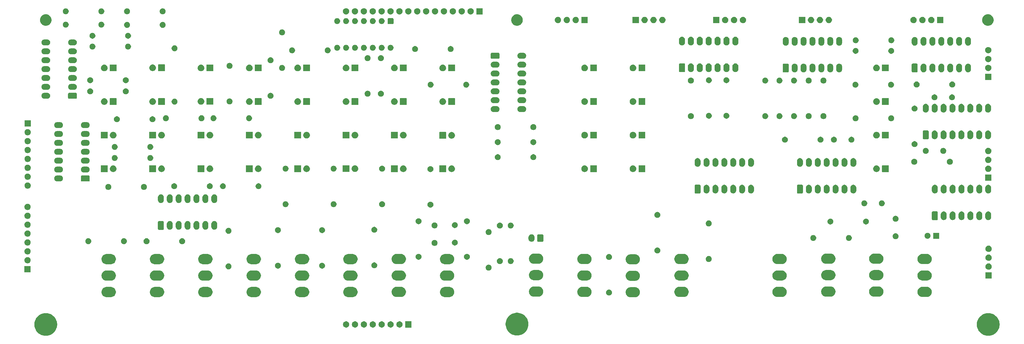
<source format=gbr>
G04 #@! TF.GenerationSoftware,KiCad,Pcbnew,9.0.1*
G04 #@! TF.CreationDate,2025-07-20T11:57:55+10:00*
G04 #@! TF.ProjectId,front panel 9602,66726f6e-7420-4706-916e-656c20393630,rev?*
G04 #@! TF.SameCoordinates,Original*
G04 #@! TF.FileFunction,Soldermask,Top*
G04 #@! TF.FilePolarity,Negative*
%FSLAX46Y46*%
G04 Gerber Fmt 4.6, Leading zero omitted, Abs format (unit mm)*
G04 Created by KiCad (PCBNEW 9.0.1) date 2025-07-20 11:57:55*
%MOMM*%
%LPD*%
G01*
G04 APERTURE LIST*
G04 APERTURE END LIST*
G36*
X57877021Y-134184187D02*
G01*
X58189929Y-134246428D01*
X58495229Y-134339040D01*
X58789982Y-134461131D01*
X59071348Y-134611524D01*
X59336618Y-134788772D01*
X59583238Y-134991168D01*
X59808832Y-135216762D01*
X60011228Y-135463382D01*
X60188476Y-135728652D01*
X60338869Y-136010018D01*
X60460960Y-136304771D01*
X60553572Y-136610071D01*
X60615813Y-136922979D01*
X60647084Y-137240481D01*
X60647084Y-137559519D01*
X60615813Y-137877021D01*
X60553572Y-138189929D01*
X60460960Y-138495229D01*
X60338869Y-138789982D01*
X60188476Y-139071348D01*
X60011228Y-139336618D01*
X59808832Y-139583238D01*
X59583238Y-139808832D01*
X59336618Y-140011228D01*
X59071348Y-140188476D01*
X58789982Y-140338869D01*
X58495229Y-140460960D01*
X58189929Y-140553572D01*
X57877021Y-140615813D01*
X57559519Y-140647084D01*
X57240481Y-140647084D01*
X56922979Y-140615813D01*
X56610071Y-140553572D01*
X56304771Y-140460960D01*
X56010018Y-140338869D01*
X55728652Y-140188476D01*
X55463382Y-140011228D01*
X55216762Y-139808832D01*
X54991168Y-139583238D01*
X54788772Y-139336618D01*
X54611524Y-139071348D01*
X54461131Y-138789982D01*
X54339040Y-138495229D01*
X54246428Y-138189929D01*
X54184187Y-137877021D01*
X54152916Y-137559519D01*
X54152916Y-137240481D01*
X54184187Y-136922979D01*
X54246428Y-136610071D01*
X54339040Y-136304771D01*
X54461131Y-136010018D01*
X54611524Y-135728652D01*
X54788772Y-135463382D01*
X54991168Y-135216762D01*
X55216762Y-134991168D01*
X55463382Y-134788772D01*
X55728652Y-134611524D01*
X56010018Y-134461131D01*
X56304771Y-134339040D01*
X56610071Y-134246428D01*
X56922979Y-134184187D01*
X57240481Y-134152916D01*
X57559519Y-134152916D01*
X57877021Y-134184187D01*
G37*
G36*
X326877021Y-134184187D02*
G01*
X327189929Y-134246428D01*
X327495229Y-134339040D01*
X327789982Y-134461131D01*
X328071348Y-134611524D01*
X328336618Y-134788772D01*
X328583238Y-134991168D01*
X328808832Y-135216762D01*
X329011228Y-135463382D01*
X329188476Y-135728652D01*
X329338869Y-136010018D01*
X329460960Y-136304771D01*
X329553572Y-136610071D01*
X329615813Y-136922979D01*
X329647084Y-137240481D01*
X329647084Y-137559519D01*
X329615813Y-137877021D01*
X329553572Y-138189929D01*
X329460960Y-138495229D01*
X329338869Y-138789982D01*
X329188476Y-139071348D01*
X329011228Y-139336618D01*
X328808832Y-139583238D01*
X328583238Y-139808832D01*
X328336618Y-140011228D01*
X328071348Y-140188476D01*
X327789982Y-140338869D01*
X327495229Y-140460960D01*
X327189929Y-140553572D01*
X326877021Y-140615813D01*
X326559519Y-140647084D01*
X326240481Y-140647084D01*
X325922979Y-140615813D01*
X325610071Y-140553572D01*
X325304771Y-140460960D01*
X325010018Y-140338869D01*
X324728652Y-140188476D01*
X324463382Y-140011228D01*
X324216762Y-139808832D01*
X323991168Y-139583238D01*
X323788772Y-139336618D01*
X323611524Y-139071348D01*
X323461131Y-138789982D01*
X323339040Y-138495229D01*
X323246428Y-138189929D01*
X323184187Y-137877021D01*
X323152916Y-137559519D01*
X323152916Y-137240481D01*
X323184187Y-136922979D01*
X323246428Y-136610071D01*
X323339040Y-136304771D01*
X323461131Y-136010018D01*
X323611524Y-135728652D01*
X323788772Y-135463382D01*
X323991168Y-135216762D01*
X324216762Y-134991168D01*
X324463382Y-134788772D01*
X324728652Y-134611524D01*
X325010018Y-134461131D01*
X325304771Y-134339040D01*
X325610071Y-134246428D01*
X325922979Y-134184187D01*
X326240481Y-134152916D01*
X326559519Y-134152916D01*
X326877021Y-134184187D01*
G37*
G36*
X192377021Y-134084187D02*
G01*
X192689929Y-134146428D01*
X192995229Y-134239040D01*
X193289982Y-134361131D01*
X193571348Y-134511524D01*
X193836618Y-134688772D01*
X194083238Y-134891168D01*
X194308832Y-135116762D01*
X194511228Y-135363382D01*
X194688476Y-135628652D01*
X194838869Y-135910018D01*
X194960960Y-136204771D01*
X195053572Y-136510071D01*
X195115813Y-136822979D01*
X195147084Y-137140481D01*
X195147084Y-137459519D01*
X195115813Y-137777021D01*
X195053572Y-138089929D01*
X194960960Y-138395229D01*
X194838869Y-138689982D01*
X194688476Y-138971348D01*
X194511228Y-139236618D01*
X194308832Y-139483238D01*
X194083238Y-139708832D01*
X193836618Y-139911228D01*
X193571348Y-140088476D01*
X193289982Y-140238869D01*
X192995229Y-140360960D01*
X192689929Y-140453572D01*
X192377021Y-140515813D01*
X192059519Y-140547084D01*
X191740481Y-140547084D01*
X191422979Y-140515813D01*
X191110071Y-140453572D01*
X190804771Y-140360960D01*
X190510018Y-140238869D01*
X190228652Y-140088476D01*
X189963382Y-139911228D01*
X189716762Y-139708832D01*
X189491168Y-139483238D01*
X189288772Y-139236618D01*
X189111524Y-138971348D01*
X188961131Y-138689982D01*
X188839040Y-138395229D01*
X188746428Y-138089929D01*
X188684187Y-137777021D01*
X188652916Y-137459519D01*
X188652916Y-137140481D01*
X188684187Y-136822979D01*
X188746428Y-136510071D01*
X188839040Y-136204771D01*
X188961131Y-135910018D01*
X189111524Y-135628652D01*
X189288772Y-135363382D01*
X189491168Y-135116762D01*
X189716762Y-134891168D01*
X189963382Y-134688772D01*
X190228652Y-134511524D01*
X190510018Y-134361131D01*
X190804771Y-134239040D01*
X191110071Y-134146428D01*
X191422979Y-134084187D01*
X191740481Y-134052916D01*
X192059519Y-134052916D01*
X192377021Y-134084187D01*
G37*
G36*
X161769517Y-136502882D02*
G01*
X161786062Y-136513938D01*
X161797118Y-136530483D01*
X161801000Y-136550000D01*
X161801000Y-138250000D01*
X161797118Y-138269517D01*
X161786062Y-138286062D01*
X161769517Y-138297118D01*
X161750000Y-138301000D01*
X160050000Y-138301000D01*
X160030483Y-138297118D01*
X160013938Y-138286062D01*
X160002882Y-138269517D01*
X159999000Y-138250000D01*
X159999000Y-136550000D01*
X160002882Y-136530483D01*
X160013938Y-136513938D01*
X160030483Y-136502882D01*
X160050000Y-136499000D01*
X161750000Y-136499000D01*
X161769517Y-136502882D01*
G37*
G36*
X143381546Y-136537797D02*
G01*
X143544728Y-136605389D01*
X143691588Y-136703518D01*
X143816482Y-136828412D01*
X143914611Y-136975272D01*
X143982203Y-137138454D01*
X144016661Y-137311687D01*
X144016661Y-137488313D01*
X143982203Y-137661546D01*
X143914611Y-137824728D01*
X143816482Y-137971588D01*
X143691588Y-138096482D01*
X143544728Y-138194611D01*
X143381546Y-138262203D01*
X143208313Y-138296661D01*
X143031687Y-138296661D01*
X142858454Y-138262203D01*
X142695272Y-138194611D01*
X142548412Y-138096482D01*
X142423518Y-137971588D01*
X142325389Y-137824728D01*
X142257797Y-137661546D01*
X142223339Y-137488313D01*
X142223339Y-137311687D01*
X142257797Y-137138454D01*
X142325389Y-136975272D01*
X142423518Y-136828412D01*
X142548412Y-136703518D01*
X142695272Y-136605389D01*
X142858454Y-136537797D01*
X143031687Y-136503339D01*
X143208313Y-136503339D01*
X143381546Y-136537797D01*
G37*
G36*
X145921546Y-136537797D02*
G01*
X146084728Y-136605389D01*
X146231588Y-136703518D01*
X146356482Y-136828412D01*
X146454611Y-136975272D01*
X146522203Y-137138454D01*
X146556661Y-137311687D01*
X146556661Y-137488313D01*
X146522203Y-137661546D01*
X146454611Y-137824728D01*
X146356482Y-137971588D01*
X146231588Y-138096482D01*
X146084728Y-138194611D01*
X145921546Y-138262203D01*
X145748313Y-138296661D01*
X145571687Y-138296661D01*
X145398454Y-138262203D01*
X145235272Y-138194611D01*
X145088412Y-138096482D01*
X144963518Y-137971588D01*
X144865389Y-137824728D01*
X144797797Y-137661546D01*
X144763339Y-137488313D01*
X144763339Y-137311687D01*
X144797797Y-137138454D01*
X144865389Y-136975272D01*
X144963518Y-136828412D01*
X145088412Y-136703518D01*
X145235272Y-136605389D01*
X145398454Y-136537797D01*
X145571687Y-136503339D01*
X145748313Y-136503339D01*
X145921546Y-136537797D01*
G37*
G36*
X148461546Y-136537797D02*
G01*
X148624728Y-136605389D01*
X148771588Y-136703518D01*
X148896482Y-136828412D01*
X148994611Y-136975272D01*
X149062203Y-137138454D01*
X149096661Y-137311687D01*
X149096661Y-137488313D01*
X149062203Y-137661546D01*
X148994611Y-137824728D01*
X148896482Y-137971588D01*
X148771588Y-138096482D01*
X148624728Y-138194611D01*
X148461546Y-138262203D01*
X148288313Y-138296661D01*
X148111687Y-138296661D01*
X147938454Y-138262203D01*
X147775272Y-138194611D01*
X147628412Y-138096482D01*
X147503518Y-137971588D01*
X147405389Y-137824728D01*
X147337797Y-137661546D01*
X147303339Y-137488313D01*
X147303339Y-137311687D01*
X147337797Y-137138454D01*
X147405389Y-136975272D01*
X147503518Y-136828412D01*
X147628412Y-136703518D01*
X147775272Y-136605389D01*
X147938454Y-136537797D01*
X148111687Y-136503339D01*
X148288313Y-136503339D01*
X148461546Y-136537797D01*
G37*
G36*
X151001546Y-136537797D02*
G01*
X151164728Y-136605389D01*
X151311588Y-136703518D01*
X151436482Y-136828412D01*
X151534611Y-136975272D01*
X151602203Y-137138454D01*
X151636661Y-137311687D01*
X151636661Y-137488313D01*
X151602203Y-137661546D01*
X151534611Y-137824728D01*
X151436482Y-137971588D01*
X151311588Y-138096482D01*
X151164728Y-138194611D01*
X151001546Y-138262203D01*
X150828313Y-138296661D01*
X150651687Y-138296661D01*
X150478454Y-138262203D01*
X150315272Y-138194611D01*
X150168412Y-138096482D01*
X150043518Y-137971588D01*
X149945389Y-137824728D01*
X149877797Y-137661546D01*
X149843339Y-137488313D01*
X149843339Y-137311687D01*
X149877797Y-137138454D01*
X149945389Y-136975272D01*
X150043518Y-136828412D01*
X150168412Y-136703518D01*
X150315272Y-136605389D01*
X150478454Y-136537797D01*
X150651687Y-136503339D01*
X150828313Y-136503339D01*
X151001546Y-136537797D01*
G37*
G36*
X153541546Y-136537797D02*
G01*
X153704728Y-136605389D01*
X153851588Y-136703518D01*
X153976482Y-136828412D01*
X154074611Y-136975272D01*
X154142203Y-137138454D01*
X154176661Y-137311687D01*
X154176661Y-137488313D01*
X154142203Y-137661546D01*
X154074611Y-137824728D01*
X153976482Y-137971588D01*
X153851588Y-138096482D01*
X153704728Y-138194611D01*
X153541546Y-138262203D01*
X153368313Y-138296661D01*
X153191687Y-138296661D01*
X153018454Y-138262203D01*
X152855272Y-138194611D01*
X152708412Y-138096482D01*
X152583518Y-137971588D01*
X152485389Y-137824728D01*
X152417797Y-137661546D01*
X152383339Y-137488313D01*
X152383339Y-137311687D01*
X152417797Y-137138454D01*
X152485389Y-136975272D01*
X152583518Y-136828412D01*
X152708412Y-136703518D01*
X152855272Y-136605389D01*
X153018454Y-136537797D01*
X153191687Y-136503339D01*
X153368313Y-136503339D01*
X153541546Y-136537797D01*
G37*
G36*
X156081546Y-136537797D02*
G01*
X156244728Y-136605389D01*
X156391588Y-136703518D01*
X156516482Y-136828412D01*
X156614611Y-136975272D01*
X156682203Y-137138454D01*
X156716661Y-137311687D01*
X156716661Y-137488313D01*
X156682203Y-137661546D01*
X156614611Y-137824728D01*
X156516482Y-137971588D01*
X156391588Y-138096482D01*
X156244728Y-138194611D01*
X156081546Y-138262203D01*
X155908313Y-138296661D01*
X155731687Y-138296661D01*
X155558454Y-138262203D01*
X155395272Y-138194611D01*
X155248412Y-138096482D01*
X155123518Y-137971588D01*
X155025389Y-137824728D01*
X154957797Y-137661546D01*
X154923339Y-137488313D01*
X154923339Y-137311687D01*
X154957797Y-137138454D01*
X155025389Y-136975272D01*
X155123518Y-136828412D01*
X155248412Y-136703518D01*
X155395272Y-136605389D01*
X155558454Y-136537797D01*
X155731687Y-136503339D01*
X155908313Y-136503339D01*
X156081546Y-136537797D01*
G37*
G36*
X158621546Y-136537797D02*
G01*
X158784728Y-136605389D01*
X158931588Y-136703518D01*
X159056482Y-136828412D01*
X159154611Y-136975272D01*
X159222203Y-137138454D01*
X159256661Y-137311687D01*
X159256661Y-137488313D01*
X159222203Y-137661546D01*
X159154611Y-137824728D01*
X159056482Y-137971588D01*
X158931588Y-138096482D01*
X158784728Y-138194611D01*
X158621546Y-138262203D01*
X158448313Y-138296661D01*
X158271687Y-138296661D01*
X158098454Y-138262203D01*
X157935272Y-138194611D01*
X157788412Y-138096482D01*
X157663518Y-137971588D01*
X157565389Y-137824728D01*
X157497797Y-137661546D01*
X157463339Y-137488313D01*
X157463339Y-137311687D01*
X157497797Y-137138454D01*
X157565389Y-136975272D01*
X157663518Y-136828412D01*
X157788412Y-136703518D01*
X157935272Y-136605389D01*
X158098454Y-136537797D01*
X158271687Y-136503339D01*
X158448313Y-136503339D01*
X158621546Y-136537797D01*
G37*
G36*
X225673844Y-126752473D02*
G01*
X225898729Y-126788091D01*
X226115274Y-126858451D01*
X226318145Y-126961819D01*
X226502349Y-127095651D01*
X226663349Y-127256651D01*
X226797181Y-127440855D01*
X226900549Y-127643726D01*
X226970909Y-127860271D01*
X227006527Y-128085156D01*
X227006527Y-128312844D01*
X226970909Y-128537729D01*
X226900549Y-128754274D01*
X226797181Y-128957145D01*
X226663349Y-129141349D01*
X226502349Y-129302349D01*
X226318145Y-129436181D01*
X226115274Y-129539549D01*
X225898729Y-129609909D01*
X225673844Y-129645527D01*
X225560000Y-129650000D01*
X225557536Y-129650000D01*
X224362464Y-129650000D01*
X224360000Y-129650000D01*
X224246156Y-129645527D01*
X224021271Y-129609909D01*
X223804726Y-129539549D01*
X223601855Y-129436181D01*
X223417651Y-129302349D01*
X223256651Y-129141349D01*
X223122819Y-128957145D01*
X223019451Y-128754274D01*
X222949091Y-128537729D01*
X222913473Y-128312844D01*
X222913473Y-128085156D01*
X222949091Y-127860271D01*
X223019451Y-127643726D01*
X223122819Y-127440855D01*
X223256651Y-127256651D01*
X223417651Y-127095651D01*
X223601855Y-126961819D01*
X223804726Y-126858451D01*
X224021271Y-126788091D01*
X224246156Y-126752473D01*
X224360000Y-126748000D01*
X225560000Y-126748000D01*
X225673844Y-126752473D01*
G37*
G36*
X76073844Y-126683473D02*
G01*
X76298729Y-126719091D01*
X76515274Y-126789451D01*
X76718145Y-126892819D01*
X76902349Y-127026651D01*
X77063349Y-127187651D01*
X77197181Y-127371855D01*
X77300549Y-127574726D01*
X77370909Y-127791271D01*
X77406527Y-128016156D01*
X77406527Y-128243844D01*
X77370909Y-128468729D01*
X77300549Y-128685274D01*
X77197181Y-128888145D01*
X77063349Y-129072349D01*
X76902349Y-129233349D01*
X76718145Y-129367181D01*
X76515274Y-129470549D01*
X76298729Y-129540909D01*
X76073844Y-129576527D01*
X75960000Y-129581000D01*
X75957536Y-129581000D01*
X74762464Y-129581000D01*
X74760000Y-129581000D01*
X74646156Y-129576527D01*
X74421271Y-129540909D01*
X74204726Y-129470549D01*
X74001855Y-129367181D01*
X73817651Y-129233349D01*
X73656651Y-129072349D01*
X73522819Y-128888145D01*
X73419451Y-128685274D01*
X73349091Y-128468729D01*
X73313473Y-128243844D01*
X73313473Y-128016156D01*
X73349091Y-127791271D01*
X73419451Y-127574726D01*
X73522819Y-127371855D01*
X73656651Y-127187651D01*
X73817651Y-127026651D01*
X74001855Y-126892819D01*
X74204726Y-126789451D01*
X74421271Y-126719091D01*
X74646156Y-126683473D01*
X74760000Y-126679000D01*
X75960000Y-126679000D01*
X76073844Y-126683473D01*
G37*
G36*
X89873844Y-126683473D02*
G01*
X90098729Y-126719091D01*
X90315274Y-126789451D01*
X90518145Y-126892819D01*
X90702349Y-127026651D01*
X90863349Y-127187651D01*
X90997181Y-127371855D01*
X91100549Y-127574726D01*
X91170909Y-127791271D01*
X91206527Y-128016156D01*
X91206527Y-128243844D01*
X91170909Y-128468729D01*
X91100549Y-128685274D01*
X90997181Y-128888145D01*
X90863349Y-129072349D01*
X90702349Y-129233349D01*
X90518145Y-129367181D01*
X90315274Y-129470549D01*
X90098729Y-129540909D01*
X89873844Y-129576527D01*
X89760000Y-129581000D01*
X89757536Y-129581000D01*
X88562464Y-129581000D01*
X88560000Y-129581000D01*
X88446156Y-129576527D01*
X88221271Y-129540909D01*
X88004726Y-129470549D01*
X87801855Y-129367181D01*
X87617651Y-129233349D01*
X87456651Y-129072349D01*
X87322819Y-128888145D01*
X87219451Y-128685274D01*
X87149091Y-128468729D01*
X87113473Y-128243844D01*
X87113473Y-128016156D01*
X87149091Y-127791271D01*
X87219451Y-127574726D01*
X87322819Y-127371855D01*
X87456651Y-127187651D01*
X87617651Y-127026651D01*
X87801855Y-126892819D01*
X88004726Y-126789451D01*
X88221271Y-126719091D01*
X88446156Y-126683473D01*
X88560000Y-126679000D01*
X89760000Y-126679000D01*
X89873844Y-126683473D01*
G37*
G36*
X103673844Y-126683473D02*
G01*
X103898729Y-126719091D01*
X104115274Y-126789451D01*
X104318145Y-126892819D01*
X104502349Y-127026651D01*
X104663349Y-127187651D01*
X104797181Y-127371855D01*
X104900549Y-127574726D01*
X104970909Y-127791271D01*
X105006527Y-128016156D01*
X105006527Y-128243844D01*
X104970909Y-128468729D01*
X104900549Y-128685274D01*
X104797181Y-128888145D01*
X104663349Y-129072349D01*
X104502349Y-129233349D01*
X104318145Y-129367181D01*
X104115274Y-129470549D01*
X103898729Y-129540909D01*
X103673844Y-129576527D01*
X103560000Y-129581000D01*
X103557536Y-129581000D01*
X102362464Y-129581000D01*
X102360000Y-129581000D01*
X102246156Y-129576527D01*
X102021271Y-129540909D01*
X101804726Y-129470549D01*
X101601855Y-129367181D01*
X101417651Y-129233349D01*
X101256651Y-129072349D01*
X101122819Y-128888145D01*
X101019451Y-128685274D01*
X100949091Y-128468729D01*
X100913473Y-128243844D01*
X100913473Y-128016156D01*
X100949091Y-127791271D01*
X101019451Y-127574726D01*
X101122819Y-127371855D01*
X101256651Y-127187651D01*
X101417651Y-127026651D01*
X101601855Y-126892819D01*
X101804726Y-126789451D01*
X102021271Y-126719091D01*
X102246156Y-126683473D01*
X102360000Y-126679000D01*
X103560000Y-126679000D01*
X103673844Y-126683473D01*
G37*
G36*
X117473844Y-126683473D02*
G01*
X117698729Y-126719091D01*
X117915274Y-126789451D01*
X118118145Y-126892819D01*
X118302349Y-127026651D01*
X118463349Y-127187651D01*
X118597181Y-127371855D01*
X118700549Y-127574726D01*
X118770909Y-127791271D01*
X118806527Y-128016156D01*
X118806527Y-128243844D01*
X118770909Y-128468729D01*
X118700549Y-128685274D01*
X118597181Y-128888145D01*
X118463349Y-129072349D01*
X118302349Y-129233349D01*
X118118145Y-129367181D01*
X117915274Y-129470549D01*
X117698729Y-129540909D01*
X117473844Y-129576527D01*
X117360000Y-129581000D01*
X117357536Y-129581000D01*
X116162464Y-129581000D01*
X116160000Y-129581000D01*
X116046156Y-129576527D01*
X115821271Y-129540909D01*
X115604726Y-129470549D01*
X115401855Y-129367181D01*
X115217651Y-129233349D01*
X115056651Y-129072349D01*
X114922819Y-128888145D01*
X114819451Y-128685274D01*
X114749091Y-128468729D01*
X114713473Y-128243844D01*
X114713473Y-128016156D01*
X114749091Y-127791271D01*
X114819451Y-127574726D01*
X114922819Y-127371855D01*
X115056651Y-127187651D01*
X115217651Y-127026651D01*
X115401855Y-126892819D01*
X115604726Y-126789451D01*
X115821271Y-126719091D01*
X116046156Y-126683473D01*
X116160000Y-126679000D01*
X117360000Y-126679000D01*
X117473844Y-126683473D01*
G37*
G36*
X131273844Y-126683473D02*
G01*
X131498729Y-126719091D01*
X131715274Y-126789451D01*
X131918145Y-126892819D01*
X132102349Y-127026651D01*
X132263349Y-127187651D01*
X132397181Y-127371855D01*
X132500549Y-127574726D01*
X132570909Y-127791271D01*
X132606527Y-128016156D01*
X132606527Y-128243844D01*
X132570909Y-128468729D01*
X132500549Y-128685274D01*
X132397181Y-128888145D01*
X132263349Y-129072349D01*
X132102349Y-129233349D01*
X131918145Y-129367181D01*
X131715274Y-129470549D01*
X131498729Y-129540909D01*
X131273844Y-129576527D01*
X131160000Y-129581000D01*
X131157536Y-129581000D01*
X129962464Y-129581000D01*
X129960000Y-129581000D01*
X129846156Y-129576527D01*
X129621271Y-129540909D01*
X129404726Y-129470549D01*
X129201855Y-129367181D01*
X129017651Y-129233349D01*
X128856651Y-129072349D01*
X128722819Y-128888145D01*
X128619451Y-128685274D01*
X128549091Y-128468729D01*
X128513473Y-128243844D01*
X128513473Y-128016156D01*
X128549091Y-127791271D01*
X128619451Y-127574726D01*
X128722819Y-127371855D01*
X128856651Y-127187651D01*
X129017651Y-127026651D01*
X129201855Y-126892819D01*
X129404726Y-126789451D01*
X129621271Y-126719091D01*
X129846156Y-126683473D01*
X129960000Y-126679000D01*
X131160000Y-126679000D01*
X131273844Y-126683473D01*
G37*
G36*
X145073844Y-126683473D02*
G01*
X145298729Y-126719091D01*
X145515274Y-126789451D01*
X145718145Y-126892819D01*
X145902349Y-127026651D01*
X146063349Y-127187651D01*
X146197181Y-127371855D01*
X146300549Y-127574726D01*
X146370909Y-127791271D01*
X146406527Y-128016156D01*
X146406527Y-128243844D01*
X146370909Y-128468729D01*
X146300549Y-128685274D01*
X146197181Y-128888145D01*
X146063349Y-129072349D01*
X145902349Y-129233349D01*
X145718145Y-129367181D01*
X145515274Y-129470549D01*
X145298729Y-129540909D01*
X145073844Y-129576527D01*
X144960000Y-129581000D01*
X144957536Y-129581000D01*
X143762464Y-129581000D01*
X143760000Y-129581000D01*
X143646156Y-129576527D01*
X143421271Y-129540909D01*
X143204726Y-129470549D01*
X143001855Y-129367181D01*
X142817651Y-129233349D01*
X142656651Y-129072349D01*
X142522819Y-128888145D01*
X142419451Y-128685274D01*
X142349091Y-128468729D01*
X142313473Y-128243844D01*
X142313473Y-128016156D01*
X142349091Y-127791271D01*
X142419451Y-127574726D01*
X142522819Y-127371855D01*
X142656651Y-127187651D01*
X142817651Y-127026651D01*
X143001855Y-126892819D01*
X143204726Y-126789451D01*
X143421271Y-126719091D01*
X143646156Y-126683473D01*
X143760000Y-126679000D01*
X144960000Y-126679000D01*
X145073844Y-126683473D01*
G37*
G36*
X172673844Y-126683473D02*
G01*
X172898729Y-126719091D01*
X173115274Y-126789451D01*
X173318145Y-126892819D01*
X173502349Y-127026651D01*
X173663349Y-127187651D01*
X173797181Y-127371855D01*
X173900549Y-127574726D01*
X173970909Y-127791271D01*
X174006527Y-128016156D01*
X174006527Y-128243844D01*
X173970909Y-128468729D01*
X173900549Y-128685274D01*
X173797181Y-128888145D01*
X173663349Y-129072349D01*
X173502349Y-129233349D01*
X173318145Y-129367181D01*
X173115274Y-129470549D01*
X172898729Y-129540909D01*
X172673844Y-129576527D01*
X172560000Y-129581000D01*
X172557536Y-129581000D01*
X171362464Y-129581000D01*
X171360000Y-129581000D01*
X171246156Y-129576527D01*
X171021271Y-129540909D01*
X170804726Y-129470549D01*
X170601855Y-129367181D01*
X170417651Y-129233349D01*
X170256651Y-129072349D01*
X170122819Y-128888145D01*
X170019451Y-128685274D01*
X169949091Y-128468729D01*
X169913473Y-128243844D01*
X169913473Y-128016156D01*
X169949091Y-127791271D01*
X170019451Y-127574726D01*
X170122819Y-127371855D01*
X170256651Y-127187651D01*
X170417651Y-127026651D01*
X170601855Y-126892819D01*
X170804726Y-126789451D01*
X171021271Y-126719091D01*
X171246156Y-126683473D01*
X171360000Y-126679000D01*
X172560000Y-126679000D01*
X172673844Y-126683473D01*
G37*
G36*
X158873844Y-126653473D02*
G01*
X159098729Y-126689091D01*
X159315274Y-126759451D01*
X159518145Y-126862819D01*
X159702349Y-126996651D01*
X159863349Y-127157651D01*
X159997181Y-127341855D01*
X160100549Y-127544726D01*
X160170909Y-127761271D01*
X160206527Y-127986156D01*
X160206527Y-128213844D01*
X160170909Y-128438729D01*
X160100549Y-128655274D01*
X159997181Y-128858145D01*
X159863349Y-129042349D01*
X159702349Y-129203349D01*
X159518145Y-129337181D01*
X159315274Y-129440549D01*
X159098729Y-129510909D01*
X158873844Y-129546527D01*
X158760000Y-129551000D01*
X158757536Y-129551000D01*
X157562464Y-129551000D01*
X157560000Y-129551000D01*
X157446156Y-129546527D01*
X157221271Y-129510909D01*
X157004726Y-129440549D01*
X156801855Y-129337181D01*
X156617651Y-129203349D01*
X156456651Y-129042349D01*
X156322819Y-128858145D01*
X156219451Y-128655274D01*
X156149091Y-128438729D01*
X156113473Y-128213844D01*
X156113473Y-127986156D01*
X156149091Y-127761271D01*
X156219451Y-127544726D01*
X156322819Y-127341855D01*
X156456651Y-127157651D01*
X156617651Y-126996651D01*
X156801855Y-126862819D01*
X157004726Y-126759451D01*
X157221271Y-126689091D01*
X157446156Y-126653473D01*
X157560000Y-126649000D01*
X158760000Y-126649000D01*
X158873844Y-126653473D01*
G37*
G36*
X308973844Y-126653473D02*
G01*
X309198729Y-126689091D01*
X309415274Y-126759451D01*
X309618145Y-126862819D01*
X309802349Y-126996651D01*
X309963349Y-127157651D01*
X310097181Y-127341855D01*
X310200549Y-127544726D01*
X310270909Y-127761271D01*
X310306527Y-127986156D01*
X310306527Y-128213844D01*
X310270909Y-128438729D01*
X310200549Y-128655274D01*
X310097181Y-128858145D01*
X309963349Y-129042349D01*
X309802349Y-129203349D01*
X309618145Y-129337181D01*
X309415274Y-129440549D01*
X309198729Y-129510909D01*
X308973844Y-129546527D01*
X308860000Y-129551000D01*
X308857536Y-129551000D01*
X307662464Y-129551000D01*
X307660000Y-129551000D01*
X307546156Y-129546527D01*
X307321271Y-129510909D01*
X307104726Y-129440549D01*
X306901855Y-129337181D01*
X306717651Y-129203349D01*
X306556651Y-129042349D01*
X306422819Y-128858145D01*
X306319451Y-128655274D01*
X306249091Y-128438729D01*
X306213473Y-128213844D01*
X306213473Y-127986156D01*
X306249091Y-127761271D01*
X306319451Y-127544726D01*
X306422819Y-127341855D01*
X306556651Y-127157651D01*
X306717651Y-126996651D01*
X306901855Y-126862819D01*
X307104726Y-126759451D01*
X307321271Y-126689091D01*
X307546156Y-126653473D01*
X307660000Y-126649000D01*
X308860000Y-126649000D01*
X308973844Y-126653473D01*
G37*
G36*
X211873844Y-126652473D02*
G01*
X212098729Y-126688091D01*
X212315274Y-126758451D01*
X212518145Y-126861819D01*
X212702349Y-126995651D01*
X212863349Y-127156651D01*
X212997181Y-127340855D01*
X213100549Y-127543726D01*
X213170909Y-127760271D01*
X213206527Y-127985156D01*
X213206527Y-128212844D01*
X213170909Y-128437729D01*
X213100549Y-128654274D01*
X212997181Y-128857145D01*
X212863349Y-129041349D01*
X212702349Y-129202349D01*
X212518145Y-129336181D01*
X212315274Y-129439549D01*
X212098729Y-129509909D01*
X211873844Y-129545527D01*
X211760000Y-129550000D01*
X211757536Y-129550000D01*
X210562464Y-129550000D01*
X210560000Y-129550000D01*
X210446156Y-129545527D01*
X210221271Y-129509909D01*
X210004726Y-129439549D01*
X209801855Y-129336181D01*
X209617651Y-129202349D01*
X209456651Y-129041349D01*
X209322819Y-128857145D01*
X209219451Y-128654274D01*
X209149091Y-128437729D01*
X209113473Y-128212844D01*
X209113473Y-127985156D01*
X209149091Y-127760271D01*
X209219451Y-127543726D01*
X209322819Y-127340855D01*
X209456651Y-127156651D01*
X209617651Y-126995651D01*
X209801855Y-126861819D01*
X210004726Y-126758451D01*
X210221271Y-126688091D01*
X210446156Y-126652473D01*
X210560000Y-126648000D01*
X211760000Y-126648000D01*
X211873844Y-126652473D01*
G37*
G36*
X239573844Y-126652473D02*
G01*
X239798729Y-126688091D01*
X240015274Y-126758451D01*
X240218145Y-126861819D01*
X240402349Y-126995651D01*
X240563349Y-127156651D01*
X240697181Y-127340855D01*
X240800549Y-127543726D01*
X240870909Y-127760271D01*
X240906527Y-127985156D01*
X240906527Y-128212844D01*
X240870909Y-128437729D01*
X240800549Y-128654274D01*
X240697181Y-128857145D01*
X240563349Y-129041349D01*
X240402349Y-129202349D01*
X240218145Y-129336181D01*
X240015274Y-129439549D01*
X239798729Y-129509909D01*
X239573844Y-129545527D01*
X239460000Y-129550000D01*
X239457536Y-129550000D01*
X238262464Y-129550000D01*
X238260000Y-129550000D01*
X238146156Y-129545527D01*
X237921271Y-129509909D01*
X237704726Y-129439549D01*
X237501855Y-129336181D01*
X237317651Y-129202349D01*
X237156651Y-129041349D01*
X237022819Y-128857145D01*
X236919451Y-128654274D01*
X236849091Y-128437729D01*
X236813473Y-128212844D01*
X236813473Y-127985156D01*
X236849091Y-127760271D01*
X236919451Y-127543726D01*
X237022819Y-127340855D01*
X237156651Y-127156651D01*
X237317651Y-126995651D01*
X237501855Y-126861819D01*
X237704726Y-126758451D01*
X237921271Y-126688091D01*
X238146156Y-126652473D01*
X238260000Y-126648000D01*
X239460000Y-126648000D01*
X239573844Y-126652473D01*
G37*
G36*
X267573844Y-126652473D02*
G01*
X267798729Y-126688091D01*
X268015274Y-126758451D01*
X268218145Y-126861819D01*
X268402349Y-126995651D01*
X268563349Y-127156651D01*
X268697181Y-127340855D01*
X268800549Y-127543726D01*
X268870909Y-127760271D01*
X268906527Y-127985156D01*
X268906527Y-128212844D01*
X268870909Y-128437729D01*
X268800549Y-128654274D01*
X268697181Y-128857145D01*
X268563349Y-129041349D01*
X268402349Y-129202349D01*
X268218145Y-129336181D01*
X268015274Y-129439549D01*
X267798729Y-129509909D01*
X267573844Y-129545527D01*
X267460000Y-129550000D01*
X267457536Y-129550000D01*
X266262464Y-129550000D01*
X266260000Y-129550000D01*
X266146156Y-129545527D01*
X265921271Y-129509909D01*
X265704726Y-129439549D01*
X265501855Y-129336181D01*
X265317651Y-129202349D01*
X265156651Y-129041349D01*
X265022819Y-128857145D01*
X264919451Y-128654274D01*
X264849091Y-128437729D01*
X264813473Y-128212844D01*
X264813473Y-127985156D01*
X264849091Y-127760271D01*
X264919451Y-127543726D01*
X265022819Y-127340855D01*
X265156651Y-127156651D01*
X265317651Y-126995651D01*
X265501855Y-126861819D01*
X265704726Y-126758451D01*
X265921271Y-126688091D01*
X266146156Y-126652473D01*
X266260000Y-126648000D01*
X267460000Y-126648000D01*
X267573844Y-126652473D01*
G37*
G36*
X198073844Y-126553473D02*
G01*
X198298729Y-126589091D01*
X198515274Y-126659451D01*
X198718145Y-126762819D01*
X198902349Y-126896651D01*
X199063349Y-127057651D01*
X199197181Y-127241855D01*
X199300549Y-127444726D01*
X199370909Y-127661271D01*
X199406527Y-127886156D01*
X199406527Y-128113844D01*
X199370909Y-128338729D01*
X199300549Y-128555274D01*
X199197181Y-128758145D01*
X199063349Y-128942349D01*
X198902349Y-129103349D01*
X198718145Y-129237181D01*
X198515274Y-129340549D01*
X198298729Y-129410909D01*
X198073844Y-129446527D01*
X197960000Y-129451000D01*
X197957536Y-129451000D01*
X196762464Y-129451000D01*
X196760000Y-129451000D01*
X196646156Y-129446527D01*
X196421271Y-129410909D01*
X196204726Y-129340549D01*
X196001855Y-129237181D01*
X195817651Y-129103349D01*
X195656651Y-128942349D01*
X195522819Y-128758145D01*
X195419451Y-128555274D01*
X195349091Y-128338729D01*
X195313473Y-128113844D01*
X195313473Y-127886156D01*
X195349091Y-127661271D01*
X195419451Y-127444726D01*
X195522819Y-127241855D01*
X195656651Y-127057651D01*
X195817651Y-126896651D01*
X196001855Y-126762819D01*
X196204726Y-126659451D01*
X196421271Y-126589091D01*
X196646156Y-126553473D01*
X196760000Y-126549000D01*
X197960000Y-126549000D01*
X198073844Y-126553473D01*
G37*
G36*
X281473844Y-126552473D02*
G01*
X281698729Y-126588091D01*
X281915274Y-126658451D01*
X282118145Y-126761819D01*
X282302349Y-126895651D01*
X282463349Y-127056651D01*
X282597181Y-127240855D01*
X282700549Y-127443726D01*
X282770909Y-127660271D01*
X282806527Y-127885156D01*
X282806527Y-128112844D01*
X282770909Y-128337729D01*
X282700549Y-128554274D01*
X282597181Y-128757145D01*
X282463349Y-128941349D01*
X282302349Y-129102349D01*
X282118145Y-129236181D01*
X281915274Y-129339549D01*
X281698729Y-129409909D01*
X281473844Y-129445527D01*
X281360000Y-129450000D01*
X281357536Y-129450000D01*
X280162464Y-129450000D01*
X280160000Y-129450000D01*
X280046156Y-129445527D01*
X279821271Y-129409909D01*
X279604726Y-129339549D01*
X279401855Y-129236181D01*
X279217651Y-129102349D01*
X279056651Y-128941349D01*
X278922819Y-128757145D01*
X278819451Y-128554274D01*
X278749091Y-128337729D01*
X278713473Y-128112844D01*
X278713473Y-127885156D01*
X278749091Y-127660271D01*
X278819451Y-127443726D01*
X278922819Y-127240855D01*
X279056651Y-127056651D01*
X279217651Y-126895651D01*
X279401855Y-126761819D01*
X279604726Y-126658451D01*
X279821271Y-126588091D01*
X280046156Y-126552473D01*
X280160000Y-126548000D01*
X281360000Y-126548000D01*
X281473844Y-126552473D01*
G37*
G36*
X295173844Y-126552473D02*
G01*
X295398729Y-126588091D01*
X295615274Y-126658451D01*
X295818145Y-126761819D01*
X296002349Y-126895651D01*
X296163349Y-127056651D01*
X296297181Y-127240855D01*
X296400549Y-127443726D01*
X296470909Y-127660271D01*
X296506527Y-127885156D01*
X296506527Y-128112844D01*
X296470909Y-128337729D01*
X296400549Y-128554274D01*
X296297181Y-128757145D01*
X296163349Y-128941349D01*
X296002349Y-129102349D01*
X295818145Y-129236181D01*
X295615274Y-129339549D01*
X295398729Y-129409909D01*
X295173844Y-129445527D01*
X295060000Y-129450000D01*
X295057536Y-129450000D01*
X293862464Y-129450000D01*
X293860000Y-129450000D01*
X293746156Y-129445527D01*
X293521271Y-129409909D01*
X293304726Y-129339549D01*
X293101855Y-129236181D01*
X292917651Y-129102349D01*
X292756651Y-128941349D01*
X292622819Y-128757145D01*
X292519451Y-128554274D01*
X292449091Y-128337729D01*
X292413473Y-128112844D01*
X292413473Y-127885156D01*
X292449091Y-127660271D01*
X292519451Y-127443726D01*
X292622819Y-127240855D01*
X292756651Y-127056651D01*
X292917651Y-126895651D01*
X293101855Y-126761819D01*
X293304726Y-126658451D01*
X293521271Y-126588091D01*
X293746156Y-126552473D01*
X293860000Y-126548000D01*
X295060000Y-126548000D01*
X295173844Y-126552473D01*
G37*
G36*
X218407032Y-127465644D02*
G01*
X218561159Y-127529485D01*
X218699869Y-127622168D01*
X218817832Y-127740131D01*
X218910515Y-127878841D01*
X218974356Y-128032968D01*
X219006902Y-128196587D01*
X219006902Y-128363413D01*
X218974356Y-128527032D01*
X218910515Y-128681159D01*
X218817832Y-128819869D01*
X218699869Y-128937832D01*
X218561159Y-129030515D01*
X218407032Y-129094356D01*
X218243413Y-129126902D01*
X218076587Y-129126902D01*
X217912968Y-129094356D01*
X217758841Y-129030515D01*
X217620131Y-128937832D01*
X217502168Y-128819869D01*
X217409485Y-128681159D01*
X217345644Y-128527032D01*
X217313098Y-128363413D01*
X217313098Y-128196587D01*
X217345644Y-128032968D01*
X217409485Y-127878841D01*
X217502168Y-127740131D01*
X217620131Y-127622168D01*
X217758841Y-127529485D01*
X217912968Y-127465644D01*
X218076587Y-127433098D01*
X218243413Y-127433098D01*
X218407032Y-127465644D01*
G37*
G36*
X225673844Y-122053473D02*
G01*
X225898729Y-122089091D01*
X226115274Y-122159451D01*
X226318145Y-122262819D01*
X226502349Y-122396651D01*
X226663349Y-122557651D01*
X226797181Y-122741855D01*
X226900549Y-122944726D01*
X226970909Y-123161271D01*
X227006527Y-123386156D01*
X227006527Y-123613844D01*
X226970909Y-123838729D01*
X226900549Y-124055274D01*
X226797181Y-124258145D01*
X226663349Y-124442349D01*
X226502349Y-124603349D01*
X226318145Y-124737181D01*
X226115274Y-124840549D01*
X225898729Y-124910909D01*
X225673844Y-124946527D01*
X225560000Y-124951000D01*
X225557536Y-124951000D01*
X224362464Y-124951000D01*
X224360000Y-124951000D01*
X224246156Y-124946527D01*
X224021271Y-124910909D01*
X223804726Y-124840549D01*
X223601855Y-124737181D01*
X223417651Y-124603349D01*
X223256651Y-124442349D01*
X223122819Y-124258145D01*
X223019451Y-124055274D01*
X222949091Y-123838729D01*
X222913473Y-123613844D01*
X222913473Y-123386156D01*
X222949091Y-123161271D01*
X223019451Y-122944726D01*
X223122819Y-122741855D01*
X223256651Y-122557651D01*
X223417651Y-122396651D01*
X223601855Y-122262819D01*
X223804726Y-122159451D01*
X224021271Y-122089091D01*
X224246156Y-122053473D01*
X224360000Y-122049000D01*
X225560000Y-122049000D01*
X225673844Y-122053473D01*
G37*
G36*
X76073844Y-121983473D02*
G01*
X76298729Y-122019091D01*
X76515274Y-122089451D01*
X76718145Y-122192819D01*
X76902349Y-122326651D01*
X77063349Y-122487651D01*
X77197181Y-122671855D01*
X77300549Y-122874726D01*
X77370909Y-123091271D01*
X77406527Y-123316156D01*
X77406527Y-123543844D01*
X77370909Y-123768729D01*
X77300549Y-123985274D01*
X77197181Y-124188145D01*
X77063349Y-124372349D01*
X76902349Y-124533349D01*
X76718145Y-124667181D01*
X76515274Y-124770549D01*
X76298729Y-124840909D01*
X76073844Y-124876527D01*
X75960000Y-124881000D01*
X75957536Y-124881000D01*
X74762464Y-124881000D01*
X74760000Y-124881000D01*
X74646156Y-124876527D01*
X74421271Y-124840909D01*
X74204726Y-124770549D01*
X74001855Y-124667181D01*
X73817651Y-124533349D01*
X73656651Y-124372349D01*
X73522819Y-124188145D01*
X73419451Y-123985274D01*
X73349091Y-123768729D01*
X73313473Y-123543844D01*
X73313473Y-123316156D01*
X73349091Y-123091271D01*
X73419451Y-122874726D01*
X73522819Y-122671855D01*
X73656651Y-122487651D01*
X73817651Y-122326651D01*
X74001855Y-122192819D01*
X74204726Y-122089451D01*
X74421271Y-122019091D01*
X74646156Y-121983473D01*
X74760000Y-121979000D01*
X75960000Y-121979000D01*
X76073844Y-121983473D01*
G37*
G36*
X89873844Y-121983473D02*
G01*
X90098729Y-122019091D01*
X90315274Y-122089451D01*
X90518145Y-122192819D01*
X90702349Y-122326651D01*
X90863349Y-122487651D01*
X90997181Y-122671855D01*
X91100549Y-122874726D01*
X91170909Y-123091271D01*
X91206527Y-123316156D01*
X91206527Y-123543844D01*
X91170909Y-123768729D01*
X91100549Y-123985274D01*
X90997181Y-124188145D01*
X90863349Y-124372349D01*
X90702349Y-124533349D01*
X90518145Y-124667181D01*
X90315274Y-124770549D01*
X90098729Y-124840909D01*
X89873844Y-124876527D01*
X89760000Y-124881000D01*
X89757536Y-124881000D01*
X88562464Y-124881000D01*
X88560000Y-124881000D01*
X88446156Y-124876527D01*
X88221271Y-124840909D01*
X88004726Y-124770549D01*
X87801855Y-124667181D01*
X87617651Y-124533349D01*
X87456651Y-124372349D01*
X87322819Y-124188145D01*
X87219451Y-123985274D01*
X87149091Y-123768729D01*
X87113473Y-123543844D01*
X87113473Y-123316156D01*
X87149091Y-123091271D01*
X87219451Y-122874726D01*
X87322819Y-122671855D01*
X87456651Y-122487651D01*
X87617651Y-122326651D01*
X87801855Y-122192819D01*
X88004726Y-122089451D01*
X88221271Y-122019091D01*
X88446156Y-121983473D01*
X88560000Y-121979000D01*
X89760000Y-121979000D01*
X89873844Y-121983473D01*
G37*
G36*
X103673844Y-121983473D02*
G01*
X103898729Y-122019091D01*
X104115274Y-122089451D01*
X104318145Y-122192819D01*
X104502349Y-122326651D01*
X104663349Y-122487651D01*
X104797181Y-122671855D01*
X104900549Y-122874726D01*
X104970909Y-123091271D01*
X105006527Y-123316156D01*
X105006527Y-123543844D01*
X104970909Y-123768729D01*
X104900549Y-123985274D01*
X104797181Y-124188145D01*
X104663349Y-124372349D01*
X104502349Y-124533349D01*
X104318145Y-124667181D01*
X104115274Y-124770549D01*
X103898729Y-124840909D01*
X103673844Y-124876527D01*
X103560000Y-124881000D01*
X103557536Y-124881000D01*
X102362464Y-124881000D01*
X102360000Y-124881000D01*
X102246156Y-124876527D01*
X102021271Y-124840909D01*
X101804726Y-124770549D01*
X101601855Y-124667181D01*
X101417651Y-124533349D01*
X101256651Y-124372349D01*
X101122819Y-124188145D01*
X101019451Y-123985274D01*
X100949091Y-123768729D01*
X100913473Y-123543844D01*
X100913473Y-123316156D01*
X100949091Y-123091271D01*
X101019451Y-122874726D01*
X101122819Y-122671855D01*
X101256651Y-122487651D01*
X101417651Y-122326651D01*
X101601855Y-122192819D01*
X101804726Y-122089451D01*
X102021271Y-122019091D01*
X102246156Y-121983473D01*
X102360000Y-121979000D01*
X103560000Y-121979000D01*
X103673844Y-121983473D01*
G37*
G36*
X117473844Y-121983473D02*
G01*
X117698729Y-122019091D01*
X117915274Y-122089451D01*
X118118145Y-122192819D01*
X118302349Y-122326651D01*
X118463349Y-122487651D01*
X118597181Y-122671855D01*
X118700549Y-122874726D01*
X118770909Y-123091271D01*
X118806527Y-123316156D01*
X118806527Y-123543844D01*
X118770909Y-123768729D01*
X118700549Y-123985274D01*
X118597181Y-124188145D01*
X118463349Y-124372349D01*
X118302349Y-124533349D01*
X118118145Y-124667181D01*
X117915274Y-124770549D01*
X117698729Y-124840909D01*
X117473844Y-124876527D01*
X117360000Y-124881000D01*
X117357536Y-124881000D01*
X116162464Y-124881000D01*
X116160000Y-124881000D01*
X116046156Y-124876527D01*
X115821271Y-124840909D01*
X115604726Y-124770549D01*
X115401855Y-124667181D01*
X115217651Y-124533349D01*
X115056651Y-124372349D01*
X114922819Y-124188145D01*
X114819451Y-123985274D01*
X114749091Y-123768729D01*
X114713473Y-123543844D01*
X114713473Y-123316156D01*
X114749091Y-123091271D01*
X114819451Y-122874726D01*
X114922819Y-122671855D01*
X115056651Y-122487651D01*
X115217651Y-122326651D01*
X115401855Y-122192819D01*
X115604726Y-122089451D01*
X115821271Y-122019091D01*
X116046156Y-121983473D01*
X116160000Y-121979000D01*
X117360000Y-121979000D01*
X117473844Y-121983473D01*
G37*
G36*
X131273844Y-121983473D02*
G01*
X131498729Y-122019091D01*
X131715274Y-122089451D01*
X131918145Y-122192819D01*
X132102349Y-122326651D01*
X132263349Y-122487651D01*
X132397181Y-122671855D01*
X132500549Y-122874726D01*
X132570909Y-123091271D01*
X132606527Y-123316156D01*
X132606527Y-123543844D01*
X132570909Y-123768729D01*
X132500549Y-123985274D01*
X132397181Y-124188145D01*
X132263349Y-124372349D01*
X132102349Y-124533349D01*
X131918145Y-124667181D01*
X131715274Y-124770549D01*
X131498729Y-124840909D01*
X131273844Y-124876527D01*
X131160000Y-124881000D01*
X131157536Y-124881000D01*
X129962464Y-124881000D01*
X129960000Y-124881000D01*
X129846156Y-124876527D01*
X129621271Y-124840909D01*
X129404726Y-124770549D01*
X129201855Y-124667181D01*
X129017651Y-124533349D01*
X128856651Y-124372349D01*
X128722819Y-124188145D01*
X128619451Y-123985274D01*
X128549091Y-123768729D01*
X128513473Y-123543844D01*
X128513473Y-123316156D01*
X128549091Y-123091271D01*
X128619451Y-122874726D01*
X128722819Y-122671855D01*
X128856651Y-122487651D01*
X129017651Y-122326651D01*
X129201855Y-122192819D01*
X129404726Y-122089451D01*
X129621271Y-122019091D01*
X129846156Y-121983473D01*
X129960000Y-121979000D01*
X131160000Y-121979000D01*
X131273844Y-121983473D01*
G37*
G36*
X145073844Y-121983473D02*
G01*
X145298729Y-122019091D01*
X145515274Y-122089451D01*
X145718145Y-122192819D01*
X145902349Y-122326651D01*
X146063349Y-122487651D01*
X146197181Y-122671855D01*
X146300549Y-122874726D01*
X146370909Y-123091271D01*
X146406527Y-123316156D01*
X146406527Y-123543844D01*
X146370909Y-123768729D01*
X146300549Y-123985274D01*
X146197181Y-124188145D01*
X146063349Y-124372349D01*
X145902349Y-124533349D01*
X145718145Y-124667181D01*
X145515274Y-124770549D01*
X145298729Y-124840909D01*
X145073844Y-124876527D01*
X144960000Y-124881000D01*
X144957536Y-124881000D01*
X143762464Y-124881000D01*
X143760000Y-124881000D01*
X143646156Y-124876527D01*
X143421271Y-124840909D01*
X143204726Y-124770549D01*
X143001855Y-124667181D01*
X142817651Y-124533349D01*
X142656651Y-124372349D01*
X142522819Y-124188145D01*
X142419451Y-123985274D01*
X142349091Y-123768729D01*
X142313473Y-123543844D01*
X142313473Y-123316156D01*
X142349091Y-123091271D01*
X142419451Y-122874726D01*
X142522819Y-122671855D01*
X142656651Y-122487651D01*
X142817651Y-122326651D01*
X143001855Y-122192819D01*
X143204726Y-122089451D01*
X143421271Y-122019091D01*
X143646156Y-121983473D01*
X143760000Y-121979000D01*
X144960000Y-121979000D01*
X145073844Y-121983473D01*
G37*
G36*
X172673844Y-121983473D02*
G01*
X172898729Y-122019091D01*
X173115274Y-122089451D01*
X173318145Y-122192819D01*
X173502349Y-122326651D01*
X173663349Y-122487651D01*
X173797181Y-122671855D01*
X173900549Y-122874726D01*
X173970909Y-123091271D01*
X174006527Y-123316156D01*
X174006527Y-123543844D01*
X173970909Y-123768729D01*
X173900549Y-123985274D01*
X173797181Y-124188145D01*
X173663349Y-124372349D01*
X173502349Y-124533349D01*
X173318145Y-124667181D01*
X173115274Y-124770549D01*
X172898729Y-124840909D01*
X172673844Y-124876527D01*
X172560000Y-124881000D01*
X172557536Y-124881000D01*
X171362464Y-124881000D01*
X171360000Y-124881000D01*
X171246156Y-124876527D01*
X171021271Y-124840909D01*
X170804726Y-124770549D01*
X170601855Y-124667181D01*
X170417651Y-124533349D01*
X170256651Y-124372349D01*
X170122819Y-124188145D01*
X170019451Y-123985274D01*
X169949091Y-123768729D01*
X169913473Y-123543844D01*
X169913473Y-123316156D01*
X169949091Y-123091271D01*
X170019451Y-122874726D01*
X170122819Y-122671855D01*
X170256651Y-122487651D01*
X170417651Y-122326651D01*
X170601855Y-122192819D01*
X170804726Y-122089451D01*
X171021271Y-122019091D01*
X171246156Y-121983473D01*
X171360000Y-121979000D01*
X172560000Y-121979000D01*
X172673844Y-121983473D01*
G37*
G36*
X158873844Y-121953473D02*
G01*
X159098729Y-121989091D01*
X159315274Y-122059451D01*
X159518145Y-122162819D01*
X159702349Y-122296651D01*
X159863349Y-122457651D01*
X159997181Y-122641855D01*
X160100549Y-122844726D01*
X160170909Y-123061271D01*
X160206527Y-123286156D01*
X160206527Y-123513844D01*
X160170909Y-123738729D01*
X160100549Y-123955274D01*
X159997181Y-124158145D01*
X159863349Y-124342349D01*
X159702349Y-124503349D01*
X159518145Y-124637181D01*
X159315274Y-124740549D01*
X159098729Y-124810909D01*
X158873844Y-124846527D01*
X158760000Y-124851000D01*
X158757536Y-124851000D01*
X157562464Y-124851000D01*
X157560000Y-124851000D01*
X157446156Y-124846527D01*
X157221271Y-124810909D01*
X157004726Y-124740549D01*
X156801855Y-124637181D01*
X156617651Y-124503349D01*
X156456651Y-124342349D01*
X156322819Y-124158145D01*
X156219451Y-123955274D01*
X156149091Y-123738729D01*
X156113473Y-123513844D01*
X156113473Y-123286156D01*
X156149091Y-123061271D01*
X156219451Y-122844726D01*
X156322819Y-122641855D01*
X156456651Y-122457651D01*
X156617651Y-122296651D01*
X156801855Y-122162819D01*
X157004726Y-122059451D01*
X157221271Y-121989091D01*
X157446156Y-121953473D01*
X157560000Y-121949000D01*
X158760000Y-121949000D01*
X158873844Y-121953473D01*
G37*
G36*
X211873844Y-121953473D02*
G01*
X212098729Y-121989091D01*
X212315274Y-122059451D01*
X212518145Y-122162819D01*
X212702349Y-122296651D01*
X212863349Y-122457651D01*
X212997181Y-122641855D01*
X213100549Y-122844726D01*
X213170909Y-123061271D01*
X213206527Y-123286156D01*
X213206527Y-123513844D01*
X213170909Y-123738729D01*
X213100549Y-123955274D01*
X212997181Y-124158145D01*
X212863349Y-124342349D01*
X212702349Y-124503349D01*
X212518145Y-124637181D01*
X212315274Y-124740549D01*
X212098729Y-124810909D01*
X211873844Y-124846527D01*
X211760000Y-124851000D01*
X211757536Y-124851000D01*
X210562464Y-124851000D01*
X210560000Y-124851000D01*
X210446156Y-124846527D01*
X210221271Y-124810909D01*
X210004726Y-124740549D01*
X209801855Y-124637181D01*
X209617651Y-124503349D01*
X209456651Y-124342349D01*
X209322819Y-124158145D01*
X209219451Y-123955274D01*
X209149091Y-123738729D01*
X209113473Y-123513844D01*
X209113473Y-123286156D01*
X209149091Y-123061271D01*
X209219451Y-122844726D01*
X209322819Y-122641855D01*
X209456651Y-122457651D01*
X209617651Y-122296651D01*
X209801855Y-122162819D01*
X210004726Y-122059451D01*
X210221271Y-121989091D01*
X210446156Y-121953473D01*
X210560000Y-121949000D01*
X211760000Y-121949000D01*
X211873844Y-121953473D01*
G37*
G36*
X239573844Y-121953473D02*
G01*
X239798729Y-121989091D01*
X240015274Y-122059451D01*
X240218145Y-122162819D01*
X240402349Y-122296651D01*
X240563349Y-122457651D01*
X240697181Y-122641855D01*
X240800549Y-122844726D01*
X240870909Y-123061271D01*
X240906527Y-123286156D01*
X240906527Y-123513844D01*
X240870909Y-123738729D01*
X240800549Y-123955274D01*
X240697181Y-124158145D01*
X240563349Y-124342349D01*
X240402349Y-124503349D01*
X240218145Y-124637181D01*
X240015274Y-124740549D01*
X239798729Y-124810909D01*
X239573844Y-124846527D01*
X239460000Y-124851000D01*
X239457536Y-124851000D01*
X238262464Y-124851000D01*
X238260000Y-124851000D01*
X238146156Y-124846527D01*
X237921271Y-124810909D01*
X237704726Y-124740549D01*
X237501855Y-124637181D01*
X237317651Y-124503349D01*
X237156651Y-124342349D01*
X237022819Y-124158145D01*
X236919451Y-123955274D01*
X236849091Y-123738729D01*
X236813473Y-123513844D01*
X236813473Y-123286156D01*
X236849091Y-123061271D01*
X236919451Y-122844726D01*
X237022819Y-122641855D01*
X237156651Y-122457651D01*
X237317651Y-122296651D01*
X237501855Y-122162819D01*
X237704726Y-122059451D01*
X237921271Y-121989091D01*
X238146156Y-121953473D01*
X238260000Y-121949000D01*
X239460000Y-121949000D01*
X239573844Y-121953473D01*
G37*
G36*
X267573844Y-121953473D02*
G01*
X267798729Y-121989091D01*
X268015274Y-122059451D01*
X268218145Y-122162819D01*
X268402349Y-122296651D01*
X268563349Y-122457651D01*
X268697181Y-122641855D01*
X268800549Y-122844726D01*
X268870909Y-123061271D01*
X268906527Y-123286156D01*
X268906527Y-123513844D01*
X268870909Y-123738729D01*
X268800549Y-123955274D01*
X268697181Y-124158145D01*
X268563349Y-124342349D01*
X268402349Y-124503349D01*
X268218145Y-124637181D01*
X268015274Y-124740549D01*
X267798729Y-124810909D01*
X267573844Y-124846527D01*
X267460000Y-124851000D01*
X267457536Y-124851000D01*
X266262464Y-124851000D01*
X266260000Y-124851000D01*
X266146156Y-124846527D01*
X265921271Y-124810909D01*
X265704726Y-124740549D01*
X265501855Y-124637181D01*
X265317651Y-124503349D01*
X265156651Y-124342349D01*
X265022819Y-124158145D01*
X264919451Y-123955274D01*
X264849091Y-123738729D01*
X264813473Y-123513844D01*
X264813473Y-123286156D01*
X264849091Y-123061271D01*
X264919451Y-122844726D01*
X265022819Y-122641855D01*
X265156651Y-122457651D01*
X265317651Y-122296651D01*
X265501855Y-122162819D01*
X265704726Y-122059451D01*
X265921271Y-121989091D01*
X266146156Y-121953473D01*
X266260000Y-121949000D01*
X267460000Y-121949000D01*
X267573844Y-121953473D01*
G37*
G36*
X308973844Y-121953473D02*
G01*
X309198729Y-121989091D01*
X309415274Y-122059451D01*
X309618145Y-122162819D01*
X309802349Y-122296651D01*
X309963349Y-122457651D01*
X310097181Y-122641855D01*
X310200549Y-122844726D01*
X310270909Y-123061271D01*
X310306527Y-123286156D01*
X310306527Y-123513844D01*
X310270909Y-123738729D01*
X310200549Y-123955274D01*
X310097181Y-124158145D01*
X309963349Y-124342349D01*
X309802349Y-124503349D01*
X309618145Y-124637181D01*
X309415274Y-124740549D01*
X309198729Y-124810909D01*
X308973844Y-124846527D01*
X308860000Y-124851000D01*
X308857536Y-124851000D01*
X307662464Y-124851000D01*
X307660000Y-124851000D01*
X307546156Y-124846527D01*
X307321271Y-124810909D01*
X307104726Y-124740549D01*
X306901855Y-124637181D01*
X306717651Y-124503349D01*
X306556651Y-124342349D01*
X306422819Y-124158145D01*
X306319451Y-123955274D01*
X306249091Y-123738729D01*
X306213473Y-123513844D01*
X306213473Y-123286156D01*
X306249091Y-123061271D01*
X306319451Y-122844726D01*
X306422819Y-122641855D01*
X306556651Y-122457651D01*
X306717651Y-122296651D01*
X306901855Y-122162819D01*
X307104726Y-122059451D01*
X307321271Y-121989091D01*
X307546156Y-121953473D01*
X307660000Y-121949000D01*
X308860000Y-121949000D01*
X308973844Y-121953473D01*
G37*
G36*
X198073844Y-121853473D02*
G01*
X198298729Y-121889091D01*
X198515274Y-121959451D01*
X198718145Y-122062819D01*
X198902349Y-122196651D01*
X199063349Y-122357651D01*
X199197181Y-122541855D01*
X199300549Y-122744726D01*
X199370909Y-122961271D01*
X199406527Y-123186156D01*
X199406527Y-123413844D01*
X199370909Y-123638729D01*
X199300549Y-123855274D01*
X199197181Y-124058145D01*
X199063349Y-124242349D01*
X198902349Y-124403349D01*
X198718145Y-124537181D01*
X198515274Y-124640549D01*
X198298729Y-124710909D01*
X198073844Y-124746527D01*
X197960000Y-124751000D01*
X197957536Y-124751000D01*
X196762464Y-124751000D01*
X196760000Y-124751000D01*
X196646156Y-124746527D01*
X196421271Y-124710909D01*
X196204726Y-124640549D01*
X196001855Y-124537181D01*
X195817651Y-124403349D01*
X195656651Y-124242349D01*
X195522819Y-124058145D01*
X195419451Y-123855274D01*
X195349091Y-123638729D01*
X195313473Y-123413844D01*
X195313473Y-123186156D01*
X195349091Y-122961271D01*
X195419451Y-122744726D01*
X195522819Y-122541855D01*
X195656651Y-122357651D01*
X195817651Y-122196651D01*
X196001855Y-122062819D01*
X196204726Y-121959451D01*
X196421271Y-121889091D01*
X196646156Y-121853473D01*
X196760000Y-121849000D01*
X197960000Y-121849000D01*
X198073844Y-121853473D01*
G37*
G36*
X281473844Y-121853473D02*
G01*
X281698729Y-121889091D01*
X281915274Y-121959451D01*
X282118145Y-122062819D01*
X282302349Y-122196651D01*
X282463349Y-122357651D01*
X282597181Y-122541855D01*
X282700549Y-122744726D01*
X282770909Y-122961271D01*
X282806527Y-123186156D01*
X282806527Y-123413844D01*
X282770909Y-123638729D01*
X282700549Y-123855274D01*
X282597181Y-124058145D01*
X282463349Y-124242349D01*
X282302349Y-124403349D01*
X282118145Y-124537181D01*
X281915274Y-124640549D01*
X281698729Y-124710909D01*
X281473844Y-124746527D01*
X281360000Y-124751000D01*
X281357536Y-124751000D01*
X280162464Y-124751000D01*
X280160000Y-124751000D01*
X280046156Y-124746527D01*
X279821271Y-124710909D01*
X279604726Y-124640549D01*
X279401855Y-124537181D01*
X279217651Y-124403349D01*
X279056651Y-124242349D01*
X278922819Y-124058145D01*
X278819451Y-123855274D01*
X278749091Y-123638729D01*
X278713473Y-123413844D01*
X278713473Y-123186156D01*
X278749091Y-122961271D01*
X278819451Y-122744726D01*
X278922819Y-122541855D01*
X279056651Y-122357651D01*
X279217651Y-122196651D01*
X279401855Y-122062819D01*
X279604726Y-121959451D01*
X279821271Y-121889091D01*
X280046156Y-121853473D01*
X280160000Y-121849000D01*
X281360000Y-121849000D01*
X281473844Y-121853473D01*
G37*
G36*
X295173844Y-121853473D02*
G01*
X295398729Y-121889091D01*
X295615274Y-121959451D01*
X295818145Y-122062819D01*
X296002349Y-122196651D01*
X296163349Y-122357651D01*
X296297181Y-122541855D01*
X296400549Y-122744726D01*
X296470909Y-122961271D01*
X296506527Y-123186156D01*
X296506527Y-123413844D01*
X296470909Y-123638729D01*
X296400549Y-123855274D01*
X296297181Y-124058145D01*
X296163349Y-124242349D01*
X296002349Y-124403349D01*
X295818145Y-124537181D01*
X295615274Y-124640549D01*
X295398729Y-124710909D01*
X295173844Y-124746527D01*
X295060000Y-124751000D01*
X295057536Y-124751000D01*
X293862464Y-124751000D01*
X293860000Y-124751000D01*
X293746156Y-124746527D01*
X293521271Y-124710909D01*
X293304726Y-124640549D01*
X293101855Y-124537181D01*
X292917651Y-124403349D01*
X292756651Y-124242349D01*
X292622819Y-124058145D01*
X292519451Y-123855274D01*
X292449091Y-123638729D01*
X292413473Y-123413844D01*
X292413473Y-123186156D01*
X292449091Y-122961271D01*
X292519451Y-122744726D01*
X292622819Y-122541855D01*
X292756651Y-122357651D01*
X292917651Y-122196651D01*
X293101855Y-122062819D01*
X293304726Y-121959451D01*
X293521271Y-121889091D01*
X293746156Y-121853473D01*
X293860000Y-121849000D01*
X295060000Y-121849000D01*
X295173844Y-121853473D01*
G37*
G36*
X327369517Y-122502882D02*
G01*
X327386062Y-122513938D01*
X327397118Y-122530483D01*
X327401000Y-122550000D01*
X327401000Y-124250000D01*
X327397118Y-124269517D01*
X327386062Y-124286062D01*
X327369517Y-124297118D01*
X327350000Y-124301000D01*
X325650000Y-124301000D01*
X325630483Y-124297118D01*
X325613938Y-124286062D01*
X325602882Y-124269517D01*
X325599000Y-124250000D01*
X325599000Y-122550000D01*
X325602882Y-122530483D01*
X325613938Y-122513938D01*
X325630483Y-122502882D01*
X325650000Y-122499000D01*
X327350000Y-122499000D01*
X327369517Y-122502882D01*
G37*
G36*
X53069517Y-120682882D02*
G01*
X53086062Y-120693938D01*
X53097118Y-120710483D01*
X53101000Y-120730000D01*
X53101000Y-122430000D01*
X53097118Y-122449517D01*
X53086062Y-122466062D01*
X53069517Y-122477118D01*
X53050000Y-122481000D01*
X51350000Y-122481000D01*
X51330483Y-122477118D01*
X51313938Y-122466062D01*
X51302882Y-122449517D01*
X51299000Y-122430000D01*
X51299000Y-120730000D01*
X51302882Y-120710483D01*
X51313938Y-120693938D01*
X51330483Y-120682882D01*
X51350000Y-120679000D01*
X53050000Y-120679000D01*
X53069517Y-120682882D01*
G37*
G36*
X184047032Y-120345644D02*
G01*
X184201159Y-120409485D01*
X184339869Y-120502168D01*
X184457832Y-120620131D01*
X184550515Y-120758841D01*
X184614356Y-120912968D01*
X184646902Y-121076587D01*
X184646902Y-121243413D01*
X184614356Y-121407032D01*
X184550515Y-121561159D01*
X184457832Y-121699869D01*
X184339869Y-121817832D01*
X184201159Y-121910515D01*
X184047032Y-121974356D01*
X183883413Y-122006902D01*
X183716587Y-122006902D01*
X183552968Y-121974356D01*
X183398841Y-121910515D01*
X183260131Y-121817832D01*
X183142168Y-121699869D01*
X183049485Y-121561159D01*
X182985644Y-121407032D01*
X182953098Y-121243413D01*
X182953098Y-121076587D01*
X182985644Y-120912968D01*
X183049485Y-120758841D01*
X183142168Y-120620131D01*
X183260131Y-120502168D01*
X183398841Y-120409485D01*
X183552968Y-120345644D01*
X183716587Y-120313098D01*
X183883413Y-120313098D01*
X184047032Y-120345644D01*
G37*
G36*
X326761546Y-119997797D02*
G01*
X326924728Y-120065389D01*
X327071588Y-120163518D01*
X327196482Y-120288412D01*
X327294611Y-120435272D01*
X327362203Y-120598454D01*
X327396661Y-120771687D01*
X327396661Y-120948313D01*
X327362203Y-121121546D01*
X327294611Y-121284728D01*
X327196482Y-121431588D01*
X327071588Y-121556482D01*
X326924728Y-121654611D01*
X326761546Y-121722203D01*
X326588313Y-121756661D01*
X326411687Y-121756661D01*
X326238454Y-121722203D01*
X326075272Y-121654611D01*
X325928412Y-121556482D01*
X325803518Y-121431588D01*
X325705389Y-121284728D01*
X325637797Y-121121546D01*
X325603339Y-120948313D01*
X325603339Y-120771687D01*
X325637797Y-120598454D01*
X325705389Y-120435272D01*
X325803518Y-120288412D01*
X325928412Y-120163518D01*
X326075272Y-120065389D01*
X326238454Y-119997797D01*
X326411687Y-119963339D01*
X326588313Y-119963339D01*
X326761546Y-119997797D01*
G37*
G36*
X109807032Y-119985644D02*
G01*
X109961159Y-120049485D01*
X110099869Y-120142168D01*
X110217832Y-120260131D01*
X110310515Y-120398841D01*
X110374356Y-120552968D01*
X110406902Y-120716587D01*
X110406902Y-120883413D01*
X110374356Y-121047032D01*
X110310515Y-121201159D01*
X110217832Y-121339869D01*
X110099869Y-121457832D01*
X109961159Y-121550515D01*
X109807032Y-121614356D01*
X109643413Y-121646902D01*
X109476587Y-121646902D01*
X109312968Y-121614356D01*
X109158841Y-121550515D01*
X109020131Y-121457832D01*
X108902168Y-121339869D01*
X108809485Y-121201159D01*
X108745644Y-121047032D01*
X108713098Y-120883413D01*
X108713098Y-120716587D01*
X108745644Y-120552968D01*
X108809485Y-120398841D01*
X108902168Y-120260131D01*
X109020131Y-120142168D01*
X109158841Y-120049485D01*
X109312968Y-119985644D01*
X109476587Y-119953098D01*
X109643413Y-119953098D01*
X109807032Y-119985644D01*
G37*
G36*
X123907032Y-119785644D02*
G01*
X124061159Y-119849485D01*
X124199869Y-119942168D01*
X124317832Y-120060131D01*
X124410515Y-120198841D01*
X124474356Y-120352968D01*
X124506902Y-120516587D01*
X124506902Y-120683413D01*
X124474356Y-120847032D01*
X124410515Y-121001159D01*
X124317832Y-121139869D01*
X124199869Y-121257832D01*
X124061159Y-121350515D01*
X123907032Y-121414356D01*
X123743413Y-121446902D01*
X123576587Y-121446902D01*
X123412968Y-121414356D01*
X123258841Y-121350515D01*
X123120131Y-121257832D01*
X123002168Y-121139869D01*
X122909485Y-121001159D01*
X122845644Y-120847032D01*
X122813098Y-120683413D01*
X122813098Y-120516587D01*
X122845644Y-120352968D01*
X122909485Y-120198841D01*
X123002168Y-120060131D01*
X123120131Y-119942168D01*
X123258841Y-119849485D01*
X123412968Y-119785644D01*
X123576587Y-119753098D01*
X123743413Y-119753098D01*
X123907032Y-119785644D01*
G37*
G36*
X136507032Y-119785644D02*
G01*
X136661159Y-119849485D01*
X136799869Y-119942168D01*
X136917832Y-120060131D01*
X137010515Y-120198841D01*
X137074356Y-120352968D01*
X137106902Y-120516587D01*
X137106902Y-120683413D01*
X137074356Y-120847032D01*
X137010515Y-121001159D01*
X136917832Y-121139869D01*
X136799869Y-121257832D01*
X136661159Y-121350515D01*
X136507032Y-121414356D01*
X136343413Y-121446902D01*
X136176587Y-121446902D01*
X136012968Y-121414356D01*
X135858841Y-121350515D01*
X135720131Y-121257832D01*
X135602168Y-121139869D01*
X135509485Y-121001159D01*
X135445644Y-120847032D01*
X135413098Y-120683413D01*
X135413098Y-120516587D01*
X135445644Y-120352968D01*
X135509485Y-120198841D01*
X135602168Y-120060131D01*
X135720131Y-119942168D01*
X135858841Y-119849485D01*
X136012968Y-119785644D01*
X136176587Y-119753098D01*
X136343413Y-119753098D01*
X136507032Y-119785644D01*
G37*
G36*
X151407032Y-119685644D02*
G01*
X151561159Y-119749485D01*
X151699869Y-119842168D01*
X151817832Y-119960131D01*
X151910515Y-120098841D01*
X151974356Y-120252968D01*
X152006902Y-120416587D01*
X152006902Y-120583413D01*
X151974356Y-120747032D01*
X151910515Y-120901159D01*
X151817832Y-121039869D01*
X151699869Y-121157832D01*
X151561159Y-121250515D01*
X151407032Y-121314356D01*
X151243413Y-121346902D01*
X151076587Y-121346902D01*
X150912968Y-121314356D01*
X150758841Y-121250515D01*
X150620131Y-121157832D01*
X150502168Y-121039869D01*
X150409485Y-120901159D01*
X150345644Y-120747032D01*
X150313098Y-120583413D01*
X150313098Y-120416587D01*
X150345644Y-120252968D01*
X150409485Y-120098841D01*
X150502168Y-119960131D01*
X150620131Y-119842168D01*
X150758841Y-119749485D01*
X150912968Y-119685644D01*
X151076587Y-119653098D01*
X151243413Y-119653098D01*
X151407032Y-119685644D01*
G37*
G36*
X225673844Y-117353473D02*
G01*
X225898729Y-117389091D01*
X226115274Y-117459451D01*
X226318145Y-117562819D01*
X226502349Y-117696651D01*
X226663349Y-117857651D01*
X226797181Y-118041855D01*
X226900549Y-118244726D01*
X226970909Y-118461271D01*
X227006527Y-118686156D01*
X227006527Y-118913844D01*
X226970909Y-119138729D01*
X226900549Y-119355274D01*
X226797181Y-119558145D01*
X226663349Y-119742349D01*
X226502349Y-119903349D01*
X226318145Y-120037181D01*
X226115274Y-120140549D01*
X225898729Y-120210909D01*
X225673844Y-120246527D01*
X225560000Y-120251000D01*
X225557536Y-120251000D01*
X224362464Y-120251000D01*
X224360000Y-120251000D01*
X224246156Y-120246527D01*
X224021271Y-120210909D01*
X223804726Y-120140549D01*
X223601855Y-120037181D01*
X223417651Y-119903349D01*
X223256651Y-119742349D01*
X223122819Y-119558145D01*
X223019451Y-119355274D01*
X222949091Y-119138729D01*
X222913473Y-118913844D01*
X222913473Y-118686156D01*
X222949091Y-118461271D01*
X223019451Y-118244726D01*
X223122819Y-118041855D01*
X223256651Y-117857651D01*
X223417651Y-117696651D01*
X223601855Y-117562819D01*
X223804726Y-117459451D01*
X224021271Y-117389091D01*
X224246156Y-117353473D01*
X224360000Y-117349000D01*
X225560000Y-117349000D01*
X225673844Y-117353473D01*
G37*
G36*
X76073844Y-117284473D02*
G01*
X76298729Y-117320091D01*
X76515274Y-117390451D01*
X76718145Y-117493819D01*
X76902349Y-117627651D01*
X77063349Y-117788651D01*
X77197181Y-117972855D01*
X77300549Y-118175726D01*
X77370909Y-118392271D01*
X77406527Y-118617156D01*
X77406527Y-118844844D01*
X77370909Y-119069729D01*
X77300549Y-119286274D01*
X77197181Y-119489145D01*
X77063349Y-119673349D01*
X76902349Y-119834349D01*
X76718145Y-119968181D01*
X76515274Y-120071549D01*
X76298729Y-120141909D01*
X76073844Y-120177527D01*
X75960000Y-120182000D01*
X75957536Y-120182000D01*
X74762464Y-120182000D01*
X74760000Y-120182000D01*
X74646156Y-120177527D01*
X74421271Y-120141909D01*
X74204726Y-120071549D01*
X74001855Y-119968181D01*
X73817651Y-119834349D01*
X73656651Y-119673349D01*
X73522819Y-119489145D01*
X73419451Y-119286274D01*
X73349091Y-119069729D01*
X73313473Y-118844844D01*
X73313473Y-118617156D01*
X73349091Y-118392271D01*
X73419451Y-118175726D01*
X73522819Y-117972855D01*
X73656651Y-117788651D01*
X73817651Y-117627651D01*
X74001855Y-117493819D01*
X74204726Y-117390451D01*
X74421271Y-117320091D01*
X74646156Y-117284473D01*
X74760000Y-117280000D01*
X75960000Y-117280000D01*
X76073844Y-117284473D01*
G37*
G36*
X89873844Y-117284473D02*
G01*
X90098729Y-117320091D01*
X90315274Y-117390451D01*
X90518145Y-117493819D01*
X90702349Y-117627651D01*
X90863349Y-117788651D01*
X90997181Y-117972855D01*
X91100549Y-118175726D01*
X91170909Y-118392271D01*
X91206527Y-118617156D01*
X91206527Y-118844844D01*
X91170909Y-119069729D01*
X91100549Y-119286274D01*
X90997181Y-119489145D01*
X90863349Y-119673349D01*
X90702349Y-119834349D01*
X90518145Y-119968181D01*
X90315274Y-120071549D01*
X90098729Y-120141909D01*
X89873844Y-120177527D01*
X89760000Y-120182000D01*
X89757536Y-120182000D01*
X88562464Y-120182000D01*
X88560000Y-120182000D01*
X88446156Y-120177527D01*
X88221271Y-120141909D01*
X88004726Y-120071549D01*
X87801855Y-119968181D01*
X87617651Y-119834349D01*
X87456651Y-119673349D01*
X87322819Y-119489145D01*
X87219451Y-119286274D01*
X87149091Y-119069729D01*
X87113473Y-118844844D01*
X87113473Y-118617156D01*
X87149091Y-118392271D01*
X87219451Y-118175726D01*
X87322819Y-117972855D01*
X87456651Y-117788651D01*
X87617651Y-117627651D01*
X87801855Y-117493819D01*
X88004726Y-117390451D01*
X88221271Y-117320091D01*
X88446156Y-117284473D01*
X88560000Y-117280000D01*
X89760000Y-117280000D01*
X89873844Y-117284473D01*
G37*
G36*
X103673844Y-117284473D02*
G01*
X103898729Y-117320091D01*
X104115274Y-117390451D01*
X104318145Y-117493819D01*
X104502349Y-117627651D01*
X104663349Y-117788651D01*
X104797181Y-117972855D01*
X104900549Y-118175726D01*
X104970909Y-118392271D01*
X105006527Y-118617156D01*
X105006527Y-118844844D01*
X104970909Y-119069729D01*
X104900549Y-119286274D01*
X104797181Y-119489145D01*
X104663349Y-119673349D01*
X104502349Y-119834349D01*
X104318145Y-119968181D01*
X104115274Y-120071549D01*
X103898729Y-120141909D01*
X103673844Y-120177527D01*
X103560000Y-120182000D01*
X103557536Y-120182000D01*
X102362464Y-120182000D01*
X102360000Y-120182000D01*
X102246156Y-120177527D01*
X102021271Y-120141909D01*
X101804726Y-120071549D01*
X101601855Y-119968181D01*
X101417651Y-119834349D01*
X101256651Y-119673349D01*
X101122819Y-119489145D01*
X101019451Y-119286274D01*
X100949091Y-119069729D01*
X100913473Y-118844844D01*
X100913473Y-118617156D01*
X100949091Y-118392271D01*
X101019451Y-118175726D01*
X101122819Y-117972855D01*
X101256651Y-117788651D01*
X101417651Y-117627651D01*
X101601855Y-117493819D01*
X101804726Y-117390451D01*
X102021271Y-117320091D01*
X102246156Y-117284473D01*
X102360000Y-117280000D01*
X103560000Y-117280000D01*
X103673844Y-117284473D01*
G37*
G36*
X117473844Y-117284473D02*
G01*
X117698729Y-117320091D01*
X117915274Y-117390451D01*
X118118145Y-117493819D01*
X118302349Y-117627651D01*
X118463349Y-117788651D01*
X118597181Y-117972855D01*
X118700549Y-118175726D01*
X118770909Y-118392271D01*
X118806527Y-118617156D01*
X118806527Y-118844844D01*
X118770909Y-119069729D01*
X118700549Y-119286274D01*
X118597181Y-119489145D01*
X118463349Y-119673349D01*
X118302349Y-119834349D01*
X118118145Y-119968181D01*
X117915274Y-120071549D01*
X117698729Y-120141909D01*
X117473844Y-120177527D01*
X117360000Y-120182000D01*
X117357536Y-120182000D01*
X116162464Y-120182000D01*
X116160000Y-120182000D01*
X116046156Y-120177527D01*
X115821271Y-120141909D01*
X115604726Y-120071549D01*
X115401855Y-119968181D01*
X115217651Y-119834349D01*
X115056651Y-119673349D01*
X114922819Y-119489145D01*
X114819451Y-119286274D01*
X114749091Y-119069729D01*
X114713473Y-118844844D01*
X114713473Y-118617156D01*
X114749091Y-118392271D01*
X114819451Y-118175726D01*
X114922819Y-117972855D01*
X115056651Y-117788651D01*
X115217651Y-117627651D01*
X115401855Y-117493819D01*
X115604726Y-117390451D01*
X115821271Y-117320091D01*
X116046156Y-117284473D01*
X116160000Y-117280000D01*
X117360000Y-117280000D01*
X117473844Y-117284473D01*
G37*
G36*
X131273844Y-117284473D02*
G01*
X131498729Y-117320091D01*
X131715274Y-117390451D01*
X131918145Y-117493819D01*
X132102349Y-117627651D01*
X132263349Y-117788651D01*
X132397181Y-117972855D01*
X132500549Y-118175726D01*
X132570909Y-118392271D01*
X132606527Y-118617156D01*
X132606527Y-118844844D01*
X132570909Y-119069729D01*
X132500549Y-119286274D01*
X132397181Y-119489145D01*
X132263349Y-119673349D01*
X132102349Y-119834349D01*
X131918145Y-119968181D01*
X131715274Y-120071549D01*
X131498729Y-120141909D01*
X131273844Y-120177527D01*
X131160000Y-120182000D01*
X131157536Y-120182000D01*
X129962464Y-120182000D01*
X129960000Y-120182000D01*
X129846156Y-120177527D01*
X129621271Y-120141909D01*
X129404726Y-120071549D01*
X129201855Y-119968181D01*
X129017651Y-119834349D01*
X128856651Y-119673349D01*
X128722819Y-119489145D01*
X128619451Y-119286274D01*
X128549091Y-119069729D01*
X128513473Y-118844844D01*
X128513473Y-118617156D01*
X128549091Y-118392271D01*
X128619451Y-118175726D01*
X128722819Y-117972855D01*
X128856651Y-117788651D01*
X129017651Y-117627651D01*
X129201855Y-117493819D01*
X129404726Y-117390451D01*
X129621271Y-117320091D01*
X129846156Y-117284473D01*
X129960000Y-117280000D01*
X131160000Y-117280000D01*
X131273844Y-117284473D01*
G37*
G36*
X145073844Y-117284473D02*
G01*
X145298729Y-117320091D01*
X145515274Y-117390451D01*
X145718145Y-117493819D01*
X145902349Y-117627651D01*
X146063349Y-117788651D01*
X146197181Y-117972855D01*
X146300549Y-118175726D01*
X146370909Y-118392271D01*
X146406527Y-118617156D01*
X146406527Y-118844844D01*
X146370909Y-119069729D01*
X146300549Y-119286274D01*
X146197181Y-119489145D01*
X146063349Y-119673349D01*
X145902349Y-119834349D01*
X145718145Y-119968181D01*
X145515274Y-120071549D01*
X145298729Y-120141909D01*
X145073844Y-120177527D01*
X144960000Y-120182000D01*
X144957536Y-120182000D01*
X143762464Y-120182000D01*
X143760000Y-120182000D01*
X143646156Y-120177527D01*
X143421271Y-120141909D01*
X143204726Y-120071549D01*
X143001855Y-119968181D01*
X142817651Y-119834349D01*
X142656651Y-119673349D01*
X142522819Y-119489145D01*
X142419451Y-119286274D01*
X142349091Y-119069729D01*
X142313473Y-118844844D01*
X142313473Y-118617156D01*
X142349091Y-118392271D01*
X142419451Y-118175726D01*
X142522819Y-117972855D01*
X142656651Y-117788651D01*
X142817651Y-117627651D01*
X143001855Y-117493819D01*
X143204726Y-117390451D01*
X143421271Y-117320091D01*
X143646156Y-117284473D01*
X143760000Y-117280000D01*
X144960000Y-117280000D01*
X145073844Y-117284473D01*
G37*
G36*
X172673844Y-117284473D02*
G01*
X172898729Y-117320091D01*
X173115274Y-117390451D01*
X173318145Y-117493819D01*
X173502349Y-117627651D01*
X173663349Y-117788651D01*
X173797181Y-117972855D01*
X173900549Y-118175726D01*
X173970909Y-118392271D01*
X174006527Y-118617156D01*
X174006527Y-118844844D01*
X173970909Y-119069729D01*
X173900549Y-119286274D01*
X173797181Y-119489145D01*
X173663349Y-119673349D01*
X173502349Y-119834349D01*
X173318145Y-119968181D01*
X173115274Y-120071549D01*
X172898729Y-120141909D01*
X172673844Y-120177527D01*
X172560000Y-120182000D01*
X172557536Y-120182000D01*
X171362464Y-120182000D01*
X171360000Y-120182000D01*
X171246156Y-120177527D01*
X171021271Y-120141909D01*
X170804726Y-120071549D01*
X170601855Y-119968181D01*
X170417651Y-119834349D01*
X170256651Y-119673349D01*
X170122819Y-119489145D01*
X170019451Y-119286274D01*
X169949091Y-119069729D01*
X169913473Y-118844844D01*
X169913473Y-118617156D01*
X169949091Y-118392271D01*
X170019451Y-118175726D01*
X170122819Y-117972855D01*
X170256651Y-117788651D01*
X170417651Y-117627651D01*
X170601855Y-117493819D01*
X170804726Y-117390451D01*
X171021271Y-117320091D01*
X171246156Y-117284473D01*
X171360000Y-117280000D01*
X172560000Y-117280000D01*
X172673844Y-117284473D01*
G37*
G36*
X158873844Y-117254473D02*
G01*
X159098729Y-117290091D01*
X159315274Y-117360451D01*
X159518145Y-117463819D01*
X159702349Y-117597651D01*
X159863349Y-117758651D01*
X159997181Y-117942855D01*
X160100549Y-118145726D01*
X160170909Y-118362271D01*
X160206527Y-118587156D01*
X160206527Y-118814844D01*
X160170909Y-119039729D01*
X160100549Y-119256274D01*
X159997181Y-119459145D01*
X159863349Y-119643349D01*
X159702349Y-119804349D01*
X159518145Y-119938181D01*
X159315274Y-120041549D01*
X159098729Y-120111909D01*
X158873844Y-120147527D01*
X158760000Y-120152000D01*
X158757536Y-120152000D01*
X157562464Y-120152000D01*
X157560000Y-120152000D01*
X157446156Y-120147527D01*
X157221271Y-120111909D01*
X157004726Y-120041549D01*
X156801855Y-119938181D01*
X156617651Y-119804349D01*
X156456651Y-119643349D01*
X156322819Y-119459145D01*
X156219451Y-119256274D01*
X156149091Y-119039729D01*
X156113473Y-118814844D01*
X156113473Y-118587156D01*
X156149091Y-118362271D01*
X156219451Y-118145726D01*
X156322819Y-117942855D01*
X156456651Y-117758651D01*
X156617651Y-117597651D01*
X156801855Y-117463819D01*
X157004726Y-117360451D01*
X157221271Y-117290091D01*
X157446156Y-117254473D01*
X157560000Y-117250000D01*
X158760000Y-117250000D01*
X158873844Y-117254473D01*
G37*
G36*
X308973844Y-117254473D02*
G01*
X309198729Y-117290091D01*
X309415274Y-117360451D01*
X309618145Y-117463819D01*
X309802349Y-117597651D01*
X309963349Y-117758651D01*
X310097181Y-117942855D01*
X310200549Y-118145726D01*
X310270909Y-118362271D01*
X310306527Y-118587156D01*
X310306527Y-118814844D01*
X310270909Y-119039729D01*
X310200549Y-119256274D01*
X310097181Y-119459145D01*
X309963349Y-119643349D01*
X309802349Y-119804349D01*
X309618145Y-119938181D01*
X309415274Y-120041549D01*
X309198729Y-120111909D01*
X308973844Y-120147527D01*
X308860000Y-120152000D01*
X308857536Y-120152000D01*
X307662464Y-120152000D01*
X307660000Y-120152000D01*
X307546156Y-120147527D01*
X307321271Y-120111909D01*
X307104726Y-120041549D01*
X306901855Y-119938181D01*
X306717651Y-119804349D01*
X306556651Y-119643349D01*
X306422819Y-119459145D01*
X306319451Y-119256274D01*
X306249091Y-119039729D01*
X306213473Y-118814844D01*
X306213473Y-118587156D01*
X306249091Y-118362271D01*
X306319451Y-118145726D01*
X306422819Y-117942855D01*
X306556651Y-117758651D01*
X306717651Y-117597651D01*
X306901855Y-117463819D01*
X307104726Y-117360451D01*
X307321271Y-117290091D01*
X307546156Y-117254473D01*
X307660000Y-117250000D01*
X308860000Y-117250000D01*
X308973844Y-117254473D01*
G37*
G36*
X211873844Y-117253473D02*
G01*
X212098729Y-117289091D01*
X212315274Y-117359451D01*
X212518145Y-117462819D01*
X212702349Y-117596651D01*
X212863349Y-117757651D01*
X212997181Y-117941855D01*
X213100549Y-118144726D01*
X213170909Y-118361271D01*
X213206527Y-118586156D01*
X213206527Y-118813844D01*
X213170909Y-119038729D01*
X213100549Y-119255274D01*
X212997181Y-119458145D01*
X212863349Y-119642349D01*
X212702349Y-119803349D01*
X212518145Y-119937181D01*
X212315274Y-120040549D01*
X212098729Y-120110909D01*
X211873844Y-120146527D01*
X211760000Y-120151000D01*
X211757536Y-120151000D01*
X210562464Y-120151000D01*
X210560000Y-120151000D01*
X210446156Y-120146527D01*
X210221271Y-120110909D01*
X210004726Y-120040549D01*
X209801855Y-119937181D01*
X209617651Y-119803349D01*
X209456651Y-119642349D01*
X209322819Y-119458145D01*
X209219451Y-119255274D01*
X209149091Y-119038729D01*
X209113473Y-118813844D01*
X209113473Y-118586156D01*
X209149091Y-118361271D01*
X209219451Y-118144726D01*
X209322819Y-117941855D01*
X209456651Y-117757651D01*
X209617651Y-117596651D01*
X209801855Y-117462819D01*
X210004726Y-117359451D01*
X210221271Y-117289091D01*
X210446156Y-117253473D01*
X210560000Y-117249000D01*
X211760000Y-117249000D01*
X211873844Y-117253473D01*
G37*
G36*
X239573844Y-117253473D02*
G01*
X239798729Y-117289091D01*
X240015274Y-117359451D01*
X240218145Y-117462819D01*
X240402349Y-117596651D01*
X240563349Y-117757651D01*
X240697181Y-117941855D01*
X240800549Y-118144726D01*
X240870909Y-118361271D01*
X240906527Y-118586156D01*
X240906527Y-118813844D01*
X240870909Y-119038729D01*
X240800549Y-119255274D01*
X240697181Y-119458145D01*
X240563349Y-119642349D01*
X240402349Y-119803349D01*
X240218145Y-119937181D01*
X240015274Y-120040549D01*
X239798729Y-120110909D01*
X239573844Y-120146527D01*
X239460000Y-120151000D01*
X239457536Y-120151000D01*
X238262464Y-120151000D01*
X238260000Y-120151000D01*
X238146156Y-120146527D01*
X237921271Y-120110909D01*
X237704726Y-120040549D01*
X237501855Y-119937181D01*
X237317651Y-119803349D01*
X237156651Y-119642349D01*
X237022819Y-119458145D01*
X236919451Y-119255274D01*
X236849091Y-119038729D01*
X236813473Y-118813844D01*
X236813473Y-118586156D01*
X236849091Y-118361271D01*
X236919451Y-118144726D01*
X237022819Y-117941855D01*
X237156651Y-117757651D01*
X237317651Y-117596651D01*
X237501855Y-117462819D01*
X237704726Y-117359451D01*
X237921271Y-117289091D01*
X238146156Y-117253473D01*
X238260000Y-117249000D01*
X239460000Y-117249000D01*
X239573844Y-117253473D01*
G37*
G36*
X267573844Y-117253473D02*
G01*
X267798729Y-117289091D01*
X268015274Y-117359451D01*
X268218145Y-117462819D01*
X268402349Y-117596651D01*
X268563349Y-117757651D01*
X268697181Y-117941855D01*
X268800549Y-118144726D01*
X268870909Y-118361271D01*
X268906527Y-118586156D01*
X268906527Y-118813844D01*
X268870909Y-119038729D01*
X268800549Y-119255274D01*
X268697181Y-119458145D01*
X268563349Y-119642349D01*
X268402349Y-119803349D01*
X268218145Y-119937181D01*
X268015274Y-120040549D01*
X267798729Y-120110909D01*
X267573844Y-120146527D01*
X267460000Y-120151000D01*
X267457536Y-120151000D01*
X266262464Y-120151000D01*
X266260000Y-120151000D01*
X266146156Y-120146527D01*
X265921271Y-120110909D01*
X265704726Y-120040549D01*
X265501855Y-119937181D01*
X265317651Y-119803349D01*
X265156651Y-119642349D01*
X265022819Y-119458145D01*
X264919451Y-119255274D01*
X264849091Y-119038729D01*
X264813473Y-118813844D01*
X264813473Y-118586156D01*
X264849091Y-118361271D01*
X264919451Y-118144726D01*
X265022819Y-117941855D01*
X265156651Y-117757651D01*
X265317651Y-117596651D01*
X265501855Y-117462819D01*
X265704726Y-117359451D01*
X265921271Y-117289091D01*
X266146156Y-117253473D01*
X266260000Y-117249000D01*
X267460000Y-117249000D01*
X267573844Y-117253473D01*
G37*
G36*
X187247032Y-118485644D02*
G01*
X187401159Y-118549485D01*
X187539869Y-118642168D01*
X187657832Y-118760131D01*
X187750515Y-118898841D01*
X187814356Y-119052968D01*
X187846902Y-119216587D01*
X187846902Y-119383413D01*
X187814356Y-119547032D01*
X187750515Y-119701159D01*
X187657832Y-119839869D01*
X187539869Y-119957832D01*
X187401159Y-120050515D01*
X187247032Y-120114356D01*
X187083413Y-120146902D01*
X186916587Y-120146902D01*
X186752968Y-120114356D01*
X186598841Y-120050515D01*
X186460131Y-119957832D01*
X186342168Y-119839869D01*
X186249485Y-119701159D01*
X186185644Y-119547032D01*
X186153098Y-119383413D01*
X186153098Y-119216587D01*
X186185644Y-119052968D01*
X186249485Y-118898841D01*
X186342168Y-118760131D01*
X186460131Y-118642168D01*
X186598841Y-118549485D01*
X186752968Y-118485644D01*
X186916587Y-118453098D01*
X187083413Y-118453098D01*
X187247032Y-118485644D01*
G37*
G36*
X190347032Y-118485644D02*
G01*
X190501159Y-118549485D01*
X190639869Y-118642168D01*
X190757832Y-118760131D01*
X190850515Y-118898841D01*
X190914356Y-119052968D01*
X190946902Y-119216587D01*
X190946902Y-119383413D01*
X190914356Y-119547032D01*
X190850515Y-119701159D01*
X190757832Y-119839869D01*
X190639869Y-119957832D01*
X190501159Y-120050515D01*
X190347032Y-120114356D01*
X190183413Y-120146902D01*
X190016587Y-120146902D01*
X189852968Y-120114356D01*
X189698841Y-120050515D01*
X189560131Y-119957832D01*
X189442168Y-119839869D01*
X189349485Y-119701159D01*
X189285644Y-119547032D01*
X189253098Y-119383413D01*
X189253098Y-119216587D01*
X189285644Y-119052968D01*
X189349485Y-118898841D01*
X189442168Y-118760131D01*
X189560131Y-118642168D01*
X189698841Y-118549485D01*
X189852968Y-118485644D01*
X190016587Y-118453098D01*
X190183413Y-118453098D01*
X190347032Y-118485644D01*
G37*
G36*
X198073844Y-117154473D02*
G01*
X198298729Y-117190091D01*
X198515274Y-117260451D01*
X198718145Y-117363819D01*
X198902349Y-117497651D01*
X199063349Y-117658651D01*
X199197181Y-117842855D01*
X199300549Y-118045726D01*
X199370909Y-118262271D01*
X199406527Y-118487156D01*
X199406527Y-118714844D01*
X199370909Y-118939729D01*
X199300549Y-119156274D01*
X199197181Y-119359145D01*
X199063349Y-119543349D01*
X198902349Y-119704349D01*
X198718145Y-119838181D01*
X198515274Y-119941549D01*
X198298729Y-120011909D01*
X198073844Y-120047527D01*
X197960000Y-120052000D01*
X197957536Y-120052000D01*
X196762464Y-120052000D01*
X196760000Y-120052000D01*
X196646156Y-120047527D01*
X196421271Y-120011909D01*
X196204726Y-119941549D01*
X196001855Y-119838181D01*
X195817651Y-119704349D01*
X195656651Y-119543349D01*
X195522819Y-119359145D01*
X195419451Y-119156274D01*
X195349091Y-118939729D01*
X195313473Y-118714844D01*
X195313473Y-118487156D01*
X195349091Y-118262271D01*
X195419451Y-118045726D01*
X195522819Y-117842855D01*
X195656651Y-117658651D01*
X195817651Y-117497651D01*
X196001855Y-117363819D01*
X196204726Y-117260451D01*
X196421271Y-117190091D01*
X196646156Y-117154473D01*
X196760000Y-117150000D01*
X197960000Y-117150000D01*
X198073844Y-117154473D01*
G37*
G36*
X281473844Y-117153473D02*
G01*
X281698729Y-117189091D01*
X281915274Y-117259451D01*
X282118145Y-117362819D01*
X282302349Y-117496651D01*
X282463349Y-117657651D01*
X282597181Y-117841855D01*
X282700549Y-118044726D01*
X282770909Y-118261271D01*
X282806527Y-118486156D01*
X282806527Y-118713844D01*
X282770909Y-118938729D01*
X282700549Y-119155274D01*
X282597181Y-119358145D01*
X282463349Y-119542349D01*
X282302349Y-119703349D01*
X282118145Y-119837181D01*
X281915274Y-119940549D01*
X281698729Y-120010909D01*
X281473844Y-120046527D01*
X281360000Y-120051000D01*
X281357536Y-120051000D01*
X280162464Y-120051000D01*
X280160000Y-120051000D01*
X280046156Y-120046527D01*
X279821271Y-120010909D01*
X279604726Y-119940549D01*
X279401855Y-119837181D01*
X279217651Y-119703349D01*
X279056651Y-119542349D01*
X278922819Y-119358145D01*
X278819451Y-119155274D01*
X278749091Y-118938729D01*
X278713473Y-118713844D01*
X278713473Y-118486156D01*
X278749091Y-118261271D01*
X278819451Y-118044726D01*
X278922819Y-117841855D01*
X279056651Y-117657651D01*
X279217651Y-117496651D01*
X279401855Y-117362819D01*
X279604726Y-117259451D01*
X279821271Y-117189091D01*
X280046156Y-117153473D01*
X280160000Y-117149000D01*
X281360000Y-117149000D01*
X281473844Y-117153473D01*
G37*
G36*
X295173844Y-117153473D02*
G01*
X295398729Y-117189091D01*
X295615274Y-117259451D01*
X295818145Y-117362819D01*
X296002349Y-117496651D01*
X296163349Y-117657651D01*
X296297181Y-117841855D01*
X296400549Y-118044726D01*
X296470909Y-118261271D01*
X296506527Y-118486156D01*
X296506527Y-118713844D01*
X296470909Y-118938729D01*
X296400549Y-119155274D01*
X296297181Y-119358145D01*
X296163349Y-119542349D01*
X296002349Y-119703349D01*
X295818145Y-119837181D01*
X295615274Y-119940549D01*
X295398729Y-120010909D01*
X295173844Y-120046527D01*
X295060000Y-120051000D01*
X295057536Y-120051000D01*
X293862464Y-120051000D01*
X293860000Y-120051000D01*
X293746156Y-120046527D01*
X293521271Y-120010909D01*
X293304726Y-119940549D01*
X293101855Y-119837181D01*
X292917651Y-119703349D01*
X292756651Y-119542349D01*
X292622819Y-119358145D01*
X292519451Y-119155274D01*
X292449091Y-118938729D01*
X292413473Y-118713844D01*
X292413473Y-118486156D01*
X292449091Y-118261271D01*
X292519451Y-118044726D01*
X292622819Y-117841855D01*
X292756651Y-117657651D01*
X292917651Y-117496651D01*
X293101855Y-117362819D01*
X293304726Y-117259451D01*
X293521271Y-117189091D01*
X293746156Y-117153473D01*
X293860000Y-117149000D01*
X295060000Y-117149000D01*
X295173844Y-117153473D01*
G37*
G36*
X52461546Y-118177797D02*
G01*
X52624728Y-118245389D01*
X52771588Y-118343518D01*
X52896482Y-118468412D01*
X52994611Y-118615272D01*
X53062203Y-118778454D01*
X53096661Y-118951687D01*
X53096661Y-119128313D01*
X53062203Y-119301546D01*
X52994611Y-119464728D01*
X52896482Y-119611588D01*
X52771588Y-119736482D01*
X52624728Y-119834611D01*
X52461546Y-119902203D01*
X52288313Y-119936661D01*
X52111687Y-119936661D01*
X51938454Y-119902203D01*
X51775272Y-119834611D01*
X51628412Y-119736482D01*
X51503518Y-119611588D01*
X51405389Y-119464728D01*
X51337797Y-119301546D01*
X51303339Y-119128313D01*
X51303339Y-118951687D01*
X51337797Y-118778454D01*
X51405389Y-118615272D01*
X51503518Y-118468412D01*
X51628412Y-118343518D01*
X51775272Y-118245389D01*
X51938454Y-118177797D01*
X52111687Y-118143339D01*
X52288313Y-118143339D01*
X52461546Y-118177797D01*
G37*
G36*
X246867032Y-117875644D02*
G01*
X247021159Y-117939485D01*
X247159869Y-118032168D01*
X247277832Y-118150131D01*
X247370515Y-118288841D01*
X247434356Y-118442968D01*
X247466902Y-118606587D01*
X247466902Y-118773413D01*
X247434356Y-118937032D01*
X247370515Y-119091159D01*
X247277832Y-119229869D01*
X247159869Y-119347832D01*
X247021159Y-119440515D01*
X246867032Y-119504356D01*
X246703413Y-119536902D01*
X246536587Y-119536902D01*
X246372968Y-119504356D01*
X246218841Y-119440515D01*
X246080131Y-119347832D01*
X245962168Y-119229869D01*
X245869485Y-119091159D01*
X245805644Y-118937032D01*
X245773098Y-118773413D01*
X245773098Y-118606587D01*
X245805644Y-118442968D01*
X245869485Y-118288841D01*
X245962168Y-118150131D01*
X246080131Y-118032168D01*
X246218841Y-117939485D01*
X246372968Y-117875644D01*
X246536587Y-117843098D01*
X246703413Y-117843098D01*
X246867032Y-117875644D01*
G37*
G36*
X326761546Y-117457797D02*
G01*
X326924728Y-117525389D01*
X327071588Y-117623518D01*
X327196482Y-117748412D01*
X327294611Y-117895272D01*
X327362203Y-118058454D01*
X327396661Y-118231687D01*
X327396661Y-118408313D01*
X327362203Y-118581546D01*
X327294611Y-118744728D01*
X327196482Y-118891588D01*
X327071588Y-119016482D01*
X326924728Y-119114611D01*
X326761546Y-119182203D01*
X326588313Y-119216661D01*
X326411687Y-119216661D01*
X326238454Y-119182203D01*
X326075272Y-119114611D01*
X325928412Y-119016482D01*
X325803518Y-118891588D01*
X325705389Y-118744728D01*
X325637797Y-118581546D01*
X325603339Y-118408313D01*
X325603339Y-118231687D01*
X325637797Y-118058454D01*
X325705389Y-117895272D01*
X325803518Y-117748412D01*
X325928412Y-117623518D01*
X326075272Y-117525389D01*
X326238454Y-117457797D01*
X326411687Y-117423339D01*
X326588313Y-117423339D01*
X326761546Y-117457797D01*
G37*
G36*
X218407032Y-117305644D02*
G01*
X218561159Y-117369485D01*
X218699869Y-117462168D01*
X218817832Y-117580131D01*
X218910515Y-117718841D01*
X218974356Y-117872968D01*
X219006902Y-118036587D01*
X219006902Y-118203413D01*
X218974356Y-118367032D01*
X218910515Y-118521159D01*
X218817832Y-118659869D01*
X218699869Y-118777832D01*
X218561159Y-118870515D01*
X218407032Y-118934356D01*
X218243413Y-118966902D01*
X218076587Y-118966902D01*
X217912968Y-118934356D01*
X217758841Y-118870515D01*
X217620131Y-118777832D01*
X217502168Y-118659869D01*
X217409485Y-118521159D01*
X217345644Y-118367032D01*
X217313098Y-118203413D01*
X217313098Y-118036587D01*
X217345644Y-117872968D01*
X217409485Y-117718841D01*
X217502168Y-117580131D01*
X217620131Y-117462168D01*
X217758841Y-117369485D01*
X217912968Y-117305644D01*
X218076587Y-117273098D01*
X218243413Y-117273098D01*
X218407032Y-117305644D01*
G37*
G36*
X164047032Y-117245644D02*
G01*
X164201159Y-117309485D01*
X164339869Y-117402168D01*
X164457832Y-117520131D01*
X164550515Y-117658841D01*
X164614356Y-117812968D01*
X164646902Y-117976587D01*
X164646902Y-118143413D01*
X164614356Y-118307032D01*
X164550515Y-118461159D01*
X164457832Y-118599869D01*
X164339869Y-118717832D01*
X164201159Y-118810515D01*
X164047032Y-118874356D01*
X163883413Y-118906902D01*
X163716587Y-118906902D01*
X163552968Y-118874356D01*
X163398841Y-118810515D01*
X163260131Y-118717832D01*
X163142168Y-118599869D01*
X163049485Y-118461159D01*
X162985644Y-118307032D01*
X162953098Y-118143413D01*
X162953098Y-117976587D01*
X162985644Y-117812968D01*
X163049485Y-117658841D01*
X163142168Y-117520131D01*
X163260131Y-117402168D01*
X163398841Y-117309485D01*
X163552968Y-117245644D01*
X163716587Y-117213098D01*
X163883413Y-117213098D01*
X164047032Y-117245644D01*
G37*
G36*
X177847032Y-117245644D02*
G01*
X178001159Y-117309485D01*
X178139869Y-117402168D01*
X178257832Y-117520131D01*
X178350515Y-117658841D01*
X178414356Y-117812968D01*
X178446902Y-117976587D01*
X178446902Y-118143413D01*
X178414356Y-118307032D01*
X178350515Y-118461159D01*
X178257832Y-118599869D01*
X178139869Y-118717832D01*
X178001159Y-118810515D01*
X177847032Y-118874356D01*
X177683413Y-118906902D01*
X177516587Y-118906902D01*
X177352968Y-118874356D01*
X177198841Y-118810515D01*
X177060131Y-118717832D01*
X176942168Y-118599869D01*
X176849485Y-118461159D01*
X176785644Y-118307032D01*
X176753098Y-118143413D01*
X176753098Y-117976587D01*
X176785644Y-117812968D01*
X176849485Y-117658841D01*
X176942168Y-117520131D01*
X177060131Y-117402168D01*
X177198841Y-117309485D01*
X177352968Y-117245644D01*
X177516587Y-117213098D01*
X177683413Y-117213098D01*
X177847032Y-117245644D01*
G37*
G36*
X52461546Y-115637797D02*
G01*
X52624728Y-115705389D01*
X52771588Y-115803518D01*
X52896482Y-115928412D01*
X52994611Y-116075272D01*
X53062203Y-116238454D01*
X53096661Y-116411687D01*
X53096661Y-116588313D01*
X53062203Y-116761546D01*
X52994611Y-116924728D01*
X52896482Y-117071588D01*
X52771588Y-117196482D01*
X52624728Y-117294611D01*
X52461546Y-117362203D01*
X52288313Y-117396661D01*
X52111687Y-117396661D01*
X51938454Y-117362203D01*
X51775272Y-117294611D01*
X51628412Y-117196482D01*
X51503518Y-117071588D01*
X51405389Y-116924728D01*
X51337797Y-116761546D01*
X51303339Y-116588313D01*
X51303339Y-116411687D01*
X51337797Y-116238454D01*
X51405389Y-116075272D01*
X51503518Y-115928412D01*
X51628412Y-115803518D01*
X51775272Y-115705389D01*
X51938454Y-115637797D01*
X52111687Y-115603339D01*
X52288313Y-115603339D01*
X52461546Y-115637797D01*
G37*
G36*
X232207032Y-115445644D02*
G01*
X232361159Y-115509485D01*
X232499869Y-115602168D01*
X232617832Y-115720131D01*
X232710515Y-115858841D01*
X232774356Y-116012968D01*
X232806902Y-116176587D01*
X232806902Y-116343413D01*
X232774356Y-116507032D01*
X232710515Y-116661159D01*
X232617832Y-116799869D01*
X232499869Y-116917832D01*
X232361159Y-117010515D01*
X232207032Y-117074356D01*
X232043413Y-117106902D01*
X231876587Y-117106902D01*
X231712968Y-117074356D01*
X231558841Y-117010515D01*
X231420131Y-116917832D01*
X231302168Y-116799869D01*
X231209485Y-116661159D01*
X231145644Y-116507032D01*
X231113098Y-116343413D01*
X231113098Y-116176587D01*
X231145644Y-116012968D01*
X231209485Y-115858841D01*
X231302168Y-115720131D01*
X231420131Y-115602168D01*
X231558841Y-115509485D01*
X231712968Y-115445644D01*
X231876587Y-115413098D01*
X232043413Y-115413098D01*
X232207032Y-115445644D01*
G37*
G36*
X326761546Y-114917797D02*
G01*
X326924728Y-114985389D01*
X327071588Y-115083518D01*
X327196482Y-115208412D01*
X327294611Y-115355272D01*
X327362203Y-115518454D01*
X327396661Y-115691687D01*
X327396661Y-115868313D01*
X327362203Y-116041546D01*
X327294611Y-116204728D01*
X327196482Y-116351588D01*
X327071588Y-116476482D01*
X326924728Y-116574611D01*
X326761546Y-116642203D01*
X326588313Y-116676661D01*
X326411687Y-116676661D01*
X326238454Y-116642203D01*
X326075272Y-116574611D01*
X325928412Y-116476482D01*
X325803518Y-116351588D01*
X325705389Y-116204728D01*
X325637797Y-116041546D01*
X325603339Y-115868313D01*
X325603339Y-115691687D01*
X325637797Y-115518454D01*
X325705389Y-115355272D01*
X325803518Y-115208412D01*
X325928412Y-115083518D01*
X326075272Y-114985389D01*
X326238454Y-114917797D01*
X326411687Y-114883339D01*
X326588313Y-114883339D01*
X326761546Y-114917797D01*
G37*
G36*
X168607032Y-113285644D02*
G01*
X168761159Y-113349485D01*
X168899869Y-113442168D01*
X169017832Y-113560131D01*
X169110515Y-113698841D01*
X169174356Y-113852968D01*
X169206902Y-114016587D01*
X169206902Y-114183413D01*
X169174356Y-114347032D01*
X169110515Y-114501159D01*
X169017832Y-114639869D01*
X168899869Y-114757832D01*
X168761159Y-114850515D01*
X168607032Y-114914356D01*
X168443413Y-114946902D01*
X168276587Y-114946902D01*
X168112968Y-114914356D01*
X167958841Y-114850515D01*
X167820131Y-114757832D01*
X167702168Y-114639869D01*
X167609485Y-114501159D01*
X167545644Y-114347032D01*
X167513098Y-114183413D01*
X167513098Y-114016587D01*
X167545644Y-113852968D01*
X167609485Y-113698841D01*
X167702168Y-113560131D01*
X167820131Y-113442168D01*
X167958841Y-113349485D01*
X168112968Y-113285644D01*
X168276587Y-113253098D01*
X168443413Y-113253098D01*
X168607032Y-113285644D01*
G37*
G36*
X52461546Y-113097797D02*
G01*
X52624728Y-113165389D01*
X52771588Y-113263518D01*
X52896482Y-113388412D01*
X52994611Y-113535272D01*
X53062203Y-113698454D01*
X53096661Y-113871687D01*
X53096661Y-114048313D01*
X53062203Y-114221546D01*
X52994611Y-114384728D01*
X52896482Y-114531588D01*
X52771588Y-114656482D01*
X52624728Y-114754611D01*
X52461546Y-114822203D01*
X52288313Y-114856661D01*
X52111687Y-114856661D01*
X51938454Y-114822203D01*
X51775272Y-114754611D01*
X51628412Y-114656482D01*
X51503518Y-114531588D01*
X51405389Y-114384728D01*
X51337797Y-114221546D01*
X51303339Y-114048313D01*
X51303339Y-113871687D01*
X51337797Y-113698454D01*
X51405389Y-113535272D01*
X51503518Y-113388412D01*
X51628412Y-113263518D01*
X51775272Y-113165389D01*
X51938454Y-113097797D01*
X52111687Y-113063339D01*
X52288313Y-113063339D01*
X52461546Y-113097797D01*
G37*
G36*
X174407032Y-113185644D02*
G01*
X174561159Y-113249485D01*
X174699869Y-113342168D01*
X174817832Y-113460131D01*
X174910515Y-113598841D01*
X174974356Y-113752968D01*
X175006902Y-113916587D01*
X175006902Y-114083413D01*
X174974356Y-114247032D01*
X174910515Y-114401159D01*
X174817832Y-114539869D01*
X174699869Y-114657832D01*
X174561159Y-114750515D01*
X174407032Y-114814356D01*
X174243413Y-114846902D01*
X174076587Y-114846902D01*
X173912968Y-114814356D01*
X173758841Y-114750515D01*
X173620131Y-114657832D01*
X173502168Y-114539869D01*
X173409485Y-114401159D01*
X173345644Y-114247032D01*
X173313098Y-114083413D01*
X173313098Y-113916587D01*
X173345644Y-113752968D01*
X173409485Y-113598841D01*
X173502168Y-113460131D01*
X173620131Y-113342168D01*
X173758841Y-113249485D01*
X173912968Y-113185644D01*
X174076587Y-113153098D01*
X174243413Y-113153098D01*
X174407032Y-113185644D01*
G37*
G36*
X69787032Y-112785644D02*
G01*
X69941159Y-112849485D01*
X70079869Y-112942168D01*
X70197832Y-113060131D01*
X70290515Y-113198841D01*
X70354356Y-113352968D01*
X70386902Y-113516587D01*
X70386902Y-113683413D01*
X70354356Y-113847032D01*
X70290515Y-114001159D01*
X70197832Y-114139869D01*
X70079869Y-114257832D01*
X69941159Y-114350515D01*
X69787032Y-114414356D01*
X69623413Y-114446902D01*
X69456587Y-114446902D01*
X69292968Y-114414356D01*
X69138841Y-114350515D01*
X69000131Y-114257832D01*
X68882168Y-114139869D01*
X68789485Y-114001159D01*
X68725644Y-113847032D01*
X68693098Y-113683413D01*
X68693098Y-113516587D01*
X68725644Y-113352968D01*
X68789485Y-113198841D01*
X68882168Y-113060131D01*
X69000131Y-112942168D01*
X69138841Y-112849485D01*
X69292968Y-112785644D01*
X69456587Y-112753098D01*
X69623413Y-112753098D01*
X69787032Y-112785644D01*
G37*
G36*
X79947032Y-112785644D02*
G01*
X80101159Y-112849485D01*
X80239869Y-112942168D01*
X80357832Y-113060131D01*
X80450515Y-113198841D01*
X80514356Y-113352968D01*
X80546902Y-113516587D01*
X80546902Y-113683413D01*
X80514356Y-113847032D01*
X80450515Y-114001159D01*
X80357832Y-114139869D01*
X80239869Y-114257832D01*
X80101159Y-114350515D01*
X79947032Y-114414356D01*
X79783413Y-114446902D01*
X79616587Y-114446902D01*
X79452968Y-114414356D01*
X79298841Y-114350515D01*
X79160131Y-114257832D01*
X79042168Y-114139869D01*
X78949485Y-114001159D01*
X78885644Y-113847032D01*
X78853098Y-113683413D01*
X78853098Y-113516587D01*
X78885644Y-113352968D01*
X78949485Y-113198841D01*
X79042168Y-113060131D01*
X79160131Y-112942168D01*
X79298841Y-112849485D01*
X79452968Y-112785644D01*
X79616587Y-112753098D01*
X79783413Y-112753098D01*
X79947032Y-112785644D01*
G37*
G36*
X86407032Y-112785644D02*
G01*
X86561159Y-112849485D01*
X86699869Y-112942168D01*
X86817832Y-113060131D01*
X86910515Y-113198841D01*
X86974356Y-113352968D01*
X87006902Y-113516587D01*
X87006902Y-113683413D01*
X86974356Y-113847032D01*
X86910515Y-114001159D01*
X86817832Y-114139869D01*
X86699869Y-114257832D01*
X86561159Y-114350515D01*
X86407032Y-114414356D01*
X86243413Y-114446902D01*
X86076587Y-114446902D01*
X85912968Y-114414356D01*
X85758841Y-114350515D01*
X85620131Y-114257832D01*
X85502168Y-114139869D01*
X85409485Y-114001159D01*
X85345644Y-113847032D01*
X85313098Y-113683413D01*
X85313098Y-113516587D01*
X85345644Y-113352968D01*
X85409485Y-113198841D01*
X85502168Y-113060131D01*
X85620131Y-112942168D01*
X85758841Y-112849485D01*
X85912968Y-112785644D01*
X86076587Y-112753098D01*
X86243413Y-112753098D01*
X86407032Y-112785644D01*
G37*
G36*
X96567032Y-112785644D02*
G01*
X96721159Y-112849485D01*
X96859869Y-112942168D01*
X96977832Y-113060131D01*
X97070515Y-113198841D01*
X97134356Y-113352968D01*
X97166902Y-113516587D01*
X97166902Y-113683413D01*
X97134356Y-113847032D01*
X97070515Y-114001159D01*
X96977832Y-114139869D01*
X96859869Y-114257832D01*
X96721159Y-114350515D01*
X96567032Y-114414356D01*
X96403413Y-114446902D01*
X96236587Y-114446902D01*
X96072968Y-114414356D01*
X95918841Y-114350515D01*
X95780131Y-114257832D01*
X95662168Y-114139869D01*
X95569485Y-114001159D01*
X95505644Y-113847032D01*
X95473098Y-113683413D01*
X95473098Y-113516587D01*
X95505644Y-113352968D01*
X95569485Y-113198841D01*
X95662168Y-113060131D01*
X95780131Y-112942168D01*
X95918841Y-112849485D01*
X96072968Y-112785644D01*
X96236587Y-112753098D01*
X96403413Y-112753098D01*
X96567032Y-112785644D01*
G37*
G36*
X199218914Y-111671995D02*
G01*
X199234726Y-111678976D01*
X199242531Y-111680213D01*
X199275039Y-111696776D01*
X199320106Y-111716676D01*
X199398324Y-111794894D01*
X199418226Y-111839967D01*
X199434786Y-111872468D01*
X199436021Y-111880270D01*
X199443005Y-111896086D01*
X199451000Y-111965000D01*
X199451000Y-113465000D01*
X199443005Y-113533914D01*
X199436021Y-113549729D01*
X199434786Y-113557531D01*
X199418229Y-113590024D01*
X199398324Y-113635106D01*
X199320106Y-113713324D01*
X199275024Y-113733229D01*
X199242531Y-113749786D01*
X199234729Y-113751021D01*
X199218914Y-113758005D01*
X199150000Y-113766000D01*
X197950000Y-113766000D01*
X197881086Y-113758005D01*
X197865270Y-113751021D01*
X197857468Y-113749786D01*
X197824967Y-113733226D01*
X197779894Y-113713324D01*
X197701676Y-113635106D01*
X197681776Y-113590039D01*
X197665213Y-113557531D01*
X197663976Y-113549726D01*
X197656995Y-113533914D01*
X197649000Y-113465000D01*
X197649000Y-111965000D01*
X197656995Y-111896086D01*
X197663976Y-111880274D01*
X197665213Y-111872468D01*
X197681780Y-111839953D01*
X197701676Y-111794894D01*
X197779894Y-111716676D01*
X197824953Y-111696780D01*
X197857468Y-111680213D01*
X197865274Y-111678976D01*
X197881086Y-111671995D01*
X197950000Y-111664000D01*
X199150000Y-111664000D01*
X199218914Y-111671995D01*
G37*
G36*
X196311546Y-111702797D02*
G01*
X196474728Y-111770389D01*
X196621588Y-111868518D01*
X196746482Y-111993412D01*
X196844611Y-112140272D01*
X196912203Y-112303454D01*
X196946661Y-112476687D01*
X196951000Y-112565000D01*
X196951000Y-112865000D01*
X196946661Y-112953313D01*
X196912203Y-113126546D01*
X196844611Y-113289728D01*
X196746482Y-113436588D01*
X196621588Y-113561482D01*
X196474728Y-113659611D01*
X196311546Y-113727203D01*
X196138313Y-113761661D01*
X195961687Y-113761661D01*
X195788454Y-113727203D01*
X195625272Y-113659611D01*
X195478412Y-113561482D01*
X195353518Y-113436588D01*
X195255389Y-113289728D01*
X195187797Y-113126546D01*
X195153339Y-112953313D01*
X195149000Y-112865000D01*
X195149000Y-112565000D01*
X195153339Y-112476687D01*
X195187797Y-112303454D01*
X195255389Y-112140272D01*
X195353518Y-111993412D01*
X195478412Y-111868518D01*
X195625272Y-111770389D01*
X195788454Y-111702797D01*
X195961687Y-111668339D01*
X196138313Y-111668339D01*
X196311546Y-111702797D01*
G37*
G36*
X276707032Y-111875644D02*
G01*
X276861159Y-111939485D01*
X276999869Y-112032168D01*
X277117832Y-112150131D01*
X277210515Y-112288841D01*
X277274356Y-112442968D01*
X277306902Y-112606587D01*
X277306902Y-112773413D01*
X277274356Y-112937032D01*
X277210515Y-113091159D01*
X277117832Y-113229869D01*
X276999869Y-113347832D01*
X276861159Y-113440515D01*
X276707032Y-113504356D01*
X276543413Y-113536902D01*
X276376587Y-113536902D01*
X276212968Y-113504356D01*
X276058841Y-113440515D01*
X275920131Y-113347832D01*
X275802168Y-113229869D01*
X275709485Y-113091159D01*
X275645644Y-112937032D01*
X275613098Y-112773413D01*
X275613098Y-112606587D01*
X275645644Y-112442968D01*
X275709485Y-112288841D01*
X275802168Y-112150131D01*
X275920131Y-112032168D01*
X276058841Y-111939485D01*
X276212968Y-111875644D01*
X276376587Y-111843098D01*
X276543413Y-111843098D01*
X276707032Y-111875644D01*
G37*
G36*
X286867032Y-111875644D02*
G01*
X287021159Y-111939485D01*
X287159869Y-112032168D01*
X287277832Y-112150131D01*
X287370515Y-112288841D01*
X287434356Y-112442968D01*
X287466902Y-112606587D01*
X287466902Y-112773413D01*
X287434356Y-112937032D01*
X287370515Y-113091159D01*
X287277832Y-113229869D01*
X287159869Y-113347832D01*
X287021159Y-113440515D01*
X286867032Y-113504356D01*
X286703413Y-113536902D01*
X286536587Y-113536902D01*
X286372968Y-113504356D01*
X286218841Y-113440515D01*
X286080131Y-113347832D01*
X285962168Y-113229869D01*
X285869485Y-113091159D01*
X285805644Y-112937032D01*
X285773098Y-112773413D01*
X285773098Y-112606587D01*
X285805644Y-112442968D01*
X285869485Y-112288841D01*
X285962168Y-112150131D01*
X286080131Y-112032168D01*
X286218841Y-111939485D01*
X286372968Y-111875644D01*
X286536587Y-111843098D01*
X286703413Y-111843098D01*
X286867032Y-111875644D01*
G37*
G36*
X300207032Y-111385644D02*
G01*
X300361159Y-111449485D01*
X300499869Y-111542168D01*
X300617832Y-111660131D01*
X300710515Y-111798841D01*
X300774356Y-111952968D01*
X300806902Y-112116587D01*
X300806902Y-112283413D01*
X300774356Y-112447032D01*
X300710515Y-112601159D01*
X300617832Y-112739869D01*
X300499869Y-112857832D01*
X300361159Y-112950515D01*
X300207032Y-113014356D01*
X300043413Y-113046902D01*
X299876587Y-113046902D01*
X299712968Y-113014356D01*
X299558841Y-112950515D01*
X299420131Y-112857832D01*
X299302168Y-112739869D01*
X299209485Y-112601159D01*
X299145644Y-112447032D01*
X299113098Y-112283413D01*
X299113098Y-112116587D01*
X299145644Y-111952968D01*
X299209485Y-111798841D01*
X299302168Y-111660131D01*
X299420131Y-111542168D01*
X299558841Y-111449485D01*
X299712968Y-111385644D01*
X299876587Y-111353098D01*
X300043413Y-111353098D01*
X300207032Y-111385644D01*
G37*
G36*
X312399517Y-111207882D02*
G01*
X312416062Y-111218938D01*
X312427118Y-111235483D01*
X312431000Y-111255000D01*
X312431000Y-112855000D01*
X312427118Y-112874517D01*
X312416062Y-112891062D01*
X312399517Y-112902118D01*
X312380000Y-112906000D01*
X310780000Y-112906000D01*
X310760483Y-112902118D01*
X310743938Y-112891062D01*
X310732882Y-112874517D01*
X310729000Y-112855000D01*
X310729000Y-111255000D01*
X310732882Y-111235483D01*
X310743938Y-111218938D01*
X310760483Y-111207882D01*
X310780000Y-111204000D01*
X312380000Y-111204000D01*
X312399517Y-111207882D01*
G37*
G36*
X309327032Y-111240644D02*
G01*
X309481159Y-111304485D01*
X309619869Y-111397168D01*
X309737832Y-111515131D01*
X309830515Y-111653841D01*
X309894356Y-111807968D01*
X309926902Y-111971587D01*
X309926902Y-112138413D01*
X309894356Y-112302032D01*
X309830515Y-112456159D01*
X309737832Y-112594869D01*
X309619869Y-112712832D01*
X309481159Y-112805515D01*
X309327032Y-112869356D01*
X309163413Y-112901902D01*
X308996587Y-112901902D01*
X308832968Y-112869356D01*
X308678841Y-112805515D01*
X308540131Y-112712832D01*
X308422168Y-112594869D01*
X308329485Y-112456159D01*
X308265644Y-112302032D01*
X308233098Y-112138413D01*
X308233098Y-111971587D01*
X308265644Y-111807968D01*
X308329485Y-111653841D01*
X308422168Y-111515131D01*
X308540131Y-111397168D01*
X308678841Y-111304485D01*
X308832968Y-111240644D01*
X308996587Y-111208098D01*
X309163413Y-111208098D01*
X309327032Y-111240644D01*
G37*
G36*
X52461546Y-110557797D02*
G01*
X52624728Y-110625389D01*
X52771588Y-110723518D01*
X52896482Y-110848412D01*
X52994611Y-110995272D01*
X53062203Y-111158454D01*
X53096661Y-111331687D01*
X53096661Y-111508313D01*
X53062203Y-111681546D01*
X52994611Y-111844728D01*
X52896482Y-111991588D01*
X52771588Y-112116482D01*
X52624728Y-112214611D01*
X52461546Y-112282203D01*
X52288313Y-112316661D01*
X52111687Y-112316661D01*
X51938454Y-112282203D01*
X51775272Y-112214611D01*
X51628412Y-112116482D01*
X51503518Y-111991588D01*
X51405389Y-111844728D01*
X51337797Y-111681546D01*
X51303339Y-111508313D01*
X51303339Y-111331687D01*
X51337797Y-111158454D01*
X51405389Y-110995272D01*
X51503518Y-110848412D01*
X51628412Y-110723518D01*
X51775272Y-110625389D01*
X51938454Y-110557797D01*
X52111687Y-110523339D01*
X52288313Y-110523339D01*
X52461546Y-110557797D01*
G37*
G36*
X184047032Y-110185644D02*
G01*
X184201159Y-110249485D01*
X184339869Y-110342168D01*
X184457832Y-110460131D01*
X184550515Y-110598841D01*
X184614356Y-110752968D01*
X184646902Y-110916587D01*
X184646902Y-111083413D01*
X184614356Y-111247032D01*
X184550515Y-111401159D01*
X184457832Y-111539869D01*
X184339869Y-111657832D01*
X184201159Y-111750515D01*
X184047032Y-111814356D01*
X183883413Y-111846902D01*
X183716587Y-111846902D01*
X183552968Y-111814356D01*
X183398841Y-111750515D01*
X183260131Y-111657832D01*
X183142168Y-111539869D01*
X183049485Y-111401159D01*
X182985644Y-111247032D01*
X182953098Y-111083413D01*
X182953098Y-110916587D01*
X182985644Y-110752968D01*
X183049485Y-110598841D01*
X183142168Y-110460131D01*
X183260131Y-110342168D01*
X183398841Y-110249485D01*
X183552968Y-110185644D01*
X183716587Y-110153098D01*
X183883413Y-110153098D01*
X184047032Y-110185644D01*
G37*
G36*
X109807032Y-109825644D02*
G01*
X109961159Y-109889485D01*
X110099869Y-109982168D01*
X110217832Y-110100131D01*
X110310515Y-110238841D01*
X110374356Y-110392968D01*
X110406902Y-110556587D01*
X110406902Y-110723413D01*
X110374356Y-110887032D01*
X110310515Y-111041159D01*
X110217832Y-111179869D01*
X110099869Y-111297832D01*
X109961159Y-111390515D01*
X109807032Y-111454356D01*
X109643413Y-111486902D01*
X109476587Y-111486902D01*
X109312968Y-111454356D01*
X109158841Y-111390515D01*
X109020131Y-111297832D01*
X108902168Y-111179869D01*
X108809485Y-111041159D01*
X108745644Y-110887032D01*
X108713098Y-110723413D01*
X108713098Y-110556587D01*
X108745644Y-110392968D01*
X108809485Y-110238841D01*
X108902168Y-110100131D01*
X109020131Y-109982168D01*
X109158841Y-109889485D01*
X109312968Y-109825644D01*
X109476587Y-109793098D01*
X109643413Y-109793098D01*
X109807032Y-109825644D01*
G37*
G36*
X123907032Y-109625644D02*
G01*
X124061159Y-109689485D01*
X124199869Y-109782168D01*
X124317832Y-109900131D01*
X124410515Y-110038841D01*
X124474356Y-110192968D01*
X124506902Y-110356587D01*
X124506902Y-110523413D01*
X124474356Y-110687032D01*
X124410515Y-110841159D01*
X124317832Y-110979869D01*
X124199869Y-111097832D01*
X124061159Y-111190515D01*
X123907032Y-111254356D01*
X123743413Y-111286902D01*
X123576587Y-111286902D01*
X123412968Y-111254356D01*
X123258841Y-111190515D01*
X123120131Y-111097832D01*
X123002168Y-110979869D01*
X122909485Y-110841159D01*
X122845644Y-110687032D01*
X122813098Y-110523413D01*
X122813098Y-110356587D01*
X122845644Y-110192968D01*
X122909485Y-110038841D01*
X123002168Y-109900131D01*
X123120131Y-109782168D01*
X123258841Y-109689485D01*
X123412968Y-109625644D01*
X123576587Y-109593098D01*
X123743413Y-109593098D01*
X123907032Y-109625644D01*
G37*
G36*
X136507032Y-109625644D02*
G01*
X136661159Y-109689485D01*
X136799869Y-109782168D01*
X136917832Y-109900131D01*
X137010515Y-110038841D01*
X137074356Y-110192968D01*
X137106902Y-110356587D01*
X137106902Y-110523413D01*
X137074356Y-110687032D01*
X137010515Y-110841159D01*
X136917832Y-110979869D01*
X136799869Y-111097832D01*
X136661159Y-111190515D01*
X136507032Y-111254356D01*
X136343413Y-111286902D01*
X136176587Y-111286902D01*
X136012968Y-111254356D01*
X135858841Y-111190515D01*
X135720131Y-111097832D01*
X135602168Y-110979869D01*
X135509485Y-110841159D01*
X135445644Y-110687032D01*
X135413098Y-110523413D01*
X135413098Y-110356587D01*
X135445644Y-110192968D01*
X135509485Y-110038841D01*
X135602168Y-109900131D01*
X135720131Y-109782168D01*
X135858841Y-109689485D01*
X136012968Y-109625644D01*
X136176587Y-109593098D01*
X136343413Y-109593098D01*
X136507032Y-109625644D01*
G37*
G36*
X151407032Y-109525644D02*
G01*
X151561159Y-109589485D01*
X151699869Y-109682168D01*
X151817832Y-109800131D01*
X151910515Y-109938841D01*
X151974356Y-110092968D01*
X152006902Y-110256587D01*
X152006902Y-110423413D01*
X151974356Y-110587032D01*
X151910515Y-110741159D01*
X151817832Y-110879869D01*
X151699869Y-110997832D01*
X151561159Y-111090515D01*
X151407032Y-111154356D01*
X151243413Y-111186902D01*
X151076587Y-111186902D01*
X150912968Y-111154356D01*
X150758841Y-111090515D01*
X150620131Y-110997832D01*
X150502168Y-110879869D01*
X150409485Y-110741159D01*
X150345644Y-110587032D01*
X150313098Y-110423413D01*
X150313098Y-110256587D01*
X150345644Y-110092968D01*
X150409485Y-109938841D01*
X150502168Y-109800131D01*
X150620131Y-109682168D01*
X150758841Y-109589485D01*
X150912968Y-109525644D01*
X151076587Y-109493098D01*
X151243413Y-109493098D01*
X151407032Y-109525644D01*
G37*
G36*
X90878914Y-107856995D02*
G01*
X90894726Y-107863976D01*
X90902531Y-107865213D01*
X90935039Y-107881776D01*
X90980106Y-107901676D01*
X91058324Y-107979894D01*
X91078226Y-108024967D01*
X91094786Y-108057468D01*
X91096021Y-108065270D01*
X91103005Y-108081086D01*
X91111000Y-108150000D01*
X91111000Y-110050000D01*
X91103005Y-110118914D01*
X91096021Y-110134729D01*
X91094786Y-110142531D01*
X91078229Y-110175024D01*
X91058324Y-110220106D01*
X90980106Y-110298324D01*
X90935024Y-110318229D01*
X90902531Y-110334786D01*
X90894729Y-110336021D01*
X90878914Y-110343005D01*
X90810000Y-110351000D01*
X89710000Y-110351000D01*
X89641086Y-110343005D01*
X89625270Y-110336021D01*
X89617468Y-110334786D01*
X89584967Y-110318226D01*
X89539894Y-110298324D01*
X89461676Y-110220106D01*
X89441776Y-110175039D01*
X89425213Y-110142531D01*
X89423976Y-110134726D01*
X89416995Y-110118914D01*
X89409000Y-110050000D01*
X89409000Y-108150000D01*
X89416995Y-108081086D01*
X89423976Y-108065274D01*
X89425213Y-108057468D01*
X89441780Y-108024953D01*
X89461676Y-107979894D01*
X89539894Y-107901676D01*
X89584953Y-107881780D01*
X89617468Y-107865213D01*
X89625274Y-107863976D01*
X89641086Y-107856995D01*
X89710000Y-107849000D01*
X90810000Y-107849000D01*
X90878914Y-107856995D01*
G37*
G36*
X93047032Y-107885644D02*
G01*
X93201159Y-107949485D01*
X93339869Y-108042168D01*
X93457832Y-108160131D01*
X93550515Y-108298841D01*
X93614356Y-108452968D01*
X93646902Y-108616587D01*
X93651000Y-108700000D01*
X93651000Y-109500000D01*
X93646902Y-109583413D01*
X93614356Y-109747032D01*
X93550515Y-109901159D01*
X93457832Y-110039869D01*
X93339869Y-110157832D01*
X93201159Y-110250515D01*
X93047032Y-110314356D01*
X92883413Y-110346902D01*
X92716587Y-110346902D01*
X92552968Y-110314356D01*
X92398841Y-110250515D01*
X92260131Y-110157832D01*
X92142168Y-110039869D01*
X92049485Y-109901159D01*
X91985644Y-109747032D01*
X91953098Y-109583413D01*
X91949000Y-109500000D01*
X91949000Y-108700000D01*
X91953098Y-108616587D01*
X91985644Y-108452968D01*
X92049485Y-108298841D01*
X92142168Y-108160131D01*
X92260131Y-108042168D01*
X92398841Y-107949485D01*
X92552968Y-107885644D01*
X92716587Y-107853098D01*
X92883413Y-107853098D01*
X93047032Y-107885644D01*
G37*
G36*
X95587032Y-107885644D02*
G01*
X95741159Y-107949485D01*
X95879869Y-108042168D01*
X95997832Y-108160131D01*
X96090515Y-108298841D01*
X96154356Y-108452968D01*
X96186902Y-108616587D01*
X96191000Y-108700000D01*
X96191000Y-109500000D01*
X96186902Y-109583413D01*
X96154356Y-109747032D01*
X96090515Y-109901159D01*
X95997832Y-110039869D01*
X95879869Y-110157832D01*
X95741159Y-110250515D01*
X95587032Y-110314356D01*
X95423413Y-110346902D01*
X95256587Y-110346902D01*
X95092968Y-110314356D01*
X94938841Y-110250515D01*
X94800131Y-110157832D01*
X94682168Y-110039869D01*
X94589485Y-109901159D01*
X94525644Y-109747032D01*
X94493098Y-109583413D01*
X94489000Y-109500000D01*
X94489000Y-108700000D01*
X94493098Y-108616587D01*
X94525644Y-108452968D01*
X94589485Y-108298841D01*
X94682168Y-108160131D01*
X94800131Y-108042168D01*
X94938841Y-107949485D01*
X95092968Y-107885644D01*
X95256587Y-107853098D01*
X95423413Y-107853098D01*
X95587032Y-107885644D01*
G37*
G36*
X98127032Y-107885644D02*
G01*
X98281159Y-107949485D01*
X98419869Y-108042168D01*
X98537832Y-108160131D01*
X98630515Y-108298841D01*
X98694356Y-108452968D01*
X98726902Y-108616587D01*
X98731000Y-108700000D01*
X98731000Y-109500000D01*
X98726902Y-109583413D01*
X98694356Y-109747032D01*
X98630515Y-109901159D01*
X98537832Y-110039869D01*
X98419869Y-110157832D01*
X98281159Y-110250515D01*
X98127032Y-110314356D01*
X97963413Y-110346902D01*
X97796587Y-110346902D01*
X97632968Y-110314356D01*
X97478841Y-110250515D01*
X97340131Y-110157832D01*
X97222168Y-110039869D01*
X97129485Y-109901159D01*
X97065644Y-109747032D01*
X97033098Y-109583413D01*
X97029000Y-109500000D01*
X97029000Y-108700000D01*
X97033098Y-108616587D01*
X97065644Y-108452968D01*
X97129485Y-108298841D01*
X97222168Y-108160131D01*
X97340131Y-108042168D01*
X97478841Y-107949485D01*
X97632968Y-107885644D01*
X97796587Y-107853098D01*
X97963413Y-107853098D01*
X98127032Y-107885644D01*
G37*
G36*
X100667032Y-107885644D02*
G01*
X100821159Y-107949485D01*
X100959869Y-108042168D01*
X101077832Y-108160131D01*
X101170515Y-108298841D01*
X101234356Y-108452968D01*
X101266902Y-108616587D01*
X101271000Y-108700000D01*
X101271000Y-109500000D01*
X101266902Y-109583413D01*
X101234356Y-109747032D01*
X101170515Y-109901159D01*
X101077832Y-110039869D01*
X100959869Y-110157832D01*
X100821159Y-110250515D01*
X100667032Y-110314356D01*
X100503413Y-110346902D01*
X100336587Y-110346902D01*
X100172968Y-110314356D01*
X100018841Y-110250515D01*
X99880131Y-110157832D01*
X99762168Y-110039869D01*
X99669485Y-109901159D01*
X99605644Y-109747032D01*
X99573098Y-109583413D01*
X99569000Y-109500000D01*
X99569000Y-108700000D01*
X99573098Y-108616587D01*
X99605644Y-108452968D01*
X99669485Y-108298841D01*
X99762168Y-108160131D01*
X99880131Y-108042168D01*
X100018841Y-107949485D01*
X100172968Y-107885644D01*
X100336587Y-107853098D01*
X100503413Y-107853098D01*
X100667032Y-107885644D01*
G37*
G36*
X103207032Y-107885644D02*
G01*
X103361159Y-107949485D01*
X103499869Y-108042168D01*
X103617832Y-108160131D01*
X103710515Y-108298841D01*
X103774356Y-108452968D01*
X103806902Y-108616587D01*
X103811000Y-108700000D01*
X103811000Y-109500000D01*
X103806902Y-109583413D01*
X103774356Y-109747032D01*
X103710515Y-109901159D01*
X103617832Y-110039869D01*
X103499869Y-110157832D01*
X103361159Y-110250515D01*
X103207032Y-110314356D01*
X103043413Y-110346902D01*
X102876587Y-110346902D01*
X102712968Y-110314356D01*
X102558841Y-110250515D01*
X102420131Y-110157832D01*
X102302168Y-110039869D01*
X102209485Y-109901159D01*
X102145644Y-109747032D01*
X102113098Y-109583413D01*
X102109000Y-109500000D01*
X102109000Y-108700000D01*
X102113098Y-108616587D01*
X102145644Y-108452968D01*
X102209485Y-108298841D01*
X102302168Y-108160131D01*
X102420131Y-108042168D01*
X102558841Y-107949485D01*
X102712968Y-107885644D01*
X102876587Y-107853098D01*
X103043413Y-107853098D01*
X103207032Y-107885644D01*
G37*
G36*
X105747032Y-107885644D02*
G01*
X105901159Y-107949485D01*
X106039869Y-108042168D01*
X106157832Y-108160131D01*
X106250515Y-108298841D01*
X106314356Y-108452968D01*
X106346902Y-108616587D01*
X106351000Y-108700000D01*
X106351000Y-109500000D01*
X106346902Y-109583413D01*
X106314356Y-109747032D01*
X106250515Y-109901159D01*
X106157832Y-110039869D01*
X106039869Y-110157832D01*
X105901159Y-110250515D01*
X105747032Y-110314356D01*
X105583413Y-110346902D01*
X105416587Y-110346902D01*
X105252968Y-110314356D01*
X105098841Y-110250515D01*
X104960131Y-110157832D01*
X104842168Y-110039869D01*
X104749485Y-109901159D01*
X104685644Y-109747032D01*
X104653098Y-109583413D01*
X104649000Y-109500000D01*
X104649000Y-108700000D01*
X104653098Y-108616587D01*
X104685644Y-108452968D01*
X104749485Y-108298841D01*
X104842168Y-108160131D01*
X104960131Y-108042168D01*
X105098841Y-107949485D01*
X105252968Y-107885644D01*
X105416587Y-107853098D01*
X105583413Y-107853098D01*
X105747032Y-107885644D01*
G37*
G36*
X187247032Y-108325644D02*
G01*
X187401159Y-108389485D01*
X187539869Y-108482168D01*
X187657832Y-108600131D01*
X187750515Y-108738841D01*
X187814356Y-108892968D01*
X187846902Y-109056587D01*
X187846902Y-109223413D01*
X187814356Y-109387032D01*
X187750515Y-109541159D01*
X187657832Y-109679869D01*
X187539869Y-109797832D01*
X187401159Y-109890515D01*
X187247032Y-109954356D01*
X187083413Y-109986902D01*
X186916587Y-109986902D01*
X186752968Y-109954356D01*
X186598841Y-109890515D01*
X186460131Y-109797832D01*
X186342168Y-109679869D01*
X186249485Y-109541159D01*
X186185644Y-109387032D01*
X186153098Y-109223413D01*
X186153098Y-109056587D01*
X186185644Y-108892968D01*
X186249485Y-108738841D01*
X186342168Y-108600131D01*
X186460131Y-108482168D01*
X186598841Y-108389485D01*
X186752968Y-108325644D01*
X186916587Y-108293098D01*
X187083413Y-108293098D01*
X187247032Y-108325644D01*
G37*
G36*
X190347032Y-108325644D02*
G01*
X190501159Y-108389485D01*
X190639869Y-108482168D01*
X190757832Y-108600131D01*
X190850515Y-108738841D01*
X190914356Y-108892968D01*
X190946902Y-109056587D01*
X190946902Y-109223413D01*
X190914356Y-109387032D01*
X190850515Y-109541159D01*
X190757832Y-109679869D01*
X190639869Y-109797832D01*
X190501159Y-109890515D01*
X190347032Y-109954356D01*
X190183413Y-109986902D01*
X190016587Y-109986902D01*
X189852968Y-109954356D01*
X189698841Y-109890515D01*
X189560131Y-109797832D01*
X189442168Y-109679869D01*
X189349485Y-109541159D01*
X189285644Y-109387032D01*
X189253098Y-109223413D01*
X189253098Y-109056587D01*
X189285644Y-108892968D01*
X189349485Y-108738841D01*
X189442168Y-108600131D01*
X189560131Y-108482168D01*
X189698841Y-108389485D01*
X189852968Y-108325644D01*
X190016587Y-108293098D01*
X190183413Y-108293098D01*
X190347032Y-108325644D01*
G37*
G36*
X168607032Y-108285644D02*
G01*
X168761159Y-108349485D01*
X168899869Y-108442168D01*
X169017832Y-108560131D01*
X169110515Y-108698841D01*
X169174356Y-108852968D01*
X169206902Y-109016587D01*
X169206902Y-109183413D01*
X169174356Y-109347032D01*
X169110515Y-109501159D01*
X169017832Y-109639869D01*
X168899869Y-109757832D01*
X168761159Y-109850515D01*
X168607032Y-109914356D01*
X168443413Y-109946902D01*
X168276587Y-109946902D01*
X168112968Y-109914356D01*
X167958841Y-109850515D01*
X167820131Y-109757832D01*
X167702168Y-109639869D01*
X167609485Y-109501159D01*
X167545644Y-109347032D01*
X167513098Y-109183413D01*
X167513098Y-109016587D01*
X167545644Y-108852968D01*
X167609485Y-108698841D01*
X167702168Y-108560131D01*
X167820131Y-108442168D01*
X167958841Y-108349485D01*
X168112968Y-108285644D01*
X168276587Y-108253098D01*
X168443413Y-108253098D01*
X168607032Y-108285644D01*
G37*
G36*
X174407032Y-108185644D02*
G01*
X174561159Y-108249485D01*
X174699869Y-108342168D01*
X174817832Y-108460131D01*
X174910515Y-108598841D01*
X174974356Y-108752968D01*
X175006902Y-108916587D01*
X175006902Y-109083413D01*
X174974356Y-109247032D01*
X174910515Y-109401159D01*
X174817832Y-109539869D01*
X174699869Y-109657832D01*
X174561159Y-109750515D01*
X174407032Y-109814356D01*
X174243413Y-109846902D01*
X174076587Y-109846902D01*
X173912968Y-109814356D01*
X173758841Y-109750515D01*
X173620131Y-109657832D01*
X173502168Y-109539869D01*
X173409485Y-109401159D01*
X173345644Y-109247032D01*
X173313098Y-109083413D01*
X173313098Y-108916587D01*
X173345644Y-108752968D01*
X173409485Y-108598841D01*
X173502168Y-108460131D01*
X173620131Y-108342168D01*
X173758841Y-108249485D01*
X173912968Y-108185644D01*
X174076587Y-108153098D01*
X174243413Y-108153098D01*
X174407032Y-108185644D01*
G37*
G36*
X52461546Y-108017797D02*
G01*
X52624728Y-108085389D01*
X52771588Y-108183518D01*
X52896482Y-108308412D01*
X52994611Y-108455272D01*
X53062203Y-108618454D01*
X53096661Y-108791687D01*
X53096661Y-108968313D01*
X53062203Y-109141546D01*
X52994611Y-109304728D01*
X52896482Y-109451588D01*
X52771588Y-109576482D01*
X52624728Y-109674611D01*
X52461546Y-109742203D01*
X52288313Y-109776661D01*
X52111687Y-109776661D01*
X51938454Y-109742203D01*
X51775272Y-109674611D01*
X51628412Y-109576482D01*
X51503518Y-109451588D01*
X51405389Y-109304728D01*
X51337797Y-109141546D01*
X51303339Y-108968313D01*
X51303339Y-108791687D01*
X51337797Y-108618454D01*
X51405389Y-108455272D01*
X51503518Y-108308412D01*
X51628412Y-108183518D01*
X51775272Y-108085389D01*
X51938454Y-108017797D01*
X52111687Y-107983339D01*
X52288313Y-107983339D01*
X52461546Y-108017797D01*
G37*
G36*
X246867032Y-107715644D02*
G01*
X247021159Y-107779485D01*
X247159869Y-107872168D01*
X247277832Y-107990131D01*
X247370515Y-108128841D01*
X247434356Y-108282968D01*
X247466902Y-108446587D01*
X247466902Y-108613413D01*
X247434356Y-108777032D01*
X247370515Y-108931159D01*
X247277832Y-109069869D01*
X247159869Y-109187832D01*
X247021159Y-109280515D01*
X246867032Y-109344356D01*
X246703413Y-109376902D01*
X246536587Y-109376902D01*
X246372968Y-109344356D01*
X246218841Y-109280515D01*
X246080131Y-109187832D01*
X245962168Y-109069869D01*
X245869485Y-108931159D01*
X245805644Y-108777032D01*
X245773098Y-108613413D01*
X245773098Y-108446587D01*
X245805644Y-108282968D01*
X245869485Y-108128841D01*
X245962168Y-107990131D01*
X246080131Y-107872168D01*
X246218841Y-107779485D01*
X246372968Y-107715644D01*
X246536587Y-107683098D01*
X246703413Y-107683098D01*
X246867032Y-107715644D01*
G37*
G36*
X281597032Y-107165644D02*
G01*
X281751159Y-107229485D01*
X281889869Y-107322168D01*
X282007832Y-107440131D01*
X282100515Y-107578841D01*
X282164356Y-107732968D01*
X282196902Y-107896587D01*
X282196902Y-108063413D01*
X282164356Y-108227032D01*
X282100515Y-108381159D01*
X282007832Y-108519869D01*
X281889869Y-108637832D01*
X281751159Y-108730515D01*
X281597032Y-108794356D01*
X281433413Y-108826902D01*
X281266587Y-108826902D01*
X281102968Y-108794356D01*
X280948841Y-108730515D01*
X280810131Y-108637832D01*
X280692168Y-108519869D01*
X280599485Y-108381159D01*
X280535644Y-108227032D01*
X280503098Y-108063413D01*
X280503098Y-107896587D01*
X280535644Y-107732968D01*
X280599485Y-107578841D01*
X280692168Y-107440131D01*
X280810131Y-107322168D01*
X280948841Y-107229485D01*
X281102968Y-107165644D01*
X281266587Y-107133098D01*
X281433413Y-107133098D01*
X281597032Y-107165644D01*
G37*
G36*
X291757032Y-107165644D02*
G01*
X291911159Y-107229485D01*
X292049869Y-107322168D01*
X292167832Y-107440131D01*
X292260515Y-107578841D01*
X292324356Y-107732968D01*
X292356902Y-107896587D01*
X292356902Y-108063413D01*
X292324356Y-108227032D01*
X292260515Y-108381159D01*
X292167832Y-108519869D01*
X292049869Y-108637832D01*
X291911159Y-108730515D01*
X291757032Y-108794356D01*
X291593413Y-108826902D01*
X291426587Y-108826902D01*
X291262968Y-108794356D01*
X291108841Y-108730515D01*
X290970131Y-108637832D01*
X290852168Y-108519869D01*
X290759485Y-108381159D01*
X290695644Y-108227032D01*
X290663098Y-108063413D01*
X290663098Y-107896587D01*
X290695644Y-107732968D01*
X290759485Y-107578841D01*
X290852168Y-107440131D01*
X290970131Y-107322168D01*
X291108841Y-107229485D01*
X291262968Y-107165644D01*
X291426587Y-107133098D01*
X291593413Y-107133098D01*
X291757032Y-107165644D01*
G37*
G36*
X164047032Y-107085644D02*
G01*
X164201159Y-107149485D01*
X164339869Y-107242168D01*
X164457832Y-107360131D01*
X164550515Y-107498841D01*
X164614356Y-107652968D01*
X164646902Y-107816587D01*
X164646902Y-107983413D01*
X164614356Y-108147032D01*
X164550515Y-108301159D01*
X164457832Y-108439869D01*
X164339869Y-108557832D01*
X164201159Y-108650515D01*
X164047032Y-108714356D01*
X163883413Y-108746902D01*
X163716587Y-108746902D01*
X163552968Y-108714356D01*
X163398841Y-108650515D01*
X163260131Y-108557832D01*
X163142168Y-108439869D01*
X163049485Y-108301159D01*
X162985644Y-108147032D01*
X162953098Y-107983413D01*
X162953098Y-107816587D01*
X162985644Y-107652968D01*
X163049485Y-107498841D01*
X163142168Y-107360131D01*
X163260131Y-107242168D01*
X163398841Y-107149485D01*
X163552968Y-107085644D01*
X163716587Y-107053098D01*
X163883413Y-107053098D01*
X164047032Y-107085644D01*
G37*
G36*
X177847032Y-107085644D02*
G01*
X178001159Y-107149485D01*
X178139869Y-107242168D01*
X178257832Y-107360131D01*
X178350515Y-107498841D01*
X178414356Y-107652968D01*
X178446902Y-107816587D01*
X178446902Y-107983413D01*
X178414356Y-108147032D01*
X178350515Y-108301159D01*
X178257832Y-108439869D01*
X178139869Y-108557832D01*
X178001159Y-108650515D01*
X177847032Y-108714356D01*
X177683413Y-108746902D01*
X177516587Y-108746902D01*
X177352968Y-108714356D01*
X177198841Y-108650515D01*
X177060131Y-108557832D01*
X176942168Y-108439869D01*
X176849485Y-108301159D01*
X176785644Y-108147032D01*
X176753098Y-107983413D01*
X176753098Y-107816587D01*
X176785644Y-107652968D01*
X176849485Y-107498841D01*
X176942168Y-107360131D01*
X177060131Y-107242168D01*
X177198841Y-107149485D01*
X177352968Y-107085644D01*
X177516587Y-107053098D01*
X177683413Y-107053098D01*
X177847032Y-107085644D01*
G37*
G36*
X300207032Y-106385644D02*
G01*
X300361159Y-106449485D01*
X300499869Y-106542168D01*
X300617832Y-106660131D01*
X300710515Y-106798841D01*
X300774356Y-106952968D01*
X300806902Y-107116587D01*
X300806902Y-107283413D01*
X300774356Y-107447032D01*
X300710515Y-107601159D01*
X300617832Y-107739869D01*
X300499869Y-107857832D01*
X300361159Y-107950515D01*
X300207032Y-108014356D01*
X300043413Y-108046902D01*
X299876587Y-108046902D01*
X299712968Y-108014356D01*
X299558841Y-107950515D01*
X299420131Y-107857832D01*
X299302168Y-107739869D01*
X299209485Y-107601159D01*
X299145644Y-107447032D01*
X299113098Y-107283413D01*
X299113098Y-107116587D01*
X299145644Y-106952968D01*
X299209485Y-106798841D01*
X299302168Y-106660131D01*
X299420131Y-106542168D01*
X299558841Y-106449485D01*
X299712968Y-106385644D01*
X299876587Y-106353098D01*
X300043413Y-106353098D01*
X300207032Y-106385644D01*
G37*
G36*
X311778914Y-105096995D02*
G01*
X311794726Y-105103976D01*
X311802531Y-105105213D01*
X311835039Y-105121776D01*
X311880106Y-105141676D01*
X311958324Y-105219894D01*
X311978226Y-105264967D01*
X311994786Y-105297468D01*
X311996021Y-105305270D01*
X312003005Y-105321086D01*
X312011000Y-105390000D01*
X312011000Y-107290000D01*
X312003005Y-107358914D01*
X311996021Y-107374729D01*
X311994786Y-107382531D01*
X311978229Y-107415024D01*
X311958324Y-107460106D01*
X311880106Y-107538324D01*
X311835024Y-107558229D01*
X311802531Y-107574786D01*
X311794729Y-107576021D01*
X311778914Y-107583005D01*
X311710000Y-107591000D01*
X310610000Y-107591000D01*
X310541086Y-107583005D01*
X310525270Y-107576021D01*
X310517468Y-107574786D01*
X310484967Y-107558226D01*
X310439894Y-107538324D01*
X310361676Y-107460106D01*
X310341776Y-107415039D01*
X310325213Y-107382531D01*
X310323976Y-107374726D01*
X310316995Y-107358914D01*
X310309000Y-107290000D01*
X310309000Y-105390000D01*
X310316995Y-105321086D01*
X310323976Y-105305274D01*
X310325213Y-105297468D01*
X310341780Y-105264953D01*
X310361676Y-105219894D01*
X310439894Y-105141676D01*
X310484953Y-105121780D01*
X310517468Y-105105213D01*
X310525274Y-105103976D01*
X310541086Y-105096995D01*
X310610000Y-105089000D01*
X311710000Y-105089000D01*
X311778914Y-105096995D01*
G37*
G36*
X313947032Y-105125644D02*
G01*
X314101159Y-105189485D01*
X314239869Y-105282168D01*
X314357832Y-105400131D01*
X314450515Y-105538841D01*
X314514356Y-105692968D01*
X314546902Y-105856587D01*
X314551000Y-105940000D01*
X314551000Y-106740000D01*
X314546902Y-106823413D01*
X314514356Y-106987032D01*
X314450515Y-107141159D01*
X314357832Y-107279869D01*
X314239869Y-107397832D01*
X314101159Y-107490515D01*
X313947032Y-107554356D01*
X313783413Y-107586902D01*
X313616587Y-107586902D01*
X313452968Y-107554356D01*
X313298841Y-107490515D01*
X313160131Y-107397832D01*
X313042168Y-107279869D01*
X312949485Y-107141159D01*
X312885644Y-106987032D01*
X312853098Y-106823413D01*
X312849000Y-106740000D01*
X312849000Y-105940000D01*
X312853098Y-105856587D01*
X312885644Y-105692968D01*
X312949485Y-105538841D01*
X313042168Y-105400131D01*
X313160131Y-105282168D01*
X313298841Y-105189485D01*
X313452968Y-105125644D01*
X313616587Y-105093098D01*
X313783413Y-105093098D01*
X313947032Y-105125644D01*
G37*
G36*
X316487032Y-105125644D02*
G01*
X316641159Y-105189485D01*
X316779869Y-105282168D01*
X316897832Y-105400131D01*
X316990515Y-105538841D01*
X317054356Y-105692968D01*
X317086902Y-105856587D01*
X317091000Y-105940000D01*
X317091000Y-106740000D01*
X317086902Y-106823413D01*
X317054356Y-106987032D01*
X316990515Y-107141159D01*
X316897832Y-107279869D01*
X316779869Y-107397832D01*
X316641159Y-107490515D01*
X316487032Y-107554356D01*
X316323413Y-107586902D01*
X316156587Y-107586902D01*
X315992968Y-107554356D01*
X315838841Y-107490515D01*
X315700131Y-107397832D01*
X315582168Y-107279869D01*
X315489485Y-107141159D01*
X315425644Y-106987032D01*
X315393098Y-106823413D01*
X315389000Y-106740000D01*
X315389000Y-105940000D01*
X315393098Y-105856587D01*
X315425644Y-105692968D01*
X315489485Y-105538841D01*
X315582168Y-105400131D01*
X315700131Y-105282168D01*
X315838841Y-105189485D01*
X315992968Y-105125644D01*
X316156587Y-105093098D01*
X316323413Y-105093098D01*
X316487032Y-105125644D01*
G37*
G36*
X319027032Y-105125644D02*
G01*
X319181159Y-105189485D01*
X319319869Y-105282168D01*
X319437832Y-105400131D01*
X319530515Y-105538841D01*
X319594356Y-105692968D01*
X319626902Y-105856587D01*
X319631000Y-105940000D01*
X319631000Y-106740000D01*
X319626902Y-106823413D01*
X319594356Y-106987032D01*
X319530515Y-107141159D01*
X319437832Y-107279869D01*
X319319869Y-107397832D01*
X319181159Y-107490515D01*
X319027032Y-107554356D01*
X318863413Y-107586902D01*
X318696587Y-107586902D01*
X318532968Y-107554356D01*
X318378841Y-107490515D01*
X318240131Y-107397832D01*
X318122168Y-107279869D01*
X318029485Y-107141159D01*
X317965644Y-106987032D01*
X317933098Y-106823413D01*
X317929000Y-106740000D01*
X317929000Y-105940000D01*
X317933098Y-105856587D01*
X317965644Y-105692968D01*
X318029485Y-105538841D01*
X318122168Y-105400131D01*
X318240131Y-105282168D01*
X318378841Y-105189485D01*
X318532968Y-105125644D01*
X318696587Y-105093098D01*
X318863413Y-105093098D01*
X319027032Y-105125644D01*
G37*
G36*
X321567032Y-105125644D02*
G01*
X321721159Y-105189485D01*
X321859869Y-105282168D01*
X321977832Y-105400131D01*
X322070515Y-105538841D01*
X322134356Y-105692968D01*
X322166902Y-105856587D01*
X322171000Y-105940000D01*
X322171000Y-106740000D01*
X322166902Y-106823413D01*
X322134356Y-106987032D01*
X322070515Y-107141159D01*
X321977832Y-107279869D01*
X321859869Y-107397832D01*
X321721159Y-107490515D01*
X321567032Y-107554356D01*
X321403413Y-107586902D01*
X321236587Y-107586902D01*
X321072968Y-107554356D01*
X320918841Y-107490515D01*
X320780131Y-107397832D01*
X320662168Y-107279869D01*
X320569485Y-107141159D01*
X320505644Y-106987032D01*
X320473098Y-106823413D01*
X320469000Y-106740000D01*
X320469000Y-105940000D01*
X320473098Y-105856587D01*
X320505644Y-105692968D01*
X320569485Y-105538841D01*
X320662168Y-105400131D01*
X320780131Y-105282168D01*
X320918841Y-105189485D01*
X321072968Y-105125644D01*
X321236587Y-105093098D01*
X321403413Y-105093098D01*
X321567032Y-105125644D01*
G37*
G36*
X324107032Y-105125644D02*
G01*
X324261159Y-105189485D01*
X324399869Y-105282168D01*
X324517832Y-105400131D01*
X324610515Y-105538841D01*
X324674356Y-105692968D01*
X324706902Y-105856587D01*
X324711000Y-105940000D01*
X324711000Y-106740000D01*
X324706902Y-106823413D01*
X324674356Y-106987032D01*
X324610515Y-107141159D01*
X324517832Y-107279869D01*
X324399869Y-107397832D01*
X324261159Y-107490515D01*
X324107032Y-107554356D01*
X323943413Y-107586902D01*
X323776587Y-107586902D01*
X323612968Y-107554356D01*
X323458841Y-107490515D01*
X323320131Y-107397832D01*
X323202168Y-107279869D01*
X323109485Y-107141159D01*
X323045644Y-106987032D01*
X323013098Y-106823413D01*
X323009000Y-106740000D01*
X323009000Y-105940000D01*
X323013098Y-105856587D01*
X323045644Y-105692968D01*
X323109485Y-105538841D01*
X323202168Y-105400131D01*
X323320131Y-105282168D01*
X323458841Y-105189485D01*
X323612968Y-105125644D01*
X323776587Y-105093098D01*
X323943413Y-105093098D01*
X324107032Y-105125644D01*
G37*
G36*
X326647032Y-105125644D02*
G01*
X326801159Y-105189485D01*
X326939869Y-105282168D01*
X327057832Y-105400131D01*
X327150515Y-105538841D01*
X327214356Y-105692968D01*
X327246902Y-105856587D01*
X327251000Y-105940000D01*
X327251000Y-106740000D01*
X327246902Y-106823413D01*
X327214356Y-106987032D01*
X327150515Y-107141159D01*
X327057832Y-107279869D01*
X326939869Y-107397832D01*
X326801159Y-107490515D01*
X326647032Y-107554356D01*
X326483413Y-107586902D01*
X326316587Y-107586902D01*
X326152968Y-107554356D01*
X325998841Y-107490515D01*
X325860131Y-107397832D01*
X325742168Y-107279869D01*
X325649485Y-107141159D01*
X325585644Y-106987032D01*
X325553098Y-106823413D01*
X325549000Y-106740000D01*
X325549000Y-105940000D01*
X325553098Y-105856587D01*
X325585644Y-105692968D01*
X325649485Y-105538841D01*
X325742168Y-105400131D01*
X325860131Y-105282168D01*
X325998841Y-105189485D01*
X326152968Y-105125644D01*
X326316587Y-105093098D01*
X326483413Y-105093098D01*
X326647032Y-105125644D01*
G37*
G36*
X52461546Y-105477797D02*
G01*
X52624728Y-105545389D01*
X52771588Y-105643518D01*
X52896482Y-105768412D01*
X52994611Y-105915272D01*
X53062203Y-106078454D01*
X53096661Y-106251687D01*
X53096661Y-106428313D01*
X53062203Y-106601546D01*
X52994611Y-106764728D01*
X52896482Y-106911588D01*
X52771588Y-107036482D01*
X52624728Y-107134611D01*
X52461546Y-107202203D01*
X52288313Y-107236661D01*
X52111687Y-107236661D01*
X51938454Y-107202203D01*
X51775272Y-107134611D01*
X51628412Y-107036482D01*
X51503518Y-106911588D01*
X51405389Y-106764728D01*
X51337797Y-106601546D01*
X51303339Y-106428313D01*
X51303339Y-106251687D01*
X51337797Y-106078454D01*
X51405389Y-105915272D01*
X51503518Y-105768412D01*
X51628412Y-105643518D01*
X51775272Y-105545389D01*
X51938454Y-105477797D01*
X52111687Y-105443339D01*
X52288313Y-105443339D01*
X52461546Y-105477797D01*
G37*
G36*
X232207032Y-105285644D02*
G01*
X232361159Y-105349485D01*
X232499869Y-105442168D01*
X232617832Y-105560131D01*
X232710515Y-105698841D01*
X232774356Y-105852968D01*
X232806902Y-106016587D01*
X232806902Y-106183413D01*
X232774356Y-106347032D01*
X232710515Y-106501159D01*
X232617832Y-106639869D01*
X232499869Y-106757832D01*
X232361159Y-106850515D01*
X232207032Y-106914356D01*
X232043413Y-106946902D01*
X231876587Y-106946902D01*
X231712968Y-106914356D01*
X231558841Y-106850515D01*
X231420131Y-106757832D01*
X231302168Y-106639869D01*
X231209485Y-106501159D01*
X231145644Y-106347032D01*
X231113098Y-106183413D01*
X231113098Y-106016587D01*
X231145644Y-105852968D01*
X231209485Y-105698841D01*
X231302168Y-105560131D01*
X231420131Y-105442168D01*
X231558841Y-105349485D01*
X231712968Y-105285644D01*
X231876587Y-105253098D01*
X232043413Y-105253098D01*
X232207032Y-105285644D01*
G37*
G36*
X52461546Y-102937797D02*
G01*
X52624728Y-103005389D01*
X52771588Y-103103518D01*
X52896482Y-103228412D01*
X52994611Y-103375272D01*
X53062203Y-103538454D01*
X53096661Y-103711687D01*
X53096661Y-103888313D01*
X53062203Y-104061546D01*
X52994611Y-104224728D01*
X52896482Y-104371588D01*
X52771588Y-104496482D01*
X52624728Y-104594611D01*
X52461546Y-104662203D01*
X52288313Y-104696661D01*
X52111687Y-104696661D01*
X51938454Y-104662203D01*
X51775272Y-104594611D01*
X51628412Y-104496482D01*
X51503518Y-104371588D01*
X51405389Y-104224728D01*
X51337797Y-104061546D01*
X51303339Y-103888313D01*
X51303339Y-103711687D01*
X51337797Y-103538454D01*
X51405389Y-103375272D01*
X51503518Y-103228412D01*
X51628412Y-103103518D01*
X51775272Y-103005389D01*
X51938454Y-102937797D01*
X52111687Y-102903339D01*
X52288313Y-102903339D01*
X52461546Y-102937797D01*
G37*
G36*
X167447032Y-102350644D02*
G01*
X167601159Y-102414485D01*
X167739869Y-102507168D01*
X167857832Y-102625131D01*
X167950515Y-102763841D01*
X168014356Y-102917968D01*
X168046902Y-103081587D01*
X168046902Y-103248413D01*
X168014356Y-103412032D01*
X167950515Y-103566159D01*
X167857832Y-103704869D01*
X167739869Y-103822832D01*
X167601159Y-103915515D01*
X167447032Y-103979356D01*
X167283413Y-104011902D01*
X167116587Y-104011902D01*
X166952968Y-103979356D01*
X166798841Y-103915515D01*
X166660131Y-103822832D01*
X166542168Y-103704869D01*
X166449485Y-103566159D01*
X166385644Y-103412032D01*
X166353098Y-103248413D01*
X166353098Y-103081587D01*
X166385644Y-102917968D01*
X166449485Y-102763841D01*
X166542168Y-102625131D01*
X166660131Y-102507168D01*
X166798841Y-102414485D01*
X166952968Y-102350644D01*
X167116587Y-102318098D01*
X167283413Y-102318098D01*
X167447032Y-102350644D01*
G37*
G36*
X126085032Y-102223644D02*
G01*
X126239159Y-102287485D01*
X126377869Y-102380168D01*
X126495832Y-102498131D01*
X126588515Y-102636841D01*
X126652356Y-102790968D01*
X126684902Y-102954587D01*
X126684902Y-103121413D01*
X126652356Y-103285032D01*
X126588515Y-103439159D01*
X126495832Y-103577869D01*
X126377869Y-103695832D01*
X126239159Y-103788515D01*
X126085032Y-103852356D01*
X125921413Y-103884902D01*
X125754587Y-103884902D01*
X125590968Y-103852356D01*
X125436841Y-103788515D01*
X125298131Y-103695832D01*
X125180168Y-103577869D01*
X125087485Y-103439159D01*
X125023644Y-103285032D01*
X124991098Y-103121413D01*
X124991098Y-102954587D01*
X125023644Y-102790968D01*
X125087485Y-102636841D01*
X125180168Y-102498131D01*
X125298131Y-102380168D01*
X125436841Y-102287485D01*
X125590968Y-102223644D01*
X125754587Y-102191098D01*
X125921413Y-102191098D01*
X126085032Y-102223644D01*
G37*
G36*
X139801032Y-102223644D02*
G01*
X139955159Y-102287485D01*
X140093869Y-102380168D01*
X140211832Y-102498131D01*
X140304515Y-102636841D01*
X140368356Y-102790968D01*
X140400902Y-102954587D01*
X140400902Y-103121413D01*
X140368356Y-103285032D01*
X140304515Y-103439159D01*
X140211832Y-103577869D01*
X140093869Y-103695832D01*
X139955159Y-103788515D01*
X139801032Y-103852356D01*
X139637413Y-103884902D01*
X139470587Y-103884902D01*
X139306968Y-103852356D01*
X139152841Y-103788515D01*
X139014131Y-103695832D01*
X138896168Y-103577869D01*
X138803485Y-103439159D01*
X138739644Y-103285032D01*
X138707098Y-103121413D01*
X138707098Y-102954587D01*
X138739644Y-102790968D01*
X138803485Y-102636841D01*
X138896168Y-102498131D01*
X139014131Y-102380168D01*
X139152841Y-102287485D01*
X139306968Y-102223644D01*
X139470587Y-102191098D01*
X139637413Y-102191098D01*
X139801032Y-102223644D01*
G37*
G36*
X153644032Y-102223644D02*
G01*
X153798159Y-102287485D01*
X153936869Y-102380168D01*
X154054832Y-102498131D01*
X154147515Y-102636841D01*
X154211356Y-102790968D01*
X154243902Y-102954587D01*
X154243902Y-103121413D01*
X154211356Y-103285032D01*
X154147515Y-103439159D01*
X154054832Y-103577869D01*
X153936869Y-103695832D01*
X153798159Y-103788515D01*
X153644032Y-103852356D01*
X153480413Y-103884902D01*
X153313587Y-103884902D01*
X153149968Y-103852356D01*
X152995841Y-103788515D01*
X152857131Y-103695832D01*
X152739168Y-103577869D01*
X152646485Y-103439159D01*
X152582644Y-103285032D01*
X152550098Y-103121413D01*
X152550098Y-102954587D01*
X152582644Y-102790968D01*
X152646485Y-102636841D01*
X152739168Y-102498131D01*
X152857131Y-102380168D01*
X152995841Y-102287485D01*
X153149968Y-102223644D01*
X153313587Y-102191098D01*
X153480413Y-102191098D01*
X153644032Y-102223644D01*
G37*
G36*
X291265032Y-101969644D02*
G01*
X291419159Y-102033485D01*
X291557869Y-102126168D01*
X291675832Y-102244131D01*
X291768515Y-102382841D01*
X291832356Y-102536968D01*
X291864902Y-102700587D01*
X291864902Y-102867413D01*
X291832356Y-103031032D01*
X291768515Y-103185159D01*
X291675832Y-103323869D01*
X291557869Y-103441832D01*
X291419159Y-103534515D01*
X291265032Y-103598356D01*
X291101413Y-103630902D01*
X290934587Y-103630902D01*
X290770968Y-103598356D01*
X290616841Y-103534515D01*
X290478131Y-103441832D01*
X290360168Y-103323869D01*
X290267485Y-103185159D01*
X290203644Y-103031032D01*
X290171098Y-102867413D01*
X290171098Y-102700587D01*
X290203644Y-102536968D01*
X290267485Y-102382841D01*
X290360168Y-102244131D01*
X290478131Y-102126168D01*
X290616841Y-102033485D01*
X290770968Y-101969644D01*
X290934587Y-101937098D01*
X291101413Y-101937098D01*
X291265032Y-101969644D01*
G37*
G36*
X296265032Y-101969644D02*
G01*
X296419159Y-102033485D01*
X296557869Y-102126168D01*
X296675832Y-102244131D01*
X296768515Y-102382841D01*
X296832356Y-102536968D01*
X296864902Y-102700587D01*
X296864902Y-102867413D01*
X296832356Y-103031032D01*
X296768515Y-103185159D01*
X296675832Y-103323869D01*
X296557869Y-103441832D01*
X296419159Y-103534515D01*
X296265032Y-103598356D01*
X296101413Y-103630902D01*
X295934587Y-103630902D01*
X295770968Y-103598356D01*
X295616841Y-103534515D01*
X295478131Y-103441832D01*
X295360168Y-103323869D01*
X295267485Y-103185159D01*
X295203644Y-103031032D01*
X295171098Y-102867413D01*
X295171098Y-102700587D01*
X295203644Y-102536968D01*
X295267485Y-102382841D01*
X295360168Y-102244131D01*
X295478131Y-102126168D01*
X295616841Y-102033485D01*
X295770968Y-101969644D01*
X295934587Y-101937098D01*
X296101413Y-101937098D01*
X296265032Y-101969644D01*
G37*
G36*
X90507032Y-100265644D02*
G01*
X90661159Y-100329485D01*
X90799869Y-100422168D01*
X90917832Y-100540131D01*
X91010515Y-100678841D01*
X91074356Y-100832968D01*
X91106902Y-100996587D01*
X91111000Y-101080000D01*
X91111000Y-101880000D01*
X91106902Y-101963413D01*
X91074356Y-102127032D01*
X91010515Y-102281159D01*
X90917832Y-102419869D01*
X90799869Y-102537832D01*
X90661159Y-102630515D01*
X90507032Y-102694356D01*
X90343413Y-102726902D01*
X90176587Y-102726902D01*
X90012968Y-102694356D01*
X89858841Y-102630515D01*
X89720131Y-102537832D01*
X89602168Y-102419869D01*
X89509485Y-102281159D01*
X89445644Y-102127032D01*
X89413098Y-101963413D01*
X89409000Y-101880000D01*
X89409000Y-101080000D01*
X89413098Y-100996587D01*
X89445644Y-100832968D01*
X89509485Y-100678841D01*
X89602168Y-100540131D01*
X89720131Y-100422168D01*
X89858841Y-100329485D01*
X90012968Y-100265644D01*
X90176587Y-100233098D01*
X90343413Y-100233098D01*
X90507032Y-100265644D01*
G37*
G36*
X93047032Y-100265644D02*
G01*
X93201159Y-100329485D01*
X93339869Y-100422168D01*
X93457832Y-100540131D01*
X93550515Y-100678841D01*
X93614356Y-100832968D01*
X93646902Y-100996587D01*
X93651000Y-101080000D01*
X93651000Y-101880000D01*
X93646902Y-101963413D01*
X93614356Y-102127032D01*
X93550515Y-102281159D01*
X93457832Y-102419869D01*
X93339869Y-102537832D01*
X93201159Y-102630515D01*
X93047032Y-102694356D01*
X92883413Y-102726902D01*
X92716587Y-102726902D01*
X92552968Y-102694356D01*
X92398841Y-102630515D01*
X92260131Y-102537832D01*
X92142168Y-102419869D01*
X92049485Y-102281159D01*
X91985644Y-102127032D01*
X91953098Y-101963413D01*
X91949000Y-101880000D01*
X91949000Y-101080000D01*
X91953098Y-100996587D01*
X91985644Y-100832968D01*
X92049485Y-100678841D01*
X92142168Y-100540131D01*
X92260131Y-100422168D01*
X92398841Y-100329485D01*
X92552968Y-100265644D01*
X92716587Y-100233098D01*
X92883413Y-100233098D01*
X93047032Y-100265644D01*
G37*
G36*
X95587032Y-100265644D02*
G01*
X95741159Y-100329485D01*
X95879869Y-100422168D01*
X95997832Y-100540131D01*
X96090515Y-100678841D01*
X96154356Y-100832968D01*
X96186902Y-100996587D01*
X96191000Y-101080000D01*
X96191000Y-101880000D01*
X96186902Y-101963413D01*
X96154356Y-102127032D01*
X96090515Y-102281159D01*
X95997832Y-102419869D01*
X95879869Y-102537832D01*
X95741159Y-102630515D01*
X95587032Y-102694356D01*
X95423413Y-102726902D01*
X95256587Y-102726902D01*
X95092968Y-102694356D01*
X94938841Y-102630515D01*
X94800131Y-102537832D01*
X94682168Y-102419869D01*
X94589485Y-102281159D01*
X94525644Y-102127032D01*
X94493098Y-101963413D01*
X94489000Y-101880000D01*
X94489000Y-101080000D01*
X94493098Y-100996587D01*
X94525644Y-100832968D01*
X94589485Y-100678841D01*
X94682168Y-100540131D01*
X94800131Y-100422168D01*
X94938841Y-100329485D01*
X95092968Y-100265644D01*
X95256587Y-100233098D01*
X95423413Y-100233098D01*
X95587032Y-100265644D01*
G37*
G36*
X98127032Y-100265644D02*
G01*
X98281159Y-100329485D01*
X98419869Y-100422168D01*
X98537832Y-100540131D01*
X98630515Y-100678841D01*
X98694356Y-100832968D01*
X98726902Y-100996587D01*
X98731000Y-101080000D01*
X98731000Y-101880000D01*
X98726902Y-101963413D01*
X98694356Y-102127032D01*
X98630515Y-102281159D01*
X98537832Y-102419869D01*
X98419869Y-102537832D01*
X98281159Y-102630515D01*
X98127032Y-102694356D01*
X97963413Y-102726902D01*
X97796587Y-102726902D01*
X97632968Y-102694356D01*
X97478841Y-102630515D01*
X97340131Y-102537832D01*
X97222168Y-102419869D01*
X97129485Y-102281159D01*
X97065644Y-102127032D01*
X97033098Y-101963413D01*
X97029000Y-101880000D01*
X97029000Y-101080000D01*
X97033098Y-100996587D01*
X97065644Y-100832968D01*
X97129485Y-100678841D01*
X97222168Y-100540131D01*
X97340131Y-100422168D01*
X97478841Y-100329485D01*
X97632968Y-100265644D01*
X97796587Y-100233098D01*
X97963413Y-100233098D01*
X98127032Y-100265644D01*
G37*
G36*
X100667032Y-100265644D02*
G01*
X100821159Y-100329485D01*
X100959869Y-100422168D01*
X101077832Y-100540131D01*
X101170515Y-100678841D01*
X101234356Y-100832968D01*
X101266902Y-100996587D01*
X101271000Y-101080000D01*
X101271000Y-101880000D01*
X101266902Y-101963413D01*
X101234356Y-102127032D01*
X101170515Y-102281159D01*
X101077832Y-102419869D01*
X100959869Y-102537832D01*
X100821159Y-102630515D01*
X100667032Y-102694356D01*
X100503413Y-102726902D01*
X100336587Y-102726902D01*
X100172968Y-102694356D01*
X100018841Y-102630515D01*
X99880131Y-102537832D01*
X99762168Y-102419869D01*
X99669485Y-102281159D01*
X99605644Y-102127032D01*
X99573098Y-101963413D01*
X99569000Y-101880000D01*
X99569000Y-101080000D01*
X99573098Y-100996587D01*
X99605644Y-100832968D01*
X99669485Y-100678841D01*
X99762168Y-100540131D01*
X99880131Y-100422168D01*
X100018841Y-100329485D01*
X100172968Y-100265644D01*
X100336587Y-100233098D01*
X100503413Y-100233098D01*
X100667032Y-100265644D01*
G37*
G36*
X103207032Y-100265644D02*
G01*
X103361159Y-100329485D01*
X103499869Y-100422168D01*
X103617832Y-100540131D01*
X103710515Y-100678841D01*
X103774356Y-100832968D01*
X103806902Y-100996587D01*
X103811000Y-101080000D01*
X103811000Y-101880000D01*
X103806902Y-101963413D01*
X103774356Y-102127032D01*
X103710515Y-102281159D01*
X103617832Y-102419869D01*
X103499869Y-102537832D01*
X103361159Y-102630515D01*
X103207032Y-102694356D01*
X103043413Y-102726902D01*
X102876587Y-102726902D01*
X102712968Y-102694356D01*
X102558841Y-102630515D01*
X102420131Y-102537832D01*
X102302168Y-102419869D01*
X102209485Y-102281159D01*
X102145644Y-102127032D01*
X102113098Y-101963413D01*
X102109000Y-101880000D01*
X102109000Y-101080000D01*
X102113098Y-100996587D01*
X102145644Y-100832968D01*
X102209485Y-100678841D01*
X102302168Y-100540131D01*
X102420131Y-100422168D01*
X102558841Y-100329485D01*
X102712968Y-100265644D01*
X102876587Y-100233098D01*
X103043413Y-100233098D01*
X103207032Y-100265644D01*
G37*
G36*
X105747032Y-100265644D02*
G01*
X105901159Y-100329485D01*
X106039869Y-100422168D01*
X106157832Y-100540131D01*
X106250515Y-100678841D01*
X106314356Y-100832968D01*
X106346902Y-100996587D01*
X106351000Y-101080000D01*
X106351000Y-101880000D01*
X106346902Y-101963413D01*
X106314356Y-102127032D01*
X106250515Y-102281159D01*
X106157832Y-102419869D01*
X106039869Y-102537832D01*
X105901159Y-102630515D01*
X105747032Y-102694356D01*
X105583413Y-102726902D01*
X105416587Y-102726902D01*
X105252968Y-102694356D01*
X105098841Y-102630515D01*
X104960131Y-102537832D01*
X104842168Y-102419869D01*
X104749485Y-102281159D01*
X104685644Y-102127032D01*
X104653098Y-101963413D01*
X104649000Y-101880000D01*
X104649000Y-101080000D01*
X104653098Y-100996587D01*
X104685644Y-100832968D01*
X104749485Y-100678841D01*
X104842168Y-100540131D01*
X104960131Y-100422168D01*
X105098841Y-100329485D01*
X105252968Y-100265644D01*
X105416587Y-100233098D01*
X105583413Y-100233098D01*
X105747032Y-100265644D01*
G37*
G36*
X244058914Y-97476995D02*
G01*
X244074726Y-97483976D01*
X244082531Y-97485213D01*
X244115039Y-97501776D01*
X244160106Y-97521676D01*
X244238324Y-97599894D01*
X244258226Y-97644967D01*
X244274786Y-97677468D01*
X244276021Y-97685270D01*
X244283005Y-97701086D01*
X244291000Y-97770000D01*
X244291000Y-99670000D01*
X244283005Y-99738914D01*
X244276021Y-99754729D01*
X244274786Y-99762531D01*
X244258229Y-99795024D01*
X244238324Y-99840106D01*
X244160106Y-99918324D01*
X244115024Y-99938229D01*
X244082531Y-99954786D01*
X244074729Y-99956021D01*
X244058914Y-99963005D01*
X243990000Y-99971000D01*
X242890000Y-99971000D01*
X242821086Y-99963005D01*
X242805270Y-99956021D01*
X242797468Y-99954786D01*
X242764967Y-99938226D01*
X242719894Y-99918324D01*
X242641676Y-99840106D01*
X242621776Y-99795039D01*
X242605213Y-99762531D01*
X242603976Y-99754726D01*
X242596995Y-99738914D01*
X242589000Y-99670000D01*
X242589000Y-97770000D01*
X242596995Y-97701086D01*
X242603976Y-97685274D01*
X242605213Y-97677468D01*
X242621780Y-97644953D01*
X242641676Y-97599894D01*
X242719894Y-97521676D01*
X242764953Y-97501780D01*
X242797468Y-97485213D01*
X242805274Y-97483976D01*
X242821086Y-97476995D01*
X242890000Y-97469000D01*
X243990000Y-97469000D01*
X244058914Y-97476995D01*
G37*
G36*
X273268914Y-97476995D02*
G01*
X273284726Y-97483976D01*
X273292531Y-97485213D01*
X273325039Y-97501776D01*
X273370106Y-97521676D01*
X273448324Y-97599894D01*
X273468226Y-97644967D01*
X273484786Y-97677468D01*
X273486021Y-97685270D01*
X273493005Y-97701086D01*
X273501000Y-97770000D01*
X273501000Y-99670000D01*
X273493005Y-99738914D01*
X273486021Y-99754729D01*
X273484786Y-99762531D01*
X273468229Y-99795024D01*
X273448324Y-99840106D01*
X273370106Y-99918324D01*
X273325024Y-99938229D01*
X273292531Y-99954786D01*
X273284729Y-99956021D01*
X273268914Y-99963005D01*
X273200000Y-99971000D01*
X272100000Y-99971000D01*
X272031086Y-99963005D01*
X272015270Y-99956021D01*
X272007468Y-99954786D01*
X271974967Y-99938226D01*
X271929894Y-99918324D01*
X271851676Y-99840106D01*
X271831776Y-99795039D01*
X271815213Y-99762531D01*
X271813976Y-99754726D01*
X271806995Y-99738914D01*
X271799000Y-99670000D01*
X271799000Y-97770000D01*
X271806995Y-97701086D01*
X271813976Y-97685274D01*
X271815213Y-97677468D01*
X271831780Y-97644953D01*
X271851676Y-97599894D01*
X271929894Y-97521676D01*
X271974953Y-97501780D01*
X272007468Y-97485213D01*
X272015274Y-97483976D01*
X272031086Y-97476995D01*
X272100000Y-97469000D01*
X273200000Y-97469000D01*
X273268914Y-97476995D01*
G37*
G36*
X246227032Y-97505644D02*
G01*
X246381159Y-97569485D01*
X246519869Y-97662168D01*
X246637832Y-97780131D01*
X246730515Y-97918841D01*
X246794356Y-98072968D01*
X246826902Y-98236587D01*
X246831000Y-98320000D01*
X246831000Y-99120000D01*
X246826902Y-99203413D01*
X246794356Y-99367032D01*
X246730515Y-99521159D01*
X246637832Y-99659869D01*
X246519869Y-99777832D01*
X246381159Y-99870515D01*
X246227032Y-99934356D01*
X246063413Y-99966902D01*
X245896587Y-99966902D01*
X245732968Y-99934356D01*
X245578841Y-99870515D01*
X245440131Y-99777832D01*
X245322168Y-99659869D01*
X245229485Y-99521159D01*
X245165644Y-99367032D01*
X245133098Y-99203413D01*
X245129000Y-99120000D01*
X245129000Y-98320000D01*
X245133098Y-98236587D01*
X245165644Y-98072968D01*
X245229485Y-97918841D01*
X245322168Y-97780131D01*
X245440131Y-97662168D01*
X245578841Y-97569485D01*
X245732968Y-97505644D01*
X245896587Y-97473098D01*
X246063413Y-97473098D01*
X246227032Y-97505644D01*
G37*
G36*
X248767032Y-97505644D02*
G01*
X248921159Y-97569485D01*
X249059869Y-97662168D01*
X249177832Y-97780131D01*
X249270515Y-97918841D01*
X249334356Y-98072968D01*
X249366902Y-98236587D01*
X249371000Y-98320000D01*
X249371000Y-99120000D01*
X249366902Y-99203413D01*
X249334356Y-99367032D01*
X249270515Y-99521159D01*
X249177832Y-99659869D01*
X249059869Y-99777832D01*
X248921159Y-99870515D01*
X248767032Y-99934356D01*
X248603413Y-99966902D01*
X248436587Y-99966902D01*
X248272968Y-99934356D01*
X248118841Y-99870515D01*
X247980131Y-99777832D01*
X247862168Y-99659869D01*
X247769485Y-99521159D01*
X247705644Y-99367032D01*
X247673098Y-99203413D01*
X247669000Y-99120000D01*
X247669000Y-98320000D01*
X247673098Y-98236587D01*
X247705644Y-98072968D01*
X247769485Y-97918841D01*
X247862168Y-97780131D01*
X247980131Y-97662168D01*
X248118841Y-97569485D01*
X248272968Y-97505644D01*
X248436587Y-97473098D01*
X248603413Y-97473098D01*
X248767032Y-97505644D01*
G37*
G36*
X251307032Y-97505644D02*
G01*
X251461159Y-97569485D01*
X251599869Y-97662168D01*
X251717832Y-97780131D01*
X251810515Y-97918841D01*
X251874356Y-98072968D01*
X251906902Y-98236587D01*
X251911000Y-98320000D01*
X251911000Y-99120000D01*
X251906902Y-99203413D01*
X251874356Y-99367032D01*
X251810515Y-99521159D01*
X251717832Y-99659869D01*
X251599869Y-99777832D01*
X251461159Y-99870515D01*
X251307032Y-99934356D01*
X251143413Y-99966902D01*
X250976587Y-99966902D01*
X250812968Y-99934356D01*
X250658841Y-99870515D01*
X250520131Y-99777832D01*
X250402168Y-99659869D01*
X250309485Y-99521159D01*
X250245644Y-99367032D01*
X250213098Y-99203413D01*
X250209000Y-99120000D01*
X250209000Y-98320000D01*
X250213098Y-98236587D01*
X250245644Y-98072968D01*
X250309485Y-97918841D01*
X250402168Y-97780131D01*
X250520131Y-97662168D01*
X250658841Y-97569485D01*
X250812968Y-97505644D01*
X250976587Y-97473098D01*
X251143413Y-97473098D01*
X251307032Y-97505644D01*
G37*
G36*
X253847032Y-97505644D02*
G01*
X254001159Y-97569485D01*
X254139869Y-97662168D01*
X254257832Y-97780131D01*
X254350515Y-97918841D01*
X254414356Y-98072968D01*
X254446902Y-98236587D01*
X254451000Y-98320000D01*
X254451000Y-99120000D01*
X254446902Y-99203413D01*
X254414356Y-99367032D01*
X254350515Y-99521159D01*
X254257832Y-99659869D01*
X254139869Y-99777832D01*
X254001159Y-99870515D01*
X253847032Y-99934356D01*
X253683413Y-99966902D01*
X253516587Y-99966902D01*
X253352968Y-99934356D01*
X253198841Y-99870515D01*
X253060131Y-99777832D01*
X252942168Y-99659869D01*
X252849485Y-99521159D01*
X252785644Y-99367032D01*
X252753098Y-99203413D01*
X252749000Y-99120000D01*
X252749000Y-98320000D01*
X252753098Y-98236587D01*
X252785644Y-98072968D01*
X252849485Y-97918841D01*
X252942168Y-97780131D01*
X253060131Y-97662168D01*
X253198841Y-97569485D01*
X253352968Y-97505644D01*
X253516587Y-97473098D01*
X253683413Y-97473098D01*
X253847032Y-97505644D01*
G37*
G36*
X256387032Y-97505644D02*
G01*
X256541159Y-97569485D01*
X256679869Y-97662168D01*
X256797832Y-97780131D01*
X256890515Y-97918841D01*
X256954356Y-98072968D01*
X256986902Y-98236587D01*
X256991000Y-98320000D01*
X256991000Y-99120000D01*
X256986902Y-99203413D01*
X256954356Y-99367032D01*
X256890515Y-99521159D01*
X256797832Y-99659869D01*
X256679869Y-99777832D01*
X256541159Y-99870515D01*
X256387032Y-99934356D01*
X256223413Y-99966902D01*
X256056587Y-99966902D01*
X255892968Y-99934356D01*
X255738841Y-99870515D01*
X255600131Y-99777832D01*
X255482168Y-99659869D01*
X255389485Y-99521159D01*
X255325644Y-99367032D01*
X255293098Y-99203413D01*
X255289000Y-99120000D01*
X255289000Y-98320000D01*
X255293098Y-98236587D01*
X255325644Y-98072968D01*
X255389485Y-97918841D01*
X255482168Y-97780131D01*
X255600131Y-97662168D01*
X255738841Y-97569485D01*
X255892968Y-97505644D01*
X256056587Y-97473098D01*
X256223413Y-97473098D01*
X256387032Y-97505644D01*
G37*
G36*
X258927032Y-97505644D02*
G01*
X259081159Y-97569485D01*
X259219869Y-97662168D01*
X259337832Y-97780131D01*
X259430515Y-97918841D01*
X259494356Y-98072968D01*
X259526902Y-98236587D01*
X259531000Y-98320000D01*
X259531000Y-99120000D01*
X259526902Y-99203413D01*
X259494356Y-99367032D01*
X259430515Y-99521159D01*
X259337832Y-99659869D01*
X259219869Y-99777832D01*
X259081159Y-99870515D01*
X258927032Y-99934356D01*
X258763413Y-99966902D01*
X258596587Y-99966902D01*
X258432968Y-99934356D01*
X258278841Y-99870515D01*
X258140131Y-99777832D01*
X258022168Y-99659869D01*
X257929485Y-99521159D01*
X257865644Y-99367032D01*
X257833098Y-99203413D01*
X257829000Y-99120000D01*
X257829000Y-98320000D01*
X257833098Y-98236587D01*
X257865644Y-98072968D01*
X257929485Y-97918841D01*
X258022168Y-97780131D01*
X258140131Y-97662168D01*
X258278841Y-97569485D01*
X258432968Y-97505644D01*
X258596587Y-97473098D01*
X258763413Y-97473098D01*
X258927032Y-97505644D01*
G37*
G36*
X275437032Y-97505644D02*
G01*
X275591159Y-97569485D01*
X275729869Y-97662168D01*
X275847832Y-97780131D01*
X275940515Y-97918841D01*
X276004356Y-98072968D01*
X276036902Y-98236587D01*
X276041000Y-98320000D01*
X276041000Y-99120000D01*
X276036902Y-99203413D01*
X276004356Y-99367032D01*
X275940515Y-99521159D01*
X275847832Y-99659869D01*
X275729869Y-99777832D01*
X275591159Y-99870515D01*
X275437032Y-99934356D01*
X275273413Y-99966902D01*
X275106587Y-99966902D01*
X274942968Y-99934356D01*
X274788841Y-99870515D01*
X274650131Y-99777832D01*
X274532168Y-99659869D01*
X274439485Y-99521159D01*
X274375644Y-99367032D01*
X274343098Y-99203413D01*
X274339000Y-99120000D01*
X274339000Y-98320000D01*
X274343098Y-98236587D01*
X274375644Y-98072968D01*
X274439485Y-97918841D01*
X274532168Y-97780131D01*
X274650131Y-97662168D01*
X274788841Y-97569485D01*
X274942968Y-97505644D01*
X275106587Y-97473098D01*
X275273413Y-97473098D01*
X275437032Y-97505644D01*
G37*
G36*
X277977032Y-97505644D02*
G01*
X278131159Y-97569485D01*
X278269869Y-97662168D01*
X278387832Y-97780131D01*
X278480515Y-97918841D01*
X278544356Y-98072968D01*
X278576902Y-98236587D01*
X278581000Y-98320000D01*
X278581000Y-99120000D01*
X278576902Y-99203413D01*
X278544356Y-99367032D01*
X278480515Y-99521159D01*
X278387832Y-99659869D01*
X278269869Y-99777832D01*
X278131159Y-99870515D01*
X277977032Y-99934356D01*
X277813413Y-99966902D01*
X277646587Y-99966902D01*
X277482968Y-99934356D01*
X277328841Y-99870515D01*
X277190131Y-99777832D01*
X277072168Y-99659869D01*
X276979485Y-99521159D01*
X276915644Y-99367032D01*
X276883098Y-99203413D01*
X276879000Y-99120000D01*
X276879000Y-98320000D01*
X276883098Y-98236587D01*
X276915644Y-98072968D01*
X276979485Y-97918841D01*
X277072168Y-97780131D01*
X277190131Y-97662168D01*
X277328841Y-97569485D01*
X277482968Y-97505644D01*
X277646587Y-97473098D01*
X277813413Y-97473098D01*
X277977032Y-97505644D01*
G37*
G36*
X280517032Y-97505644D02*
G01*
X280671159Y-97569485D01*
X280809869Y-97662168D01*
X280927832Y-97780131D01*
X281020515Y-97918841D01*
X281084356Y-98072968D01*
X281116902Y-98236587D01*
X281121000Y-98320000D01*
X281121000Y-99120000D01*
X281116902Y-99203413D01*
X281084356Y-99367032D01*
X281020515Y-99521159D01*
X280927832Y-99659869D01*
X280809869Y-99777832D01*
X280671159Y-99870515D01*
X280517032Y-99934356D01*
X280353413Y-99966902D01*
X280186587Y-99966902D01*
X280022968Y-99934356D01*
X279868841Y-99870515D01*
X279730131Y-99777832D01*
X279612168Y-99659869D01*
X279519485Y-99521159D01*
X279455644Y-99367032D01*
X279423098Y-99203413D01*
X279419000Y-99120000D01*
X279419000Y-98320000D01*
X279423098Y-98236587D01*
X279455644Y-98072968D01*
X279519485Y-97918841D01*
X279612168Y-97780131D01*
X279730131Y-97662168D01*
X279868841Y-97569485D01*
X280022968Y-97505644D01*
X280186587Y-97473098D01*
X280353413Y-97473098D01*
X280517032Y-97505644D01*
G37*
G36*
X283057032Y-97505644D02*
G01*
X283211159Y-97569485D01*
X283349869Y-97662168D01*
X283467832Y-97780131D01*
X283560515Y-97918841D01*
X283624356Y-98072968D01*
X283656902Y-98236587D01*
X283661000Y-98320000D01*
X283661000Y-99120000D01*
X283656902Y-99203413D01*
X283624356Y-99367032D01*
X283560515Y-99521159D01*
X283467832Y-99659869D01*
X283349869Y-99777832D01*
X283211159Y-99870515D01*
X283057032Y-99934356D01*
X282893413Y-99966902D01*
X282726587Y-99966902D01*
X282562968Y-99934356D01*
X282408841Y-99870515D01*
X282270131Y-99777832D01*
X282152168Y-99659869D01*
X282059485Y-99521159D01*
X281995644Y-99367032D01*
X281963098Y-99203413D01*
X281959000Y-99120000D01*
X281959000Y-98320000D01*
X281963098Y-98236587D01*
X281995644Y-98072968D01*
X282059485Y-97918841D01*
X282152168Y-97780131D01*
X282270131Y-97662168D01*
X282408841Y-97569485D01*
X282562968Y-97505644D01*
X282726587Y-97473098D01*
X282893413Y-97473098D01*
X283057032Y-97505644D01*
G37*
G36*
X285597032Y-97505644D02*
G01*
X285751159Y-97569485D01*
X285889869Y-97662168D01*
X286007832Y-97780131D01*
X286100515Y-97918841D01*
X286164356Y-98072968D01*
X286196902Y-98236587D01*
X286201000Y-98320000D01*
X286201000Y-99120000D01*
X286196902Y-99203413D01*
X286164356Y-99367032D01*
X286100515Y-99521159D01*
X286007832Y-99659869D01*
X285889869Y-99777832D01*
X285751159Y-99870515D01*
X285597032Y-99934356D01*
X285433413Y-99966902D01*
X285266587Y-99966902D01*
X285102968Y-99934356D01*
X284948841Y-99870515D01*
X284810131Y-99777832D01*
X284692168Y-99659869D01*
X284599485Y-99521159D01*
X284535644Y-99367032D01*
X284503098Y-99203413D01*
X284499000Y-99120000D01*
X284499000Y-98320000D01*
X284503098Y-98236587D01*
X284535644Y-98072968D01*
X284599485Y-97918841D01*
X284692168Y-97780131D01*
X284810131Y-97662168D01*
X284948841Y-97569485D01*
X285102968Y-97505644D01*
X285266587Y-97473098D01*
X285433413Y-97473098D01*
X285597032Y-97505644D01*
G37*
G36*
X288137032Y-97505644D02*
G01*
X288291159Y-97569485D01*
X288429869Y-97662168D01*
X288547832Y-97780131D01*
X288640515Y-97918841D01*
X288704356Y-98072968D01*
X288736902Y-98236587D01*
X288741000Y-98320000D01*
X288741000Y-99120000D01*
X288736902Y-99203413D01*
X288704356Y-99367032D01*
X288640515Y-99521159D01*
X288547832Y-99659869D01*
X288429869Y-99777832D01*
X288291159Y-99870515D01*
X288137032Y-99934356D01*
X287973413Y-99966902D01*
X287806587Y-99966902D01*
X287642968Y-99934356D01*
X287488841Y-99870515D01*
X287350131Y-99777832D01*
X287232168Y-99659869D01*
X287139485Y-99521159D01*
X287075644Y-99367032D01*
X287043098Y-99203413D01*
X287039000Y-99120000D01*
X287039000Y-98320000D01*
X287043098Y-98236587D01*
X287075644Y-98072968D01*
X287139485Y-97918841D01*
X287232168Y-97780131D01*
X287350131Y-97662168D01*
X287488841Y-97569485D01*
X287642968Y-97505644D01*
X287806587Y-97473098D01*
X287973413Y-97473098D01*
X288137032Y-97505644D01*
G37*
G36*
X311407032Y-97505644D02*
G01*
X311561159Y-97569485D01*
X311699869Y-97662168D01*
X311817832Y-97780131D01*
X311910515Y-97918841D01*
X311974356Y-98072968D01*
X312006902Y-98236587D01*
X312011000Y-98320000D01*
X312011000Y-99120000D01*
X312006902Y-99203413D01*
X311974356Y-99367032D01*
X311910515Y-99521159D01*
X311817832Y-99659869D01*
X311699869Y-99777832D01*
X311561159Y-99870515D01*
X311407032Y-99934356D01*
X311243413Y-99966902D01*
X311076587Y-99966902D01*
X310912968Y-99934356D01*
X310758841Y-99870515D01*
X310620131Y-99777832D01*
X310502168Y-99659869D01*
X310409485Y-99521159D01*
X310345644Y-99367032D01*
X310313098Y-99203413D01*
X310309000Y-99120000D01*
X310309000Y-98320000D01*
X310313098Y-98236587D01*
X310345644Y-98072968D01*
X310409485Y-97918841D01*
X310502168Y-97780131D01*
X310620131Y-97662168D01*
X310758841Y-97569485D01*
X310912968Y-97505644D01*
X311076587Y-97473098D01*
X311243413Y-97473098D01*
X311407032Y-97505644D01*
G37*
G36*
X313947032Y-97505644D02*
G01*
X314101159Y-97569485D01*
X314239869Y-97662168D01*
X314357832Y-97780131D01*
X314450515Y-97918841D01*
X314514356Y-98072968D01*
X314546902Y-98236587D01*
X314551000Y-98320000D01*
X314551000Y-99120000D01*
X314546902Y-99203413D01*
X314514356Y-99367032D01*
X314450515Y-99521159D01*
X314357832Y-99659869D01*
X314239869Y-99777832D01*
X314101159Y-99870515D01*
X313947032Y-99934356D01*
X313783413Y-99966902D01*
X313616587Y-99966902D01*
X313452968Y-99934356D01*
X313298841Y-99870515D01*
X313160131Y-99777832D01*
X313042168Y-99659869D01*
X312949485Y-99521159D01*
X312885644Y-99367032D01*
X312853098Y-99203413D01*
X312849000Y-99120000D01*
X312849000Y-98320000D01*
X312853098Y-98236587D01*
X312885644Y-98072968D01*
X312949485Y-97918841D01*
X313042168Y-97780131D01*
X313160131Y-97662168D01*
X313298841Y-97569485D01*
X313452968Y-97505644D01*
X313616587Y-97473098D01*
X313783413Y-97473098D01*
X313947032Y-97505644D01*
G37*
G36*
X316487032Y-97505644D02*
G01*
X316641159Y-97569485D01*
X316779869Y-97662168D01*
X316897832Y-97780131D01*
X316990515Y-97918841D01*
X317054356Y-98072968D01*
X317086902Y-98236587D01*
X317091000Y-98320000D01*
X317091000Y-99120000D01*
X317086902Y-99203413D01*
X317054356Y-99367032D01*
X316990515Y-99521159D01*
X316897832Y-99659869D01*
X316779869Y-99777832D01*
X316641159Y-99870515D01*
X316487032Y-99934356D01*
X316323413Y-99966902D01*
X316156587Y-99966902D01*
X315992968Y-99934356D01*
X315838841Y-99870515D01*
X315700131Y-99777832D01*
X315582168Y-99659869D01*
X315489485Y-99521159D01*
X315425644Y-99367032D01*
X315393098Y-99203413D01*
X315389000Y-99120000D01*
X315389000Y-98320000D01*
X315393098Y-98236587D01*
X315425644Y-98072968D01*
X315489485Y-97918841D01*
X315582168Y-97780131D01*
X315700131Y-97662168D01*
X315838841Y-97569485D01*
X315992968Y-97505644D01*
X316156587Y-97473098D01*
X316323413Y-97473098D01*
X316487032Y-97505644D01*
G37*
G36*
X319027032Y-97505644D02*
G01*
X319181159Y-97569485D01*
X319319869Y-97662168D01*
X319437832Y-97780131D01*
X319530515Y-97918841D01*
X319594356Y-98072968D01*
X319626902Y-98236587D01*
X319631000Y-98320000D01*
X319631000Y-99120000D01*
X319626902Y-99203413D01*
X319594356Y-99367032D01*
X319530515Y-99521159D01*
X319437832Y-99659869D01*
X319319869Y-99777832D01*
X319181159Y-99870515D01*
X319027032Y-99934356D01*
X318863413Y-99966902D01*
X318696587Y-99966902D01*
X318532968Y-99934356D01*
X318378841Y-99870515D01*
X318240131Y-99777832D01*
X318122168Y-99659869D01*
X318029485Y-99521159D01*
X317965644Y-99367032D01*
X317933098Y-99203413D01*
X317929000Y-99120000D01*
X317929000Y-98320000D01*
X317933098Y-98236587D01*
X317965644Y-98072968D01*
X318029485Y-97918841D01*
X318122168Y-97780131D01*
X318240131Y-97662168D01*
X318378841Y-97569485D01*
X318532968Y-97505644D01*
X318696587Y-97473098D01*
X318863413Y-97473098D01*
X319027032Y-97505644D01*
G37*
G36*
X321567032Y-97505644D02*
G01*
X321721159Y-97569485D01*
X321859869Y-97662168D01*
X321977832Y-97780131D01*
X322070515Y-97918841D01*
X322134356Y-98072968D01*
X322166902Y-98236587D01*
X322171000Y-98320000D01*
X322171000Y-99120000D01*
X322166902Y-99203413D01*
X322134356Y-99367032D01*
X322070515Y-99521159D01*
X321977832Y-99659869D01*
X321859869Y-99777832D01*
X321721159Y-99870515D01*
X321567032Y-99934356D01*
X321403413Y-99966902D01*
X321236587Y-99966902D01*
X321072968Y-99934356D01*
X320918841Y-99870515D01*
X320780131Y-99777832D01*
X320662168Y-99659869D01*
X320569485Y-99521159D01*
X320505644Y-99367032D01*
X320473098Y-99203413D01*
X320469000Y-99120000D01*
X320469000Y-98320000D01*
X320473098Y-98236587D01*
X320505644Y-98072968D01*
X320569485Y-97918841D01*
X320662168Y-97780131D01*
X320780131Y-97662168D01*
X320918841Y-97569485D01*
X321072968Y-97505644D01*
X321236587Y-97473098D01*
X321403413Y-97473098D01*
X321567032Y-97505644D01*
G37*
G36*
X324107032Y-97505644D02*
G01*
X324261159Y-97569485D01*
X324399869Y-97662168D01*
X324517832Y-97780131D01*
X324610515Y-97918841D01*
X324674356Y-98072968D01*
X324706902Y-98236587D01*
X324711000Y-98320000D01*
X324711000Y-99120000D01*
X324706902Y-99203413D01*
X324674356Y-99367032D01*
X324610515Y-99521159D01*
X324517832Y-99659869D01*
X324399869Y-99777832D01*
X324261159Y-99870515D01*
X324107032Y-99934356D01*
X323943413Y-99966902D01*
X323776587Y-99966902D01*
X323612968Y-99934356D01*
X323458841Y-99870515D01*
X323320131Y-99777832D01*
X323202168Y-99659869D01*
X323109485Y-99521159D01*
X323045644Y-99367032D01*
X323013098Y-99203413D01*
X323009000Y-99120000D01*
X323009000Y-98320000D01*
X323013098Y-98236587D01*
X323045644Y-98072968D01*
X323109485Y-97918841D01*
X323202168Y-97780131D01*
X323320131Y-97662168D01*
X323458841Y-97569485D01*
X323612968Y-97505644D01*
X323776587Y-97473098D01*
X323943413Y-97473098D01*
X324107032Y-97505644D01*
G37*
G36*
X326647032Y-97505644D02*
G01*
X326801159Y-97569485D01*
X326939869Y-97662168D01*
X327057832Y-97780131D01*
X327150515Y-97918841D01*
X327214356Y-98072968D01*
X327246902Y-98236587D01*
X327251000Y-98320000D01*
X327251000Y-99120000D01*
X327246902Y-99203413D01*
X327214356Y-99367032D01*
X327150515Y-99521159D01*
X327057832Y-99659869D01*
X326939869Y-99777832D01*
X326801159Y-99870515D01*
X326647032Y-99934356D01*
X326483413Y-99966902D01*
X326316587Y-99966902D01*
X326152968Y-99934356D01*
X325998841Y-99870515D01*
X325860131Y-99777832D01*
X325742168Y-99659869D01*
X325649485Y-99521159D01*
X325585644Y-99367032D01*
X325553098Y-99203413D01*
X325549000Y-99120000D01*
X325549000Y-98320000D01*
X325553098Y-98236587D01*
X325585644Y-98072968D01*
X325649485Y-97918841D01*
X325742168Y-97780131D01*
X325860131Y-97662168D01*
X325998841Y-97569485D01*
X326152968Y-97505644D01*
X326316587Y-97473098D01*
X326483413Y-97473098D01*
X326647032Y-97505644D01*
G37*
G36*
X75507032Y-97285644D02*
G01*
X75661159Y-97349485D01*
X75799869Y-97442168D01*
X75917832Y-97560131D01*
X76010515Y-97698841D01*
X76074356Y-97852968D01*
X76106902Y-98016587D01*
X76106902Y-98183413D01*
X76074356Y-98347032D01*
X76010515Y-98501159D01*
X75917832Y-98639869D01*
X75799869Y-98757832D01*
X75661159Y-98850515D01*
X75507032Y-98914356D01*
X75343413Y-98946902D01*
X75176587Y-98946902D01*
X75012968Y-98914356D01*
X74858841Y-98850515D01*
X74720131Y-98757832D01*
X74602168Y-98639869D01*
X74509485Y-98501159D01*
X74445644Y-98347032D01*
X74413098Y-98183413D01*
X74413098Y-98016587D01*
X74445644Y-97852968D01*
X74509485Y-97698841D01*
X74602168Y-97560131D01*
X74720131Y-97442168D01*
X74858841Y-97349485D01*
X75012968Y-97285644D01*
X75176587Y-97253098D01*
X75343413Y-97253098D01*
X75507032Y-97285644D01*
G37*
G36*
X85667032Y-97285644D02*
G01*
X85821159Y-97349485D01*
X85959869Y-97442168D01*
X86077832Y-97560131D01*
X86170515Y-97698841D01*
X86234356Y-97852968D01*
X86266902Y-98016587D01*
X86266902Y-98183413D01*
X86234356Y-98347032D01*
X86170515Y-98501159D01*
X86077832Y-98639869D01*
X85959869Y-98757832D01*
X85821159Y-98850515D01*
X85667032Y-98914356D01*
X85503413Y-98946902D01*
X85336587Y-98946902D01*
X85172968Y-98914356D01*
X85018841Y-98850515D01*
X84880131Y-98757832D01*
X84762168Y-98639869D01*
X84669485Y-98501159D01*
X84605644Y-98347032D01*
X84573098Y-98183413D01*
X84573098Y-98016587D01*
X84605644Y-97852968D01*
X84669485Y-97698841D01*
X84762168Y-97560131D01*
X84880131Y-97442168D01*
X85018841Y-97349485D01*
X85172968Y-97285644D01*
X85336587Y-97253098D01*
X85503413Y-97253098D01*
X85667032Y-97285644D01*
G37*
G36*
X94307032Y-97085644D02*
G01*
X94461159Y-97149485D01*
X94599869Y-97242168D01*
X94717832Y-97360131D01*
X94810515Y-97498841D01*
X94874356Y-97652968D01*
X94906902Y-97816587D01*
X94906902Y-97983413D01*
X94874356Y-98147032D01*
X94810515Y-98301159D01*
X94717832Y-98439869D01*
X94599869Y-98557832D01*
X94461159Y-98650515D01*
X94307032Y-98714356D01*
X94143413Y-98746902D01*
X93976587Y-98746902D01*
X93812968Y-98714356D01*
X93658841Y-98650515D01*
X93520131Y-98557832D01*
X93402168Y-98439869D01*
X93309485Y-98301159D01*
X93245644Y-98147032D01*
X93213098Y-97983413D01*
X93213098Y-97816587D01*
X93245644Y-97652968D01*
X93309485Y-97498841D01*
X93402168Y-97360131D01*
X93520131Y-97242168D01*
X93658841Y-97149485D01*
X93812968Y-97085644D01*
X93976587Y-97053098D01*
X94143413Y-97053098D01*
X94307032Y-97085644D01*
G37*
G36*
X104467032Y-97085644D02*
G01*
X104621159Y-97149485D01*
X104759869Y-97242168D01*
X104877832Y-97360131D01*
X104970515Y-97498841D01*
X105034356Y-97652968D01*
X105066902Y-97816587D01*
X105066902Y-97983413D01*
X105034356Y-98147032D01*
X104970515Y-98301159D01*
X104877832Y-98439869D01*
X104759869Y-98557832D01*
X104621159Y-98650515D01*
X104467032Y-98714356D01*
X104303413Y-98746902D01*
X104136587Y-98746902D01*
X103972968Y-98714356D01*
X103818841Y-98650515D01*
X103680131Y-98557832D01*
X103562168Y-98439869D01*
X103469485Y-98301159D01*
X103405644Y-98147032D01*
X103373098Y-97983413D01*
X103373098Y-97816587D01*
X103405644Y-97652968D01*
X103469485Y-97498841D01*
X103562168Y-97360131D01*
X103680131Y-97242168D01*
X103818841Y-97149485D01*
X103972968Y-97085644D01*
X104136587Y-97053098D01*
X104303413Y-97053098D01*
X104467032Y-97085644D01*
G37*
G36*
X108207032Y-97085644D02*
G01*
X108361159Y-97149485D01*
X108499869Y-97242168D01*
X108617832Y-97360131D01*
X108710515Y-97498841D01*
X108774356Y-97652968D01*
X108806902Y-97816587D01*
X108806902Y-97983413D01*
X108774356Y-98147032D01*
X108710515Y-98301159D01*
X108617832Y-98439869D01*
X108499869Y-98557832D01*
X108361159Y-98650515D01*
X108207032Y-98714356D01*
X108043413Y-98746902D01*
X107876587Y-98746902D01*
X107712968Y-98714356D01*
X107558841Y-98650515D01*
X107420131Y-98557832D01*
X107302168Y-98439869D01*
X107209485Y-98301159D01*
X107145644Y-98147032D01*
X107113098Y-97983413D01*
X107113098Y-97816587D01*
X107145644Y-97652968D01*
X107209485Y-97498841D01*
X107302168Y-97360131D01*
X107420131Y-97242168D01*
X107558841Y-97149485D01*
X107712968Y-97085644D01*
X107876587Y-97053098D01*
X108043413Y-97053098D01*
X108207032Y-97085644D01*
G37*
G36*
X118367032Y-97085644D02*
G01*
X118521159Y-97149485D01*
X118659869Y-97242168D01*
X118777832Y-97360131D01*
X118870515Y-97498841D01*
X118934356Y-97652968D01*
X118966902Y-97816587D01*
X118966902Y-97983413D01*
X118934356Y-98147032D01*
X118870515Y-98301159D01*
X118777832Y-98439869D01*
X118659869Y-98557832D01*
X118521159Y-98650515D01*
X118367032Y-98714356D01*
X118203413Y-98746902D01*
X118036587Y-98746902D01*
X117872968Y-98714356D01*
X117718841Y-98650515D01*
X117580131Y-98557832D01*
X117462168Y-98439869D01*
X117369485Y-98301159D01*
X117305644Y-98147032D01*
X117273098Y-97983413D01*
X117273098Y-97816587D01*
X117305644Y-97652968D01*
X117369485Y-97498841D01*
X117462168Y-97360131D01*
X117580131Y-97242168D01*
X117718841Y-97149485D01*
X117872968Y-97085644D01*
X118036587Y-97053098D01*
X118203413Y-97053098D01*
X118367032Y-97085644D01*
G37*
G36*
X52490346Y-96841797D02*
G01*
X52653528Y-96909389D01*
X52800388Y-97007518D01*
X52925282Y-97132412D01*
X53023411Y-97279272D01*
X53091003Y-97442454D01*
X53125461Y-97615687D01*
X53125461Y-97792313D01*
X53091003Y-97965546D01*
X53023411Y-98128728D01*
X52925282Y-98275588D01*
X52800388Y-98400482D01*
X52653528Y-98498611D01*
X52490346Y-98566203D01*
X52317113Y-98600661D01*
X52140487Y-98600661D01*
X51967254Y-98566203D01*
X51804072Y-98498611D01*
X51657212Y-98400482D01*
X51532318Y-98275588D01*
X51434189Y-98128728D01*
X51366597Y-97965546D01*
X51332139Y-97792313D01*
X51332139Y-97615687D01*
X51366597Y-97442454D01*
X51434189Y-97279272D01*
X51532318Y-97132412D01*
X51657212Y-97007518D01*
X51804072Y-96909389D01*
X51967254Y-96841797D01*
X52140487Y-96807339D01*
X52317113Y-96807339D01*
X52490346Y-96841797D01*
G37*
G36*
X61551413Y-94825098D02*
G01*
X61715032Y-94857644D01*
X61869159Y-94921485D01*
X62007869Y-95014168D01*
X62125832Y-95132131D01*
X62218515Y-95270841D01*
X62282356Y-95424968D01*
X62314902Y-95588587D01*
X62314902Y-95755413D01*
X62282356Y-95919032D01*
X62218515Y-96073159D01*
X62125832Y-96211869D01*
X62007869Y-96329832D01*
X61869159Y-96422515D01*
X61715032Y-96486356D01*
X61551413Y-96518902D01*
X61468000Y-96523000D01*
X61464939Y-96523000D01*
X60671061Y-96523000D01*
X60668000Y-96523000D01*
X60584587Y-96518902D01*
X60420968Y-96486356D01*
X60266841Y-96422515D01*
X60128131Y-96329832D01*
X60010168Y-96211869D01*
X59917485Y-96073159D01*
X59853644Y-95919032D01*
X59821098Y-95755413D01*
X59821098Y-95588587D01*
X59853644Y-95424968D01*
X59917485Y-95270841D01*
X60010168Y-95132131D01*
X60128131Y-95014168D01*
X60266841Y-94921485D01*
X60420968Y-94857644D01*
X60584587Y-94825098D01*
X60668000Y-94821000D01*
X61468000Y-94821000D01*
X61551413Y-94825098D01*
G37*
G36*
X69706914Y-94828995D02*
G01*
X69722726Y-94835976D01*
X69730531Y-94837213D01*
X69763039Y-94853776D01*
X69808106Y-94873676D01*
X69886324Y-94951894D01*
X69906226Y-94996967D01*
X69922786Y-95029468D01*
X69924021Y-95037270D01*
X69931005Y-95053086D01*
X69939000Y-95122000D01*
X69939000Y-96222000D01*
X69931005Y-96290914D01*
X69924021Y-96306729D01*
X69922786Y-96314531D01*
X69906229Y-96347024D01*
X69886324Y-96392106D01*
X69808106Y-96470324D01*
X69763024Y-96490229D01*
X69730531Y-96506786D01*
X69722729Y-96508021D01*
X69706914Y-96515005D01*
X69638000Y-96523000D01*
X67738000Y-96523000D01*
X67669086Y-96515005D01*
X67653270Y-96508021D01*
X67645468Y-96506786D01*
X67612967Y-96490226D01*
X67567894Y-96470324D01*
X67489676Y-96392106D01*
X67469776Y-96347039D01*
X67453213Y-96314531D01*
X67451976Y-96306726D01*
X67444995Y-96290914D01*
X67437000Y-96222000D01*
X67437000Y-95122000D01*
X67444995Y-95053086D01*
X67451976Y-95037274D01*
X67453213Y-95029468D01*
X67469780Y-94996953D01*
X67489676Y-94951894D01*
X67567894Y-94873676D01*
X67612953Y-94853780D01*
X67645468Y-94837213D01*
X67653274Y-94835976D01*
X67669086Y-94828995D01*
X67738000Y-94821000D01*
X69638000Y-94821000D01*
X69706914Y-94828995D01*
G37*
G36*
X327269517Y-94542882D02*
G01*
X327286062Y-94553938D01*
X327297118Y-94570483D01*
X327301000Y-94590000D01*
X327301000Y-96290000D01*
X327297118Y-96309517D01*
X327286062Y-96326062D01*
X327269517Y-96337118D01*
X327250000Y-96341000D01*
X325550000Y-96341000D01*
X325530483Y-96337118D01*
X325513938Y-96326062D01*
X325502882Y-96309517D01*
X325499000Y-96290000D01*
X325499000Y-94590000D01*
X325502882Y-94570483D01*
X325513938Y-94553938D01*
X325530483Y-94542882D01*
X325550000Y-94539000D01*
X327250000Y-94539000D01*
X327269517Y-94542882D01*
G37*
G36*
X52490346Y-94301797D02*
G01*
X52653528Y-94369389D01*
X52800388Y-94467518D01*
X52925282Y-94592412D01*
X53023411Y-94739272D01*
X53091003Y-94902454D01*
X53125461Y-95075687D01*
X53125461Y-95252313D01*
X53091003Y-95425546D01*
X53023411Y-95588728D01*
X52925282Y-95735588D01*
X52800388Y-95860482D01*
X52653528Y-95958611D01*
X52490346Y-96026203D01*
X52317113Y-96060661D01*
X52140487Y-96060661D01*
X51967254Y-96026203D01*
X51804072Y-95958611D01*
X51657212Y-95860482D01*
X51532318Y-95735588D01*
X51434189Y-95588728D01*
X51366597Y-95425546D01*
X51332139Y-95252313D01*
X51332139Y-95075687D01*
X51366597Y-94902454D01*
X51434189Y-94739272D01*
X51532318Y-94592412D01*
X51657212Y-94467518D01*
X51804072Y-94369389D01*
X51967254Y-94301797D01*
X52140487Y-94267339D01*
X52317113Y-94267339D01*
X52490346Y-94301797D01*
G37*
G36*
X61551413Y-92285098D02*
G01*
X61715032Y-92317644D01*
X61869159Y-92381485D01*
X62007869Y-92474168D01*
X62125832Y-92592131D01*
X62218515Y-92730841D01*
X62282356Y-92884968D01*
X62314902Y-93048587D01*
X62314902Y-93215413D01*
X62282356Y-93379032D01*
X62218515Y-93533159D01*
X62125832Y-93671869D01*
X62007869Y-93789832D01*
X61869159Y-93882515D01*
X61715032Y-93946356D01*
X61551413Y-93978902D01*
X61468000Y-93983000D01*
X61464939Y-93983000D01*
X60671061Y-93983000D01*
X60668000Y-93983000D01*
X60584587Y-93978902D01*
X60420968Y-93946356D01*
X60266841Y-93882515D01*
X60128131Y-93789832D01*
X60010168Y-93671869D01*
X59917485Y-93533159D01*
X59853644Y-93379032D01*
X59821098Y-93215413D01*
X59821098Y-93048587D01*
X59853644Y-92884968D01*
X59917485Y-92730841D01*
X60010168Y-92592131D01*
X60128131Y-92474168D01*
X60266841Y-92381485D01*
X60420968Y-92317644D01*
X60584587Y-92285098D01*
X60668000Y-92281000D01*
X61468000Y-92281000D01*
X61551413Y-92285098D01*
G37*
G36*
X69171413Y-92285098D02*
G01*
X69335032Y-92317644D01*
X69489159Y-92381485D01*
X69627869Y-92474168D01*
X69745832Y-92592131D01*
X69838515Y-92730841D01*
X69902356Y-92884968D01*
X69934902Y-93048587D01*
X69934902Y-93215413D01*
X69902356Y-93379032D01*
X69838515Y-93533159D01*
X69745832Y-93671869D01*
X69627869Y-93789832D01*
X69489159Y-93882515D01*
X69335032Y-93946356D01*
X69171413Y-93978902D01*
X69088000Y-93983000D01*
X69084939Y-93983000D01*
X68291061Y-93983000D01*
X68288000Y-93983000D01*
X68204587Y-93978902D01*
X68040968Y-93946356D01*
X67886841Y-93882515D01*
X67748131Y-93789832D01*
X67630168Y-93671869D01*
X67537485Y-93533159D01*
X67473644Y-93379032D01*
X67441098Y-93215413D01*
X67441098Y-93048587D01*
X67473644Y-92884968D01*
X67537485Y-92730841D01*
X67630168Y-92592131D01*
X67748131Y-92474168D01*
X67886841Y-92381485D01*
X68040968Y-92317644D01*
X68204587Y-92285098D01*
X68288000Y-92281000D01*
X69088000Y-92281000D01*
X69171413Y-92285098D01*
G37*
G36*
X167447032Y-92190644D02*
G01*
X167601159Y-92254485D01*
X167739869Y-92347168D01*
X167857832Y-92465131D01*
X167950515Y-92603841D01*
X168014356Y-92757968D01*
X168046902Y-92921587D01*
X168046902Y-93088413D01*
X168014356Y-93252032D01*
X167950515Y-93406159D01*
X167857832Y-93544869D01*
X167739869Y-93662832D01*
X167601159Y-93755515D01*
X167447032Y-93819356D01*
X167283413Y-93851902D01*
X167116587Y-93851902D01*
X166952968Y-93819356D01*
X166798841Y-93755515D01*
X166660131Y-93662832D01*
X166542168Y-93544869D01*
X166449485Y-93406159D01*
X166385644Y-93252032D01*
X166353098Y-93088413D01*
X166353098Y-92921587D01*
X166385644Y-92757968D01*
X166449485Y-92603841D01*
X166542168Y-92465131D01*
X166660131Y-92347168D01*
X166798841Y-92254485D01*
X166952968Y-92190644D01*
X167116587Y-92158098D01*
X167283413Y-92158098D01*
X167447032Y-92190644D01*
G37*
G36*
X75019517Y-91952882D02*
G01*
X75036062Y-91963938D01*
X75047118Y-91980483D01*
X75051000Y-92000000D01*
X75051000Y-93800000D01*
X75047118Y-93819517D01*
X75036062Y-93836062D01*
X75019517Y-93847118D01*
X75000000Y-93851000D01*
X73200000Y-93851000D01*
X73180483Y-93847118D01*
X73163938Y-93836062D01*
X73152882Y-93819517D01*
X73149000Y-93800000D01*
X73149000Y-92000000D01*
X73152882Y-91980483D01*
X73163938Y-91963938D01*
X73180483Y-91952882D01*
X73200000Y-91949000D01*
X75000000Y-91949000D01*
X75019517Y-91952882D01*
G37*
G36*
X88819517Y-91952882D02*
G01*
X88836062Y-91963938D01*
X88847118Y-91980483D01*
X88851000Y-92000000D01*
X88851000Y-93800000D01*
X88847118Y-93819517D01*
X88836062Y-93836062D01*
X88819517Y-93847118D01*
X88800000Y-93851000D01*
X87000000Y-93851000D01*
X86980483Y-93847118D01*
X86963938Y-93836062D01*
X86952882Y-93819517D01*
X86949000Y-93800000D01*
X86949000Y-92000000D01*
X86952882Y-91980483D01*
X86963938Y-91963938D01*
X86980483Y-91952882D01*
X87000000Y-91949000D01*
X88800000Y-91949000D01*
X88819517Y-91952882D01*
G37*
G36*
X102619517Y-91952882D02*
G01*
X102636062Y-91963938D01*
X102647118Y-91980483D01*
X102651000Y-92000000D01*
X102651000Y-93800000D01*
X102647118Y-93819517D01*
X102636062Y-93836062D01*
X102619517Y-93847118D01*
X102600000Y-93851000D01*
X100800000Y-93851000D01*
X100780483Y-93847118D01*
X100763938Y-93836062D01*
X100752882Y-93819517D01*
X100749000Y-93800000D01*
X100749000Y-92000000D01*
X100752882Y-91980483D01*
X100763938Y-91963938D01*
X100780483Y-91952882D01*
X100800000Y-91949000D01*
X102600000Y-91949000D01*
X102619517Y-91952882D01*
G37*
G36*
X116419517Y-91952882D02*
G01*
X116436062Y-91963938D01*
X116447118Y-91980483D01*
X116451000Y-92000000D01*
X116451000Y-93800000D01*
X116447118Y-93819517D01*
X116436062Y-93836062D01*
X116419517Y-93847118D01*
X116400000Y-93851000D01*
X114600000Y-93851000D01*
X114580483Y-93847118D01*
X114563938Y-93836062D01*
X114552882Y-93819517D01*
X114549000Y-93800000D01*
X114549000Y-92000000D01*
X114552882Y-91980483D01*
X114563938Y-91963938D01*
X114580483Y-91952882D01*
X114600000Y-91949000D01*
X116400000Y-91949000D01*
X116419517Y-91952882D01*
G37*
G36*
X130219517Y-91952882D02*
G01*
X130236062Y-91963938D01*
X130247118Y-91980483D01*
X130251000Y-92000000D01*
X130251000Y-93800000D01*
X130247118Y-93819517D01*
X130236062Y-93836062D01*
X130219517Y-93847118D01*
X130200000Y-93851000D01*
X128400000Y-93851000D01*
X128380483Y-93847118D01*
X128363938Y-93836062D01*
X128352882Y-93819517D01*
X128349000Y-93800000D01*
X128349000Y-92000000D01*
X128352882Y-91980483D01*
X128363938Y-91963938D01*
X128380483Y-91952882D01*
X128400000Y-91949000D01*
X130200000Y-91949000D01*
X130219517Y-91952882D01*
G37*
G36*
X157819517Y-91952882D02*
G01*
X157836062Y-91963938D01*
X157847118Y-91980483D01*
X157851000Y-92000000D01*
X157851000Y-93800000D01*
X157847118Y-93819517D01*
X157836062Y-93836062D01*
X157819517Y-93847118D01*
X157800000Y-93851000D01*
X156000000Y-93851000D01*
X155980483Y-93847118D01*
X155963938Y-93836062D01*
X155952882Y-93819517D01*
X155949000Y-93800000D01*
X155949000Y-92000000D01*
X155952882Y-91980483D01*
X155963938Y-91963938D01*
X155980483Y-91952882D01*
X156000000Y-91949000D01*
X157800000Y-91949000D01*
X157819517Y-91952882D01*
G37*
G36*
X171619517Y-91952882D02*
G01*
X171636062Y-91963938D01*
X171647118Y-91980483D01*
X171651000Y-92000000D01*
X171651000Y-93800000D01*
X171647118Y-93819517D01*
X171636062Y-93836062D01*
X171619517Y-93847118D01*
X171600000Y-93851000D01*
X169800000Y-93851000D01*
X169780483Y-93847118D01*
X169763938Y-93836062D01*
X169752882Y-93819517D01*
X169749000Y-93800000D01*
X169749000Y-92000000D01*
X169752882Y-91980483D01*
X169763938Y-91963938D01*
X169780483Y-91952882D01*
X169800000Y-91949000D01*
X171600000Y-91949000D01*
X171619517Y-91952882D01*
G37*
G36*
X214659517Y-91952882D02*
G01*
X214676062Y-91963938D01*
X214687118Y-91980483D01*
X214691000Y-92000000D01*
X214691000Y-93800000D01*
X214687118Y-93819517D01*
X214676062Y-93836062D01*
X214659517Y-93847118D01*
X214640000Y-93851000D01*
X212840000Y-93851000D01*
X212820483Y-93847118D01*
X212803938Y-93836062D01*
X212792882Y-93819517D01*
X212789000Y-93800000D01*
X212789000Y-92000000D01*
X212792882Y-91980483D01*
X212803938Y-91963938D01*
X212820483Y-91952882D01*
X212840000Y-91949000D01*
X214640000Y-91949000D01*
X214659517Y-91952882D01*
G37*
G36*
X228459517Y-91952882D02*
G01*
X228476062Y-91963938D01*
X228487118Y-91980483D01*
X228491000Y-92000000D01*
X228491000Y-93800000D01*
X228487118Y-93819517D01*
X228476062Y-93836062D01*
X228459517Y-93847118D01*
X228440000Y-93851000D01*
X226640000Y-93851000D01*
X226620483Y-93847118D01*
X226603938Y-93836062D01*
X226592882Y-93819517D01*
X226589000Y-93800000D01*
X226589000Y-92000000D01*
X226592882Y-91980483D01*
X226603938Y-91963938D01*
X226620483Y-91952882D01*
X226640000Y-91949000D01*
X228440000Y-91949000D01*
X228459517Y-91952882D01*
G37*
G36*
X297959517Y-91952882D02*
G01*
X297976062Y-91963938D01*
X297987118Y-91980483D01*
X297991000Y-92000000D01*
X297991000Y-93800000D01*
X297987118Y-93819517D01*
X297976062Y-93836062D01*
X297959517Y-93847118D01*
X297940000Y-93851000D01*
X296140000Y-93851000D01*
X296120483Y-93847118D01*
X296103938Y-93836062D01*
X296092882Y-93819517D01*
X296089000Y-93800000D01*
X296089000Y-92000000D01*
X296092882Y-91980483D01*
X296103938Y-91963938D01*
X296120483Y-91952882D01*
X296140000Y-91949000D01*
X297940000Y-91949000D01*
X297959517Y-91952882D01*
G37*
G36*
X76722553Y-91953579D02*
G01*
X76733214Y-91953579D01*
X76774865Y-91961864D01*
X76861916Y-91975651D01*
X76889918Y-91984749D01*
X76916061Y-91989950D01*
X76952956Y-92005232D01*
X77003784Y-92021748D01*
X77051399Y-92046009D01*
X77088298Y-92061293D01*
X77110463Y-92076103D01*
X77136693Y-92089468D01*
X77207990Y-92141268D01*
X77243308Y-92164867D01*
X77250846Y-92172405D01*
X77257370Y-92177145D01*
X77362854Y-92282629D01*
X77367593Y-92289152D01*
X77375133Y-92296692D01*
X77398734Y-92332014D01*
X77450531Y-92403306D01*
X77463894Y-92429533D01*
X77478707Y-92451702D01*
X77493993Y-92488605D01*
X77518251Y-92536215D01*
X77534764Y-92587035D01*
X77550050Y-92623939D01*
X77555251Y-92650086D01*
X77564348Y-92678083D01*
X77578134Y-92765125D01*
X77586421Y-92806786D01*
X77586421Y-92817447D01*
X77587683Y-92825415D01*
X77587683Y-92974584D01*
X77586421Y-92982551D01*
X77586421Y-92993214D01*
X77578133Y-93034877D01*
X77564348Y-93121916D01*
X77555251Y-93149910D01*
X77550050Y-93176061D01*
X77534762Y-93212968D01*
X77518251Y-93263784D01*
X77493995Y-93311388D01*
X77478707Y-93348298D01*
X77463892Y-93370470D01*
X77450531Y-93396693D01*
X77398742Y-93467973D01*
X77375133Y-93503308D01*
X77367591Y-93510849D01*
X77362854Y-93517370D01*
X77257370Y-93622854D01*
X77250849Y-93627591D01*
X77243308Y-93635133D01*
X77207973Y-93658742D01*
X77136693Y-93710531D01*
X77110470Y-93723892D01*
X77088298Y-93738707D01*
X77051388Y-93753995D01*
X77003784Y-93778251D01*
X76952968Y-93794762D01*
X76916061Y-93810050D01*
X76889910Y-93815251D01*
X76861916Y-93824348D01*
X76774875Y-93838133D01*
X76733214Y-93846421D01*
X76722553Y-93846421D01*
X76714585Y-93847683D01*
X76565415Y-93847683D01*
X76557447Y-93846421D01*
X76546786Y-93846421D01*
X76505125Y-93838134D01*
X76418083Y-93824348D01*
X76390086Y-93815251D01*
X76363939Y-93810050D01*
X76327035Y-93794764D01*
X76276215Y-93778251D01*
X76228605Y-93753993D01*
X76191702Y-93738707D01*
X76169533Y-93723894D01*
X76143306Y-93710531D01*
X76072014Y-93658734D01*
X76036692Y-93635133D01*
X76029152Y-93627593D01*
X76022629Y-93622854D01*
X75917145Y-93517370D01*
X75912405Y-93510846D01*
X75904867Y-93503308D01*
X75881268Y-93467990D01*
X75829468Y-93396693D01*
X75816103Y-93370463D01*
X75801293Y-93348298D01*
X75786009Y-93311399D01*
X75761748Y-93263784D01*
X75745232Y-93212956D01*
X75729950Y-93176061D01*
X75724749Y-93149918D01*
X75715651Y-93121916D01*
X75701864Y-93034867D01*
X75693579Y-92993214D01*
X75693579Y-92982552D01*
X75692317Y-92974584D01*
X75692317Y-92825415D01*
X75693579Y-92817446D01*
X75693579Y-92806786D01*
X75701863Y-92765136D01*
X75715651Y-92678083D01*
X75724750Y-92650078D01*
X75729950Y-92623939D01*
X75745231Y-92587046D01*
X75761748Y-92536215D01*
X75786011Y-92488595D01*
X75801293Y-92451702D01*
X75816101Y-92429539D01*
X75829468Y-92403306D01*
X75881277Y-92331996D01*
X75904867Y-92296692D01*
X75912402Y-92289156D01*
X75917145Y-92282629D01*
X76022629Y-92177145D01*
X76029156Y-92172402D01*
X76036692Y-92164867D01*
X76071996Y-92141277D01*
X76143306Y-92089468D01*
X76169539Y-92076101D01*
X76191702Y-92061293D01*
X76228595Y-92046011D01*
X76276215Y-92021748D01*
X76327046Y-92005231D01*
X76363939Y-91989950D01*
X76390078Y-91984750D01*
X76418083Y-91975651D01*
X76505136Y-91961863D01*
X76546786Y-91953579D01*
X76557447Y-91953579D01*
X76565415Y-91952317D01*
X76714585Y-91952317D01*
X76722553Y-91953579D01*
G37*
G36*
X90522553Y-91953579D02*
G01*
X90533214Y-91953579D01*
X90574865Y-91961864D01*
X90661916Y-91975651D01*
X90689918Y-91984749D01*
X90716061Y-91989950D01*
X90752956Y-92005232D01*
X90803784Y-92021748D01*
X90851399Y-92046009D01*
X90888298Y-92061293D01*
X90910463Y-92076103D01*
X90936693Y-92089468D01*
X91007990Y-92141268D01*
X91043308Y-92164867D01*
X91050846Y-92172405D01*
X91057370Y-92177145D01*
X91162854Y-92282629D01*
X91167593Y-92289152D01*
X91175133Y-92296692D01*
X91198734Y-92332014D01*
X91250531Y-92403306D01*
X91263894Y-92429533D01*
X91278707Y-92451702D01*
X91293993Y-92488605D01*
X91318251Y-92536215D01*
X91334764Y-92587035D01*
X91350050Y-92623939D01*
X91355251Y-92650086D01*
X91364348Y-92678083D01*
X91378134Y-92765125D01*
X91386421Y-92806786D01*
X91386421Y-92817447D01*
X91387683Y-92825415D01*
X91387683Y-92974584D01*
X91386421Y-92982551D01*
X91386421Y-92993214D01*
X91378133Y-93034877D01*
X91364348Y-93121916D01*
X91355251Y-93149910D01*
X91350050Y-93176061D01*
X91334762Y-93212968D01*
X91318251Y-93263784D01*
X91293995Y-93311388D01*
X91278707Y-93348298D01*
X91263892Y-93370470D01*
X91250531Y-93396693D01*
X91198742Y-93467973D01*
X91175133Y-93503308D01*
X91167591Y-93510849D01*
X91162854Y-93517370D01*
X91057370Y-93622854D01*
X91050849Y-93627591D01*
X91043308Y-93635133D01*
X91007973Y-93658742D01*
X90936693Y-93710531D01*
X90910470Y-93723892D01*
X90888298Y-93738707D01*
X90851388Y-93753995D01*
X90803784Y-93778251D01*
X90752968Y-93794762D01*
X90716061Y-93810050D01*
X90689910Y-93815251D01*
X90661916Y-93824348D01*
X90574875Y-93838133D01*
X90533214Y-93846421D01*
X90522553Y-93846421D01*
X90514585Y-93847683D01*
X90365415Y-93847683D01*
X90357447Y-93846421D01*
X90346786Y-93846421D01*
X90305125Y-93838134D01*
X90218083Y-93824348D01*
X90190086Y-93815251D01*
X90163939Y-93810050D01*
X90127035Y-93794764D01*
X90076215Y-93778251D01*
X90028605Y-93753993D01*
X89991702Y-93738707D01*
X89969533Y-93723894D01*
X89943306Y-93710531D01*
X89872014Y-93658734D01*
X89836692Y-93635133D01*
X89829152Y-93627593D01*
X89822629Y-93622854D01*
X89717145Y-93517370D01*
X89712405Y-93510846D01*
X89704867Y-93503308D01*
X89681268Y-93467990D01*
X89629468Y-93396693D01*
X89616103Y-93370463D01*
X89601293Y-93348298D01*
X89586009Y-93311399D01*
X89561748Y-93263784D01*
X89545232Y-93212956D01*
X89529950Y-93176061D01*
X89524749Y-93149918D01*
X89515651Y-93121916D01*
X89501864Y-93034867D01*
X89493579Y-92993214D01*
X89493579Y-92982552D01*
X89492317Y-92974584D01*
X89492317Y-92825415D01*
X89493579Y-92817446D01*
X89493579Y-92806786D01*
X89501863Y-92765136D01*
X89515651Y-92678083D01*
X89524750Y-92650078D01*
X89529950Y-92623939D01*
X89545231Y-92587046D01*
X89561748Y-92536215D01*
X89586011Y-92488595D01*
X89601293Y-92451702D01*
X89616101Y-92429539D01*
X89629468Y-92403306D01*
X89681277Y-92331996D01*
X89704867Y-92296692D01*
X89712402Y-92289156D01*
X89717145Y-92282629D01*
X89822629Y-92177145D01*
X89829156Y-92172402D01*
X89836692Y-92164867D01*
X89871996Y-92141277D01*
X89943306Y-92089468D01*
X89969539Y-92076101D01*
X89991702Y-92061293D01*
X90028595Y-92046011D01*
X90076215Y-92021748D01*
X90127046Y-92005231D01*
X90163939Y-91989950D01*
X90190078Y-91984750D01*
X90218083Y-91975651D01*
X90305136Y-91961863D01*
X90346786Y-91953579D01*
X90357447Y-91953579D01*
X90365415Y-91952317D01*
X90514585Y-91952317D01*
X90522553Y-91953579D01*
G37*
G36*
X104322553Y-91953579D02*
G01*
X104333214Y-91953579D01*
X104374865Y-91961864D01*
X104461916Y-91975651D01*
X104489918Y-91984749D01*
X104516061Y-91989950D01*
X104552956Y-92005232D01*
X104603784Y-92021748D01*
X104651399Y-92046009D01*
X104688298Y-92061293D01*
X104710463Y-92076103D01*
X104736693Y-92089468D01*
X104807990Y-92141268D01*
X104843308Y-92164867D01*
X104850846Y-92172405D01*
X104857370Y-92177145D01*
X104962854Y-92282629D01*
X104967593Y-92289152D01*
X104975133Y-92296692D01*
X104998734Y-92332014D01*
X105050531Y-92403306D01*
X105063894Y-92429533D01*
X105078707Y-92451702D01*
X105093993Y-92488605D01*
X105118251Y-92536215D01*
X105134764Y-92587035D01*
X105150050Y-92623939D01*
X105155251Y-92650086D01*
X105164348Y-92678083D01*
X105178134Y-92765125D01*
X105186421Y-92806786D01*
X105186421Y-92817447D01*
X105187683Y-92825415D01*
X105187683Y-92974584D01*
X105186421Y-92982551D01*
X105186421Y-92993214D01*
X105178133Y-93034877D01*
X105164348Y-93121916D01*
X105155251Y-93149910D01*
X105150050Y-93176061D01*
X105134762Y-93212968D01*
X105118251Y-93263784D01*
X105093995Y-93311388D01*
X105078707Y-93348298D01*
X105063892Y-93370470D01*
X105050531Y-93396693D01*
X104998742Y-93467973D01*
X104975133Y-93503308D01*
X104967591Y-93510849D01*
X104962854Y-93517370D01*
X104857370Y-93622854D01*
X104850849Y-93627591D01*
X104843308Y-93635133D01*
X104807973Y-93658742D01*
X104736693Y-93710531D01*
X104710470Y-93723892D01*
X104688298Y-93738707D01*
X104651388Y-93753995D01*
X104603784Y-93778251D01*
X104552968Y-93794762D01*
X104516061Y-93810050D01*
X104489910Y-93815251D01*
X104461916Y-93824348D01*
X104374875Y-93838133D01*
X104333214Y-93846421D01*
X104322553Y-93846421D01*
X104314585Y-93847683D01*
X104165415Y-93847683D01*
X104157447Y-93846421D01*
X104146786Y-93846421D01*
X104105125Y-93838134D01*
X104018083Y-93824348D01*
X103990086Y-93815251D01*
X103963939Y-93810050D01*
X103927035Y-93794764D01*
X103876215Y-93778251D01*
X103828605Y-93753993D01*
X103791702Y-93738707D01*
X103769533Y-93723894D01*
X103743306Y-93710531D01*
X103672014Y-93658734D01*
X103636692Y-93635133D01*
X103629152Y-93627593D01*
X103622629Y-93622854D01*
X103517145Y-93517370D01*
X103512405Y-93510846D01*
X103504867Y-93503308D01*
X103481268Y-93467990D01*
X103429468Y-93396693D01*
X103416103Y-93370463D01*
X103401293Y-93348298D01*
X103386009Y-93311399D01*
X103361748Y-93263784D01*
X103345232Y-93212956D01*
X103329950Y-93176061D01*
X103324749Y-93149918D01*
X103315651Y-93121916D01*
X103301864Y-93034867D01*
X103293579Y-92993214D01*
X103293579Y-92982552D01*
X103292317Y-92974584D01*
X103292317Y-92825415D01*
X103293579Y-92817446D01*
X103293579Y-92806786D01*
X103301863Y-92765136D01*
X103315651Y-92678083D01*
X103324750Y-92650078D01*
X103329950Y-92623939D01*
X103345231Y-92587046D01*
X103361748Y-92536215D01*
X103386011Y-92488595D01*
X103401293Y-92451702D01*
X103416101Y-92429539D01*
X103429468Y-92403306D01*
X103481277Y-92331996D01*
X103504867Y-92296692D01*
X103512402Y-92289156D01*
X103517145Y-92282629D01*
X103622629Y-92177145D01*
X103629156Y-92172402D01*
X103636692Y-92164867D01*
X103671996Y-92141277D01*
X103743306Y-92089468D01*
X103769539Y-92076101D01*
X103791702Y-92061293D01*
X103828595Y-92046011D01*
X103876215Y-92021748D01*
X103927046Y-92005231D01*
X103963939Y-91989950D01*
X103990078Y-91984750D01*
X104018083Y-91975651D01*
X104105136Y-91961863D01*
X104146786Y-91953579D01*
X104157447Y-91953579D01*
X104165415Y-91952317D01*
X104314585Y-91952317D01*
X104322553Y-91953579D01*
G37*
G36*
X118122553Y-91953579D02*
G01*
X118133214Y-91953579D01*
X118174865Y-91961864D01*
X118261916Y-91975651D01*
X118289918Y-91984749D01*
X118316061Y-91989950D01*
X118352956Y-92005232D01*
X118403784Y-92021748D01*
X118451399Y-92046009D01*
X118488298Y-92061293D01*
X118510463Y-92076103D01*
X118536693Y-92089468D01*
X118607990Y-92141268D01*
X118643308Y-92164867D01*
X118650846Y-92172405D01*
X118657370Y-92177145D01*
X118762854Y-92282629D01*
X118767593Y-92289152D01*
X118775133Y-92296692D01*
X118798734Y-92332014D01*
X118850531Y-92403306D01*
X118863894Y-92429533D01*
X118878707Y-92451702D01*
X118893993Y-92488605D01*
X118918251Y-92536215D01*
X118934764Y-92587035D01*
X118950050Y-92623939D01*
X118955251Y-92650086D01*
X118964348Y-92678083D01*
X118978134Y-92765125D01*
X118986421Y-92806786D01*
X118986421Y-92817447D01*
X118987683Y-92825415D01*
X118987683Y-92974584D01*
X118986421Y-92982551D01*
X118986421Y-92993214D01*
X118978133Y-93034877D01*
X118964348Y-93121916D01*
X118955251Y-93149910D01*
X118950050Y-93176061D01*
X118934762Y-93212968D01*
X118918251Y-93263784D01*
X118893995Y-93311388D01*
X118878707Y-93348298D01*
X118863892Y-93370470D01*
X118850531Y-93396693D01*
X118798742Y-93467973D01*
X118775133Y-93503308D01*
X118767591Y-93510849D01*
X118762854Y-93517370D01*
X118657370Y-93622854D01*
X118650849Y-93627591D01*
X118643308Y-93635133D01*
X118607973Y-93658742D01*
X118536693Y-93710531D01*
X118510470Y-93723892D01*
X118488298Y-93738707D01*
X118451388Y-93753995D01*
X118403784Y-93778251D01*
X118352968Y-93794762D01*
X118316061Y-93810050D01*
X118289910Y-93815251D01*
X118261916Y-93824348D01*
X118174875Y-93838133D01*
X118133214Y-93846421D01*
X118122553Y-93846421D01*
X118114585Y-93847683D01*
X117965415Y-93847683D01*
X117957447Y-93846421D01*
X117946786Y-93846421D01*
X117905125Y-93838134D01*
X117818083Y-93824348D01*
X117790086Y-93815251D01*
X117763939Y-93810050D01*
X117727035Y-93794764D01*
X117676215Y-93778251D01*
X117628605Y-93753993D01*
X117591702Y-93738707D01*
X117569533Y-93723894D01*
X117543306Y-93710531D01*
X117472014Y-93658734D01*
X117436692Y-93635133D01*
X117429152Y-93627593D01*
X117422629Y-93622854D01*
X117317145Y-93517370D01*
X117312405Y-93510846D01*
X117304867Y-93503308D01*
X117281268Y-93467990D01*
X117229468Y-93396693D01*
X117216103Y-93370463D01*
X117201293Y-93348298D01*
X117186009Y-93311399D01*
X117161748Y-93263784D01*
X117145232Y-93212956D01*
X117129950Y-93176061D01*
X117124749Y-93149918D01*
X117115651Y-93121916D01*
X117101864Y-93034867D01*
X117093579Y-92993214D01*
X117093579Y-92982552D01*
X117092317Y-92974584D01*
X117092317Y-92825415D01*
X117093579Y-92817446D01*
X117093579Y-92806786D01*
X117101863Y-92765136D01*
X117115651Y-92678083D01*
X117124750Y-92650078D01*
X117129950Y-92623939D01*
X117145231Y-92587046D01*
X117161748Y-92536215D01*
X117186011Y-92488595D01*
X117201293Y-92451702D01*
X117216101Y-92429539D01*
X117229468Y-92403306D01*
X117281277Y-92331996D01*
X117304867Y-92296692D01*
X117312402Y-92289156D01*
X117317145Y-92282629D01*
X117422629Y-92177145D01*
X117429156Y-92172402D01*
X117436692Y-92164867D01*
X117471996Y-92141277D01*
X117543306Y-92089468D01*
X117569539Y-92076101D01*
X117591702Y-92061293D01*
X117628595Y-92046011D01*
X117676215Y-92021748D01*
X117727046Y-92005231D01*
X117763939Y-91989950D01*
X117790078Y-91984750D01*
X117818083Y-91975651D01*
X117905136Y-91961863D01*
X117946786Y-91953579D01*
X117957447Y-91953579D01*
X117965415Y-91952317D01*
X118114585Y-91952317D01*
X118122553Y-91953579D01*
G37*
G36*
X131922553Y-91953579D02*
G01*
X131933214Y-91953579D01*
X131974865Y-91961864D01*
X132061916Y-91975651D01*
X132089918Y-91984749D01*
X132116061Y-91989950D01*
X132152956Y-92005232D01*
X132203784Y-92021748D01*
X132251399Y-92046009D01*
X132288298Y-92061293D01*
X132310463Y-92076103D01*
X132336693Y-92089468D01*
X132407990Y-92141268D01*
X132443308Y-92164867D01*
X132450846Y-92172405D01*
X132457370Y-92177145D01*
X132562854Y-92282629D01*
X132567593Y-92289152D01*
X132575133Y-92296692D01*
X132598734Y-92332014D01*
X132650531Y-92403306D01*
X132663894Y-92429533D01*
X132678707Y-92451702D01*
X132693993Y-92488605D01*
X132718251Y-92536215D01*
X132734764Y-92587035D01*
X132750050Y-92623939D01*
X132755251Y-92650086D01*
X132764348Y-92678083D01*
X132778134Y-92765125D01*
X132786421Y-92806786D01*
X132786421Y-92817447D01*
X132787683Y-92825415D01*
X132787683Y-92974584D01*
X132786421Y-92982551D01*
X132786421Y-92993214D01*
X132778133Y-93034877D01*
X132764348Y-93121916D01*
X132755251Y-93149910D01*
X132750050Y-93176061D01*
X132734762Y-93212968D01*
X132718251Y-93263784D01*
X132693995Y-93311388D01*
X132678707Y-93348298D01*
X132663892Y-93370470D01*
X132650531Y-93396693D01*
X132598742Y-93467973D01*
X132575133Y-93503308D01*
X132567591Y-93510849D01*
X132562854Y-93517370D01*
X132457370Y-93622854D01*
X132450849Y-93627591D01*
X132443308Y-93635133D01*
X132407973Y-93658742D01*
X132336693Y-93710531D01*
X132310470Y-93723892D01*
X132288298Y-93738707D01*
X132251388Y-93753995D01*
X132203784Y-93778251D01*
X132152968Y-93794762D01*
X132116061Y-93810050D01*
X132089910Y-93815251D01*
X132061916Y-93824348D01*
X131974875Y-93838133D01*
X131933214Y-93846421D01*
X131922553Y-93846421D01*
X131914585Y-93847683D01*
X131765415Y-93847683D01*
X131757447Y-93846421D01*
X131746786Y-93846421D01*
X131705125Y-93838134D01*
X131618083Y-93824348D01*
X131590086Y-93815251D01*
X131563939Y-93810050D01*
X131527035Y-93794764D01*
X131476215Y-93778251D01*
X131428605Y-93753993D01*
X131391702Y-93738707D01*
X131369533Y-93723894D01*
X131343306Y-93710531D01*
X131272014Y-93658734D01*
X131236692Y-93635133D01*
X131229152Y-93627593D01*
X131222629Y-93622854D01*
X131117145Y-93517370D01*
X131112405Y-93510846D01*
X131104867Y-93503308D01*
X131081268Y-93467990D01*
X131029468Y-93396693D01*
X131016103Y-93370463D01*
X131001293Y-93348298D01*
X130986009Y-93311399D01*
X130961748Y-93263784D01*
X130945232Y-93212956D01*
X130929950Y-93176061D01*
X130924749Y-93149918D01*
X130915651Y-93121916D01*
X130901864Y-93034867D01*
X130893579Y-92993214D01*
X130893579Y-92982552D01*
X130892317Y-92974584D01*
X130892317Y-92825415D01*
X130893579Y-92817446D01*
X130893579Y-92806786D01*
X130901863Y-92765136D01*
X130915651Y-92678083D01*
X130924750Y-92650078D01*
X130929950Y-92623939D01*
X130945231Y-92587046D01*
X130961748Y-92536215D01*
X130986011Y-92488595D01*
X131001293Y-92451702D01*
X131016101Y-92429539D01*
X131029468Y-92403306D01*
X131081277Y-92331996D01*
X131104867Y-92296692D01*
X131112402Y-92289156D01*
X131117145Y-92282629D01*
X131222629Y-92177145D01*
X131229156Y-92172402D01*
X131236692Y-92164867D01*
X131271996Y-92141277D01*
X131343306Y-92089468D01*
X131369539Y-92076101D01*
X131391702Y-92061293D01*
X131428595Y-92046011D01*
X131476215Y-92021748D01*
X131527046Y-92005231D01*
X131563939Y-91989950D01*
X131590078Y-91984750D01*
X131618083Y-91975651D01*
X131705136Y-91961863D01*
X131746786Y-91953579D01*
X131757447Y-91953579D01*
X131765415Y-91952317D01*
X131914585Y-91952317D01*
X131922553Y-91953579D01*
G37*
G36*
X159522553Y-91953579D02*
G01*
X159533214Y-91953579D01*
X159574865Y-91961864D01*
X159661916Y-91975651D01*
X159689918Y-91984749D01*
X159716061Y-91989950D01*
X159752956Y-92005232D01*
X159803784Y-92021748D01*
X159851399Y-92046009D01*
X159888298Y-92061293D01*
X159910463Y-92076103D01*
X159936693Y-92089468D01*
X160007990Y-92141268D01*
X160043308Y-92164867D01*
X160050846Y-92172405D01*
X160057370Y-92177145D01*
X160162854Y-92282629D01*
X160167593Y-92289152D01*
X160175133Y-92296692D01*
X160198734Y-92332014D01*
X160250531Y-92403306D01*
X160263894Y-92429533D01*
X160278707Y-92451702D01*
X160293993Y-92488605D01*
X160318251Y-92536215D01*
X160334764Y-92587035D01*
X160350050Y-92623939D01*
X160355251Y-92650086D01*
X160364348Y-92678083D01*
X160378134Y-92765125D01*
X160386421Y-92806786D01*
X160386421Y-92817447D01*
X160387683Y-92825415D01*
X160387683Y-92974584D01*
X160386421Y-92982551D01*
X160386421Y-92993214D01*
X160378133Y-93034877D01*
X160364348Y-93121916D01*
X160355251Y-93149910D01*
X160350050Y-93176061D01*
X160334762Y-93212968D01*
X160318251Y-93263784D01*
X160293995Y-93311388D01*
X160278707Y-93348298D01*
X160263892Y-93370470D01*
X160250531Y-93396693D01*
X160198742Y-93467973D01*
X160175133Y-93503308D01*
X160167591Y-93510849D01*
X160162854Y-93517370D01*
X160057370Y-93622854D01*
X160050849Y-93627591D01*
X160043308Y-93635133D01*
X160007973Y-93658742D01*
X159936693Y-93710531D01*
X159910470Y-93723892D01*
X159888298Y-93738707D01*
X159851388Y-93753995D01*
X159803784Y-93778251D01*
X159752968Y-93794762D01*
X159716061Y-93810050D01*
X159689910Y-93815251D01*
X159661916Y-93824348D01*
X159574875Y-93838133D01*
X159533214Y-93846421D01*
X159522553Y-93846421D01*
X159514585Y-93847683D01*
X159365415Y-
... [394834 chars truncated]
</source>
